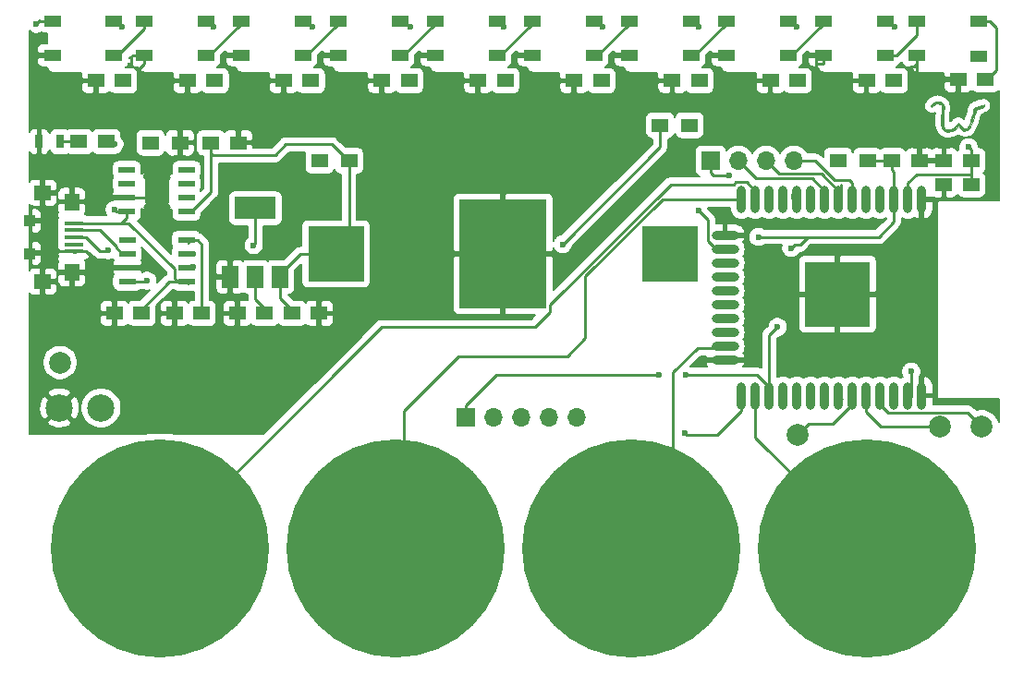
<source format=gbr>
G04 #@! TF.GenerationSoftware,KiCad,Pcbnew,5.1.2*
G04 #@! TF.CreationDate,2019-05-26T21:34:20-05:00*
G04 #@! TF.ProjectId,badge,62616467-652e-46b6-9963-61645f706362,rev?*
G04 #@! TF.SameCoordinates,Original*
G04 #@! TF.FileFunction,Copper,L1,Top*
G04 #@! TF.FilePolarity,Positive*
%FSLAX46Y46*%
G04 Gerber Fmt 4.6, Leading zero omitted, Abs format (unit mm)*
G04 Created by KiCad (PCBNEW 5.1.2) date 2019-05-26 21:34:20*
%MOMM*%
%LPD*%
G04 APERTURE LIST*
%ADD10C,0.010000*%
%ADD11R,1.600000X1.000000*%
%ADD12R,1.550000X0.600000*%
%ADD13O,0.900000X2.500000*%
%ADD14O,2.500000X0.900000*%
%ADD15R,6.000000X6.000000*%
%ADD16R,1.500000X1.250000*%
%ADD17R,1.500000X1.300000*%
%ADD18C,20.000000*%
%ADD19C,2.000000*%
%ADD20C,2.499360*%
%ADD21R,1.700000X1.700000*%
%ADD22O,1.700000X1.700000*%
%ADD23R,3.800000X2.000000*%
%ADD24R,1.500000X2.000000*%
%ADD25R,1.500000X0.600000*%
%ADD26R,2.200000X2.200000*%
%ADD27R,1.400000X1.500000*%
%ADD28R,1.800000X0.400000*%
%ADD29R,1.500000X1.350000*%
%ADD30R,1.000000X1.100000*%
%ADD31R,5.100000X5.100000*%
%ADD32R,8.000000X10.000000*%
%ADD33R,0.700000X1.300000*%
%ADD34C,0.600000*%
%ADD35C,0.250000*%
%ADD36C,0.200000*%
G04 APERTURE END LIST*
D10*
G36*
X165439413Y-101226101D02*
G01*
X165622476Y-101318441D01*
X165758408Y-101452243D01*
X165765789Y-101463445D01*
X165804296Y-101533560D01*
X165825787Y-101608161D01*
X165832260Y-101708906D01*
X165825713Y-101857454D01*
X165814912Y-101996000D01*
X165801318Y-102204176D01*
X165790127Y-102462106D01*
X165782606Y-102734886D01*
X165780038Y-102956064D01*
X165780779Y-103188042D01*
X165785613Y-103352025D01*
X165796695Y-103464664D01*
X165816180Y-103542610D01*
X165846225Y-103602512D01*
X165867732Y-103633397D01*
X165953602Y-103718274D01*
X166067178Y-103758004D01*
X166140016Y-103766227D01*
X166387890Y-103747096D01*
X166615719Y-103649890D01*
X166829344Y-103471818D01*
X166884224Y-103410825D01*
X166988892Y-103297241D01*
X167079066Y-103215178D01*
X167136141Y-103181453D01*
X167138112Y-103181334D01*
X167193755Y-103214452D01*
X167267182Y-103298096D01*
X167299505Y-103345393D01*
X167446869Y-103536127D01*
X167596913Y-103650226D01*
X167744284Y-103686020D01*
X167883631Y-103641837D01*
X167977971Y-103557223D01*
X168058653Y-103448415D01*
X168128934Y-103320458D01*
X168196082Y-103156221D01*
X168267364Y-102938574D01*
X168325985Y-102736834D01*
X168385450Y-102526010D01*
X168447683Y-102306557D01*
X168501333Y-102118471D01*
X168512246Y-102080442D01*
X168591416Y-101805050D01*
X169019565Y-101641582D01*
X169237567Y-101562972D01*
X169385998Y-101520703D01*
X169471001Y-101513227D01*
X169492145Y-101522545D01*
X169522677Y-101581474D01*
X169489740Y-101641145D01*
X169387286Y-101706634D01*
X169209270Y-101783021D01*
X169159887Y-101801600D01*
X169000263Y-101863840D01*
X168869296Y-101920866D01*
X168789270Y-101962783D01*
X168778527Y-101970933D01*
X168750315Y-102027037D01*
X168706526Y-102148746D01*
X168652553Y-102319637D01*
X168593790Y-102523288D01*
X168577251Y-102583804D01*
X168466737Y-102965610D01*
X168360651Y-103270568D01*
X168254846Y-103506062D01*
X168145173Y-103679475D01*
X168027485Y-103798190D01*
X167897635Y-103869591D01*
X167846069Y-103885398D01*
X167672379Y-103888191D01*
X167488574Y-103821646D01*
X167316259Y-103694924D01*
X167262569Y-103637944D01*
X167111511Y-103461467D01*
X166941542Y-103638355D01*
X166757034Y-103804866D01*
X166573712Y-103907737D01*
X166360918Y-103961778D01*
X166246413Y-103974186D01*
X166088971Y-103980485D01*
X165979906Y-103964957D01*
X165884244Y-103920620D01*
X165842334Y-103893552D01*
X165714087Y-103765677D01*
X165622698Y-103578493D01*
X165567655Y-103328317D01*
X165548449Y-103011461D01*
X165564569Y-102624242D01*
X165609182Y-102210076D01*
X165637945Y-101958873D01*
X165645189Y-101775459D01*
X165627137Y-101644833D01*
X165580009Y-101551997D01*
X165500027Y-101481951D01*
X165413702Y-101434122D01*
X165268658Y-101389101D01*
X165130297Y-101407585D01*
X164982541Y-101494350D01*
X164866579Y-101596650D01*
X164771116Y-101682110D01*
X164708509Y-101712811D01*
X164656292Y-101698090D01*
X164643527Y-101689361D01*
X164596073Y-101644661D01*
X164602352Y-101595669D01*
X164640525Y-101536482D01*
X164749960Y-101423072D01*
X164902501Y-101316287D01*
X165067405Y-101233782D01*
X165213928Y-101193212D01*
X165240974Y-101191667D01*
X165439413Y-101226101D01*
X165439413Y-101226101D01*
G37*
X165439413Y-101226101D02*
X165622476Y-101318441D01*
X165758408Y-101452243D01*
X165765789Y-101463445D01*
X165804296Y-101533560D01*
X165825787Y-101608161D01*
X165832260Y-101708906D01*
X165825713Y-101857454D01*
X165814912Y-101996000D01*
X165801318Y-102204176D01*
X165790127Y-102462106D01*
X165782606Y-102734886D01*
X165780038Y-102956064D01*
X165780779Y-103188042D01*
X165785613Y-103352025D01*
X165796695Y-103464664D01*
X165816180Y-103542610D01*
X165846225Y-103602512D01*
X165867732Y-103633397D01*
X165953602Y-103718274D01*
X166067178Y-103758004D01*
X166140016Y-103766227D01*
X166387890Y-103747096D01*
X166615719Y-103649890D01*
X166829344Y-103471818D01*
X166884224Y-103410825D01*
X166988892Y-103297241D01*
X167079066Y-103215178D01*
X167136141Y-103181453D01*
X167138112Y-103181334D01*
X167193755Y-103214452D01*
X167267182Y-103298096D01*
X167299505Y-103345393D01*
X167446869Y-103536127D01*
X167596913Y-103650226D01*
X167744284Y-103686020D01*
X167883631Y-103641837D01*
X167977971Y-103557223D01*
X168058653Y-103448415D01*
X168128934Y-103320458D01*
X168196082Y-103156221D01*
X168267364Y-102938574D01*
X168325985Y-102736834D01*
X168385450Y-102526010D01*
X168447683Y-102306557D01*
X168501333Y-102118471D01*
X168512246Y-102080442D01*
X168591416Y-101805050D01*
X169019565Y-101641582D01*
X169237567Y-101562972D01*
X169385998Y-101520703D01*
X169471001Y-101513227D01*
X169492145Y-101522545D01*
X169522677Y-101581474D01*
X169489740Y-101641145D01*
X169387286Y-101706634D01*
X169209270Y-101783021D01*
X169159887Y-101801600D01*
X169000263Y-101863840D01*
X168869296Y-101920866D01*
X168789270Y-101962783D01*
X168778527Y-101970933D01*
X168750315Y-102027037D01*
X168706526Y-102148746D01*
X168652553Y-102319637D01*
X168593790Y-102523288D01*
X168577251Y-102583804D01*
X168466737Y-102965610D01*
X168360651Y-103270568D01*
X168254846Y-103506062D01*
X168145173Y-103679475D01*
X168027485Y-103798190D01*
X167897635Y-103869591D01*
X167846069Y-103885398D01*
X167672379Y-103888191D01*
X167488574Y-103821646D01*
X167316259Y-103694924D01*
X167262569Y-103637944D01*
X167111511Y-103461467D01*
X166941542Y-103638355D01*
X166757034Y-103804866D01*
X166573712Y-103907737D01*
X166360918Y-103961778D01*
X166246413Y-103974186D01*
X166088971Y-103980485D01*
X165979906Y-103964957D01*
X165884244Y-103920620D01*
X165842334Y-103893552D01*
X165714087Y-103765677D01*
X165622698Y-103578493D01*
X165567655Y-103328317D01*
X165548449Y-103011461D01*
X165564569Y-102624242D01*
X165609182Y-102210076D01*
X165637945Y-101958873D01*
X165645189Y-101775459D01*
X165627137Y-101644833D01*
X165580009Y-101551997D01*
X165500027Y-101481951D01*
X165413702Y-101434122D01*
X165268658Y-101389101D01*
X165130297Y-101407585D01*
X164982541Y-101494350D01*
X164866579Y-101596650D01*
X164771116Y-101682110D01*
X164708509Y-101712811D01*
X164656292Y-101698090D01*
X164643527Y-101689361D01*
X164596073Y-101644661D01*
X164602352Y-101595669D01*
X164640525Y-101536482D01*
X164749960Y-101423072D01*
X164902501Y-101316287D01*
X165067405Y-101233782D01*
X165213928Y-101193212D01*
X165240974Y-101191667D01*
X165439413Y-101226101D01*
D11*
X89770000Y-97028576D03*
X89770000Y-93828576D03*
X84120000Y-96978576D03*
X84120000Y-93828576D03*
X107065000Y-97025576D03*
X107065000Y-93825576D03*
X101415000Y-96975576D03*
X101415000Y-93825576D03*
X160405000Y-97025576D03*
X160405000Y-93825576D03*
X154755000Y-96975576D03*
X154755000Y-93825576D03*
X168995000Y-97053576D03*
X168995000Y-93853576D03*
X163345000Y-97003576D03*
X163345000Y-93853576D03*
X151515000Y-97025576D03*
X151515000Y-93825576D03*
X145865000Y-96975576D03*
X145865000Y-93825576D03*
X142625000Y-97025576D03*
X142625000Y-93825576D03*
X136975000Y-96975576D03*
X136975000Y-93825576D03*
X133735000Y-97025576D03*
X133735000Y-93825576D03*
X128085000Y-96975576D03*
X128085000Y-93825576D03*
X124845000Y-97025576D03*
X124845000Y-93825576D03*
X119195000Y-96975576D03*
X119195000Y-93825576D03*
X115955000Y-97025576D03*
X115955000Y-93825576D03*
X110305000Y-96975576D03*
X110305000Y-93825576D03*
X98175000Y-97025576D03*
X98175000Y-93825576D03*
X92525000Y-96975576D03*
X92525000Y-93825576D03*
D12*
X96406000Y-113915000D03*
X96406000Y-115185000D03*
X96406000Y-116455000D03*
X96406000Y-117725000D03*
X91006000Y-117725000D03*
X91006000Y-116455000D03*
X91006000Y-115185000D03*
X91006000Y-113915000D03*
D13*
X163770000Y-128197000D03*
X162500000Y-128197000D03*
X161230000Y-128197000D03*
X159960000Y-128197000D03*
X158690000Y-128197000D03*
X157420000Y-128197000D03*
X156150000Y-128197000D03*
X154880000Y-128197000D03*
X153610000Y-128197000D03*
X152340000Y-128197000D03*
X151070000Y-128197000D03*
X149800000Y-128197000D03*
X148530000Y-128197000D03*
X147260000Y-128197000D03*
D14*
X145770000Y-124912000D03*
X145770000Y-123642000D03*
X145770000Y-122372000D03*
X145770000Y-121102000D03*
X145770000Y-119832000D03*
X145770000Y-118562000D03*
X145770000Y-117292000D03*
X145770000Y-116022000D03*
X145770000Y-114752000D03*
X145770000Y-113482000D03*
D13*
X147260000Y-110197000D03*
X148530000Y-110197000D03*
X149800000Y-110197000D03*
X151070000Y-110197000D03*
X152340000Y-110197000D03*
X153610000Y-110197000D03*
X154880000Y-110197000D03*
X156150000Y-110197000D03*
X157420000Y-110197000D03*
X158690000Y-110197000D03*
X159960000Y-110197000D03*
X161230000Y-110197000D03*
X162500000Y-110197000D03*
X163770000Y-110197000D03*
D15*
X156070000Y-118897000D03*
D16*
X169620000Y-99197000D03*
X167120000Y-99197000D03*
X161220000Y-99301000D03*
X158720000Y-99301000D03*
X152420000Y-99301000D03*
X149920000Y-99301000D03*
X143420000Y-99301000D03*
X140920000Y-99301000D03*
X134420000Y-99301000D03*
X131920000Y-99301000D03*
X125620000Y-99301000D03*
X123120000Y-99301000D03*
X116820000Y-99301000D03*
X114320000Y-99301000D03*
X107820000Y-99301000D03*
X105320000Y-99301000D03*
X99020000Y-99301000D03*
X96520000Y-99301000D03*
X90620000Y-99301000D03*
X88120000Y-99301000D03*
X161070000Y-106647000D03*
X163570000Y-106647000D03*
X165820000Y-106647000D03*
X168320000Y-106647000D03*
X165820000Y-108839000D03*
X168320000Y-108839000D03*
D17*
X156120000Y-106647000D03*
X158820000Y-106647000D03*
D18*
X93980000Y-142240000D03*
X115570000Y-142240000D03*
X137160000Y-142240000D03*
X158750000Y-142240000D03*
D19*
X165481000Y-131064000D03*
X169291000Y-131064000D03*
X152400000Y-131826000D03*
X84820000Y-125147000D03*
D20*
X88600000Y-129307000D03*
X84790000Y-129307000D03*
D16*
X86570000Y-104897000D03*
X89070000Y-104897000D03*
X95320000Y-120647000D03*
X97820000Y-120647000D03*
X108570000Y-120647000D03*
X106070000Y-120647000D03*
X98670000Y-104997000D03*
X101170000Y-104997000D03*
X103570000Y-120647000D03*
X101070000Y-120647000D03*
X89820000Y-120647000D03*
X92320000Y-120647000D03*
D21*
X122030000Y-130147000D03*
D22*
X124570000Y-130147000D03*
X127110000Y-130147000D03*
X129650000Y-130147000D03*
X132190000Y-130147000D03*
D17*
X93120000Y-104997000D03*
X95820000Y-104997000D03*
D23*
X102720000Y-110997000D03*
D24*
X102720000Y-117297000D03*
X105020000Y-117297000D03*
X100420000Y-117297000D03*
D17*
X108620000Y-106647000D03*
X111320000Y-106647000D03*
X142520000Y-103397000D03*
X139820000Y-103397000D03*
D21*
X144450000Y-106647000D03*
D22*
X146990000Y-106647000D03*
X149530000Y-106647000D03*
X152070000Y-106647000D03*
D25*
X90960000Y-107497000D03*
X90960000Y-108767000D03*
X90960000Y-110037000D03*
X90960000Y-111307000D03*
X96410000Y-110037000D03*
X96410000Y-111307000D03*
X96410000Y-107497000D03*
X96410000Y-108767000D03*
D26*
X93710000Y-109447000D03*
D27*
X85920000Y-110407000D03*
X85920000Y-116907000D03*
D28*
X86120000Y-113657000D03*
X86120000Y-113007000D03*
X86120000Y-114307000D03*
X86120000Y-112357000D03*
X86120000Y-114957000D03*
D29*
X83250000Y-109582000D03*
X83250000Y-117732000D03*
D30*
X82070000Y-112157000D03*
X82070000Y-115157000D03*
D31*
X140720000Y-115197000D03*
X110120000Y-115197000D03*
D32*
X125420000Y-115197000D03*
D33*
X82920000Y-104897000D03*
X84820000Y-104897000D03*
D34*
X104320000Y-110297000D03*
X101120000Y-110297000D03*
X108320000Y-106897000D03*
X156120000Y-106397000D03*
X101720000Y-110997000D03*
X103920000Y-110997000D03*
X168070000Y-105397000D03*
X169620000Y-99197000D03*
X161320000Y-94397000D03*
X161220000Y-99301000D03*
X152320000Y-94397000D03*
X152420000Y-99301000D03*
X143320000Y-94397000D03*
X143420000Y-99301000D03*
X134520000Y-94397000D03*
X134420000Y-99301000D03*
X125520000Y-94397000D03*
X125620000Y-99301000D03*
X116920000Y-94397000D03*
X116820000Y-99301000D03*
X107920000Y-94397000D03*
X107820000Y-99301000D03*
X98920000Y-94397000D03*
X99020000Y-99301000D03*
X90520000Y-94397000D03*
X90620000Y-99301000D03*
X102720000Y-117297000D03*
X102570000Y-114397000D03*
X119997600Y-114321400D03*
X152075010Y-109902010D03*
X82670000Y-94097000D03*
X97020000Y-116397000D03*
X158690000Y-128197000D03*
X97020000Y-115197000D03*
X159960000Y-128197000D03*
X154880000Y-128197000D03*
X153610000Y-128197000D03*
X152340000Y-128197000D03*
X151120000Y-127797000D03*
X142070000Y-131647000D03*
X143320000Y-111197000D03*
X142520000Y-103397000D03*
X96410000Y-110037000D03*
X149800000Y-110197000D03*
X146120000Y-107997000D03*
X153610000Y-110197000D03*
X89820000Y-111147000D03*
X89820000Y-105147000D03*
X90960000Y-108767000D03*
X93120000Y-105097002D03*
X89240000Y-114857000D03*
X91006000Y-113915000D03*
X130895000Y-114305000D03*
X162814000Y-125984000D03*
X142120000Y-126246989D03*
X139670000Y-126246989D03*
X150570000Y-121897000D03*
X151820000Y-114647000D03*
X92820000Y-117647000D03*
X148820000Y-113647000D03*
D35*
X168320000Y-108839000D02*
X168320000Y-106647000D01*
X168320000Y-106647000D02*
X168320000Y-105647000D01*
X168320000Y-105647000D02*
X168070000Y-105397000D01*
X168320000Y-108839000D02*
X168320000Y-107964000D01*
X170620000Y-98322000D02*
X169745000Y-99197000D01*
X170620000Y-94428576D02*
X170620000Y-98322000D01*
X169745000Y-99197000D02*
X169620000Y-99197000D01*
X170045000Y-93853576D02*
X170620000Y-94428576D01*
X168995000Y-93853576D02*
X170045000Y-93853576D01*
X160405000Y-93825576D02*
X160748576Y-93825576D01*
X160748576Y-93825576D02*
X161320000Y-94397000D01*
X151515000Y-93825576D02*
X151748576Y-93825576D01*
X151748576Y-93825576D02*
X152320000Y-94397000D01*
X142625000Y-93825576D02*
X142748576Y-93825576D01*
X142748576Y-93825576D02*
X143320000Y-94397000D01*
X133735000Y-93825576D02*
X133948576Y-93825576D01*
X133948576Y-93825576D02*
X134520000Y-94397000D01*
X124845000Y-93825576D02*
X124948576Y-93825576D01*
X124948576Y-93825576D02*
X125520000Y-94397000D01*
X115955000Y-93825576D02*
X116348576Y-93825576D01*
X116348576Y-93825576D02*
X116920000Y-94397000D01*
X107065000Y-93825576D02*
X107348576Y-93825576D01*
X107348576Y-93825576D02*
X107920000Y-94397000D01*
X98175000Y-93825576D02*
X98348576Y-93825576D01*
X98348576Y-93825576D02*
X98920000Y-94397000D01*
X89770000Y-93828576D02*
X89951576Y-93828576D01*
X89951576Y-93828576D02*
X90520000Y-94397000D01*
X102720000Y-119297000D02*
X103570000Y-120147000D01*
X168244999Y-107888999D02*
X168320000Y-107964000D01*
X163308001Y-107888999D02*
X168244999Y-107888999D01*
X162500000Y-108697000D02*
X163308001Y-107888999D01*
X162500000Y-110197000D02*
X162500000Y-108697000D01*
X102720000Y-117297000D02*
X102720000Y-119297000D01*
X102720000Y-110997000D02*
X102720000Y-114247000D01*
X102720000Y-114247000D02*
X102570000Y-114397000D01*
X93120000Y-110037000D02*
X90960000Y-110037000D01*
X93710000Y-109447000D02*
X93120000Y-110037000D01*
X82170000Y-114957000D02*
X81970000Y-115157000D01*
X86020000Y-114957000D02*
X82170000Y-114957000D01*
X88668000Y-116455000D02*
X91006000Y-116455000D01*
X87170000Y-114957000D02*
X88668000Y-116455000D01*
X86020000Y-114957000D02*
X87170000Y-114957000D01*
X163345000Y-97753576D02*
X163320000Y-97778576D01*
X163345000Y-97003576D02*
X163345000Y-97753576D01*
X163320000Y-97778576D02*
X163320000Y-98997000D01*
X163345000Y-97753576D02*
X163101576Y-97997000D01*
X163101576Y-97997000D02*
X162720000Y-97997000D01*
X154120000Y-97754152D02*
X154120000Y-97997000D01*
X154755000Y-97725576D02*
X154755000Y-96975576D01*
X154726424Y-97754152D02*
X154755000Y-97725576D01*
X154120000Y-97754152D02*
X154726424Y-97754152D01*
X154120000Y-97754152D02*
X154120000Y-97197000D01*
X154120000Y-97197000D02*
X153920000Y-96997000D01*
X145865000Y-96975576D02*
X144541424Y-96975576D01*
X135925000Y-96975576D02*
X135903576Y-96997000D01*
X136975000Y-96975576D02*
X135925000Y-96975576D01*
X135903576Y-96997000D02*
X135520000Y-96997000D01*
X128085000Y-96975576D02*
X126541424Y-96975576D01*
X119195000Y-96975576D02*
X117741424Y-96975576D01*
X109255000Y-96975576D02*
X109233576Y-96997000D01*
X110305000Y-96975576D02*
X109255000Y-96975576D01*
X109233576Y-96997000D02*
X108920000Y-96997000D01*
X101415000Y-96975576D02*
X99741424Y-96975576D01*
X92525000Y-97725576D02*
X92120000Y-98130576D01*
X92525000Y-96975576D02*
X92525000Y-97725576D01*
X92120000Y-98130576D02*
X92120000Y-98597000D01*
X91475000Y-96975576D02*
X91320000Y-97130576D01*
X92525000Y-96975576D02*
X91475000Y-96975576D01*
X91320000Y-97130576D02*
X91320000Y-97797000D01*
X84120000Y-96978576D02*
X82738424Y-96978576D01*
X92570000Y-107897000D02*
X92570000Y-108147000D01*
X93910000Y-107897000D02*
X92570000Y-107897000D01*
X93710000Y-109447000D02*
X93710000Y-108097000D01*
X93710000Y-108097000D02*
X93910000Y-107897000D01*
X92570000Y-110897000D02*
X92820000Y-110647000D01*
X93810000Y-110897000D02*
X94820000Y-110897000D01*
X92820000Y-110647000D02*
X94570000Y-110647000D01*
X94820000Y-110897000D02*
X92570000Y-110897000D01*
X93710000Y-110797000D02*
X93810000Y-110897000D01*
X93710000Y-109447000D02*
X93710000Y-110797000D01*
X94820000Y-110897000D02*
X94570000Y-110647000D01*
X92570000Y-108147000D02*
X92820000Y-108147000D01*
X92820000Y-108147000D02*
X93070000Y-108397000D01*
X93910000Y-107897000D02*
X94820000Y-107897000D01*
X94820000Y-107897000D02*
X94820000Y-107397000D01*
X94320000Y-108147000D02*
X94320000Y-108397000D01*
X94320000Y-108397000D02*
X94070000Y-108397000D01*
X93710000Y-109447000D02*
X93710000Y-108787000D01*
X93710000Y-108787000D02*
X93070000Y-108147000D01*
X92570000Y-108147000D02*
X93070000Y-108147000D01*
X93710000Y-110797000D02*
X94010000Y-111097000D01*
X94010000Y-111097000D02*
X94820000Y-111097000D01*
X94820000Y-111097000D02*
X92520000Y-111097000D01*
X94820000Y-108147000D02*
X94320000Y-108147000D01*
X94570000Y-108397000D02*
X94820000Y-108147000D01*
X93520000Y-108397000D02*
X94570000Y-108397000D01*
X93710000Y-109447000D02*
X93710000Y-108587000D01*
X93710000Y-108587000D02*
X93520000Y-108397000D01*
X93710000Y-108437000D02*
X93420000Y-108147000D01*
X93710000Y-109447000D02*
X93710000Y-108437000D01*
X93070000Y-108147000D02*
X93420000Y-108147000D01*
X93420000Y-108147000D02*
X94320000Y-108147000D01*
X152075010Y-109902010D02*
X152075010Y-109902010D01*
X152553000Y-110380000D02*
X152075010Y-109902010D01*
X152570000Y-110380000D02*
X152553000Y-110380000D01*
X152075010Y-109902010D02*
X152075010Y-109258981D01*
X84051576Y-93897000D02*
X84120000Y-93828576D01*
X82670000Y-94097000D02*
X82970000Y-93797000D01*
X83001576Y-93828576D02*
X84120000Y-93828576D01*
X82970000Y-93797000D02*
X83001576Y-93828576D01*
X163345000Y-95135576D02*
X163345000Y-93853576D01*
X161455000Y-97025576D02*
X163345000Y-95135576D01*
X160405000Y-97025576D02*
X161455000Y-97025576D01*
X154755000Y-94085576D02*
X154755000Y-93825576D01*
X151815000Y-97025576D02*
X154755000Y-94085576D01*
X151515000Y-97025576D02*
X151815000Y-97025576D01*
X145865000Y-94085576D02*
X145865000Y-93825576D01*
X142925000Y-97025576D02*
X145865000Y-94085576D01*
X142625000Y-97025576D02*
X142925000Y-97025576D01*
X136975000Y-94085576D02*
X136975000Y-93825576D01*
X134035000Y-97025576D02*
X136975000Y-94085576D01*
X133735000Y-97025576D02*
X134035000Y-97025576D01*
X128085000Y-94085576D02*
X128085000Y-93825576D01*
X125145000Y-97025576D02*
X128085000Y-94085576D01*
X124845000Y-97025576D02*
X125145000Y-97025576D01*
X119195000Y-94085576D02*
X119195000Y-93825576D01*
X116255000Y-97025576D02*
X119195000Y-94085576D01*
X115955000Y-97025576D02*
X116255000Y-97025576D01*
X110305000Y-94085576D02*
X110305000Y-93825576D01*
X107365000Y-97025576D02*
X110305000Y-94085576D01*
X107065000Y-97025576D02*
X107365000Y-97025576D01*
X101415000Y-94085576D02*
X101415000Y-93825576D01*
X98475000Y-97025576D02*
X101415000Y-94085576D01*
X98175000Y-97025576D02*
X98475000Y-97025576D01*
X92525000Y-94573576D02*
X92525000Y-93825576D01*
X90070000Y-97028576D02*
X92525000Y-94573576D01*
X89770000Y-97028576D02*
X90070000Y-97028576D01*
X160057000Y-131064000D02*
X165481000Y-131064000D01*
X158690000Y-129697000D02*
X160057000Y-131064000D01*
X158690000Y-128197000D02*
X158690000Y-129697000D01*
X167965999Y-129738999D02*
X169291000Y-131064000D01*
X164124030Y-129738999D02*
X167965999Y-129738999D01*
X164091019Y-129772010D02*
X164124030Y-129738999D01*
X160735010Y-129772010D02*
X164091019Y-129772010D01*
X159960000Y-128997000D02*
X160735010Y-129772010D01*
X159960000Y-128197000D02*
X159960000Y-128997000D01*
X157420000Y-128997000D02*
X157420000Y-128197000D01*
X155607000Y-130810000D02*
X157420000Y-128997000D01*
X153416000Y-130810000D02*
X155607000Y-130810000D01*
X152400000Y-131826000D02*
X153416000Y-130810000D01*
X156464000Y-128464000D02*
X156380000Y-128380000D01*
X148760000Y-128380000D02*
X148760000Y-127580000D01*
X148530000Y-132020000D02*
X158306990Y-141796990D01*
X148530000Y-128197000D02*
X148530000Y-132020000D01*
X147260000Y-129600000D02*
X147260000Y-128197000D01*
X145034000Y-131826000D02*
X147260000Y-129600000D01*
X145034000Y-131826000D02*
X142249000Y-131826000D01*
X142249000Y-131826000D02*
X142070000Y-131647000D01*
X93980000Y-142240000D02*
X93980000Y-140970000D01*
X112073010Y-124146990D02*
X111970000Y-124250000D01*
X111970000Y-124250000D02*
X94380010Y-141839990D01*
X114324002Y-121895998D02*
X111970000Y-124250000D01*
X128336000Y-121895998D02*
X114324002Y-121895998D01*
X129745001Y-120486997D02*
X128336000Y-121895998D01*
X129745001Y-119850587D02*
X129745001Y-120486997D01*
X148530000Y-110197000D02*
X148530000Y-109397000D01*
X148530000Y-109397000D02*
X147754990Y-108621990D01*
X146724019Y-108621990D02*
X146541019Y-108804990D01*
X147754990Y-108621990D02*
X146724019Y-108621990D01*
X146541019Y-108804990D02*
X140790598Y-108804990D01*
X140790598Y-108804990D02*
X129745001Y-119850587D01*
X144194990Y-112071990D02*
X143320000Y-111197000D01*
X144194990Y-113976990D02*
X144194990Y-112071990D01*
X145770000Y-114752000D02*
X144970000Y-114752000D01*
X144970000Y-114752000D02*
X144194990Y-113976990D01*
X143230000Y-123825000D02*
X141007991Y-126047009D01*
X144730000Y-123825000D02*
X143230000Y-123825000D01*
X141007991Y-138392009D02*
X137603010Y-141796990D01*
X141007991Y-126047009D02*
X141007991Y-138392009D01*
X145019439Y-106647000D02*
X144450000Y-106647000D01*
X153840000Y-110380000D02*
X153840000Y-109753971D01*
X144450000Y-106647000D02*
X144450000Y-107747000D01*
X144700000Y-107997000D02*
X146120000Y-107997000D01*
X144450000Y-107747000D02*
X144700000Y-107997000D01*
X155110000Y-110380000D02*
X155110000Y-109580000D01*
X153755011Y-108272011D02*
X154880000Y-109397000D01*
X154880000Y-109397000D02*
X154880000Y-110197000D01*
X148615011Y-108272011D02*
X153755011Y-108272011D01*
X146990000Y-106647000D02*
X148615011Y-108272011D01*
X156380000Y-110380000D02*
X156380000Y-108880000D01*
X156150000Y-109397000D02*
X156150000Y-110197000D01*
X154575001Y-107822001D02*
X156150000Y-109397000D01*
X150705001Y-107822001D02*
X154575001Y-107822001D01*
X149530000Y-106647000D02*
X150705001Y-107822001D01*
X157420000Y-108697000D02*
X157420000Y-110197000D01*
X155819400Y-108429990D02*
X157152990Y-108429990D01*
X157152990Y-108429990D02*
X157420000Y-108697000D01*
X154036410Y-106647000D02*
X155819400Y-108429990D01*
X152070000Y-106647000D02*
X154036410Y-106647000D01*
X147490000Y-110380000D02*
X147490000Y-109753971D01*
X115570000Y-142240000D02*
X115570000Y-134620000D01*
X116320000Y-141490000D02*
X115970010Y-141839990D01*
X116320000Y-129597000D02*
X116320000Y-141490000D01*
X147260000Y-110197000D02*
X140034998Y-110197000D01*
X121320000Y-124597000D02*
X116320000Y-129597000D01*
X140034998Y-110197000D02*
X132970010Y-117261988D01*
X132970010Y-117261988D02*
X132970010Y-122929990D01*
X131303000Y-124597000D02*
X121320000Y-124597000D01*
X132970010Y-122929990D02*
X131303000Y-124597000D01*
X108870000Y-115697000D02*
X108870000Y-116947000D01*
X108870000Y-116947000D02*
X110970000Y-116947000D01*
X96860000Y-111307000D02*
X96410000Y-111307000D01*
X98670000Y-109497000D02*
X96860000Y-111307000D01*
X98670000Y-104997000D02*
X98670000Y-109497000D01*
X98845001Y-106147000D02*
X104530001Y-106147000D01*
X105945000Y-120147000D02*
X106070000Y-120147000D01*
X105020000Y-119222000D02*
X105945000Y-120147000D01*
X105020000Y-117297000D02*
X105020000Y-119222000D01*
X111220000Y-106647000D02*
X111320000Y-106647000D01*
X109720000Y-105147000D02*
X111220000Y-106647000D01*
X105530001Y-105147000D02*
X109720000Y-105147000D01*
X104530001Y-106147000D02*
X105530001Y-105147000D01*
X111320000Y-113997000D02*
X110120000Y-115197000D01*
X111320000Y-106647000D02*
X111320000Y-113997000D01*
X105020000Y-117047000D02*
X105020000Y-117297000D01*
X106870000Y-115197000D02*
X105020000Y-117047000D01*
X110120000Y-115197000D02*
X106870000Y-115197000D01*
X98670000Y-105971999D02*
X98670000Y-104997000D01*
X98845001Y-106147000D02*
X98670000Y-105971999D01*
X96570000Y-117889000D02*
X96406000Y-117725000D01*
X94867000Y-117725000D02*
X95590000Y-117725000D01*
X92445000Y-120147000D02*
X94867000Y-117725000D01*
X92320000Y-120147000D02*
X92445000Y-120147000D01*
X90960000Y-111857000D02*
X90960000Y-111307000D01*
X90460000Y-112357000D02*
X90960000Y-111857000D01*
X86020000Y-112357000D02*
X90460000Y-112357000D01*
X95305999Y-117440999D02*
X95590000Y-117725000D01*
X95305999Y-116554997D02*
X95305999Y-117440999D01*
X91108002Y-112357000D02*
X95305999Y-116554997D01*
X90460000Y-112357000D02*
X91108002Y-112357000D01*
X95590000Y-117725000D02*
X96406000Y-117725000D01*
X90960000Y-111307000D02*
X89980000Y-111307000D01*
X89980000Y-111307000D02*
X89820000Y-111147000D01*
X89320000Y-105147000D02*
X89070000Y-104897000D01*
X89820000Y-105147000D02*
X89320000Y-105147000D01*
X96638000Y-114147000D02*
X96406000Y-113915000D01*
X97820000Y-114304000D02*
X97820000Y-120147000D01*
X97431000Y-113915000D02*
X97820000Y-114304000D01*
X96406000Y-113915000D02*
X97431000Y-113915000D01*
X90531000Y-115185000D02*
X91006000Y-115185000D01*
X86020000Y-113007000D02*
X88437998Y-113007000D01*
X88437998Y-113007000D02*
X89981000Y-114550002D01*
X89981000Y-114550002D02*
X89981000Y-114635000D01*
X89981000Y-114635000D02*
X90531000Y-115185000D01*
X91410000Y-108767000D02*
X90960000Y-108767000D01*
X87170000Y-113657000D02*
X88460000Y-114947000D01*
X86020000Y-113657000D02*
X87170000Y-113657000D01*
X88460000Y-114947000D02*
X89150000Y-114947000D01*
X89150000Y-114947000D02*
X89240000Y-114857000D01*
X139820000Y-103397000D02*
X139820000Y-105380000D01*
X139820000Y-105380000D02*
X130895000Y-114305000D01*
X162730000Y-128380000D02*
X162814000Y-128296000D01*
X162814000Y-128296000D02*
X162814000Y-125984000D01*
X161460000Y-128380000D02*
X161376000Y-128464000D01*
X86570000Y-104897000D02*
X84820000Y-104897000D01*
X122030000Y-129047000D02*
X122030000Y-130147000D01*
X124830011Y-126246989D02*
X122030000Y-129047000D01*
X139670000Y-126246989D02*
X124830011Y-126246989D01*
X148649989Y-126246989D02*
X149800000Y-127397000D01*
X149800000Y-127397000D02*
X149800000Y-128197000D01*
X142120000Y-126246989D02*
X148649989Y-126246989D01*
X149800000Y-128197000D02*
X149800000Y-122667000D01*
X149800000Y-122667000D02*
X150570000Y-121897000D01*
X158820000Y-106647000D02*
X161070000Y-106647000D01*
X161070000Y-106647000D02*
X161070000Y-107522000D01*
X161230000Y-107682000D02*
X161230000Y-110197000D01*
X161070000Y-107522000D02*
X161230000Y-107682000D01*
X91006000Y-117725000D02*
X92742000Y-117725000D01*
X92742000Y-117725000D02*
X92820000Y-117647000D01*
X161230000Y-112237000D02*
X161230000Y-110197000D01*
X159820000Y-113647000D02*
X161230000Y-112237000D01*
X152119999Y-114347001D02*
X152619999Y-114347001D01*
X151820000Y-114647000D02*
X152119999Y-114347001D01*
X148820000Y-113647000D02*
X153320000Y-113647000D01*
X152619999Y-114347001D02*
X153320000Y-113647000D01*
X153320000Y-113647000D02*
X159820000Y-113647000D01*
D36*
G36*
X82091184Y-94802289D02*
G01*
X82239901Y-94901659D01*
X82405146Y-94970106D01*
X82580570Y-95005000D01*
X82759430Y-95005000D01*
X82934854Y-94970106D01*
X83100099Y-94901659D01*
X83104661Y-94898611D01*
X83200811Y-94927778D01*
X83320000Y-94939517D01*
X83612000Y-94939517D01*
X83612001Y-95869373D01*
X83320000Y-95867634D01*
X83200811Y-95879373D01*
X83086203Y-95914139D01*
X82980579Y-95970596D01*
X82887999Y-96046575D01*
X82812020Y-96139155D01*
X82755563Y-96244779D01*
X82720797Y-96359387D01*
X82709058Y-96478576D01*
X82712000Y-96672576D01*
X82864000Y-96824576D01*
X83612001Y-96824576D01*
X83612001Y-97132576D01*
X82864000Y-97132576D01*
X82712000Y-97284576D01*
X82709058Y-97478576D01*
X82720797Y-97597765D01*
X82755563Y-97712373D01*
X82812020Y-97817997D01*
X82887999Y-97910577D01*
X82980579Y-97986556D01*
X83086203Y-98043013D01*
X83200811Y-98077779D01*
X83320000Y-98089518D01*
X83630652Y-98087668D01*
X83659147Y-98181600D01*
X83720246Y-98295910D01*
X83802473Y-98396103D01*
X83902666Y-98478330D01*
X84016976Y-98539429D01*
X84141010Y-98577055D01*
X84237681Y-98586576D01*
X84237682Y-98586576D01*
X84270000Y-98589759D01*
X84302319Y-98586576D01*
X86767865Y-98586576D01*
X86759058Y-98676000D01*
X86762000Y-98995000D01*
X86914000Y-99147000D01*
X87966000Y-99147000D01*
X87966000Y-99127000D01*
X88274000Y-99127000D01*
X88274000Y-99147000D01*
X88294000Y-99147000D01*
X88294000Y-99455000D01*
X88274000Y-99455000D01*
X88274000Y-100382000D01*
X88426000Y-100534000D01*
X88870000Y-100536942D01*
X88989189Y-100525203D01*
X89103797Y-100490437D01*
X89209421Y-100433980D01*
X89302001Y-100358001D01*
X89370000Y-100275144D01*
X89437999Y-100358001D01*
X89530579Y-100433979D01*
X89636203Y-100490436D01*
X89750811Y-100525202D01*
X89870000Y-100536941D01*
X91370000Y-100536941D01*
X91489189Y-100525202D01*
X91603797Y-100490436D01*
X91709421Y-100433979D01*
X91802001Y-100358001D01*
X91877979Y-100265421D01*
X91934436Y-100159797D01*
X91969202Y-100045189D01*
X91980941Y-99926000D01*
X95159058Y-99926000D01*
X95170797Y-100045189D01*
X95205563Y-100159797D01*
X95262020Y-100265421D01*
X95337999Y-100358001D01*
X95430579Y-100433980D01*
X95536203Y-100490437D01*
X95650811Y-100525203D01*
X95770000Y-100536942D01*
X96214000Y-100534000D01*
X96366000Y-100382000D01*
X96366000Y-99455000D01*
X95314000Y-99455000D01*
X95162000Y-99607000D01*
X95159058Y-99926000D01*
X91980941Y-99926000D01*
X91980941Y-98676000D01*
X91969202Y-98556811D01*
X91934436Y-98442203D01*
X91877979Y-98336579D01*
X91802001Y-98243999D01*
X91709421Y-98168021D01*
X91603797Y-98111564D01*
X91489189Y-98076798D01*
X91370000Y-98065059D01*
X90856094Y-98065059D01*
X90909421Y-98036555D01*
X91002001Y-97960577D01*
X91077979Y-97867997D01*
X91134436Y-97762373D01*
X91155538Y-97692808D01*
X91160563Y-97709373D01*
X91217020Y-97814997D01*
X91292999Y-97907577D01*
X91385579Y-97983556D01*
X91491203Y-98040013D01*
X91605811Y-98074779D01*
X91725000Y-98086518D01*
X92035652Y-98084668D01*
X92064147Y-98178600D01*
X92125246Y-98292910D01*
X92207473Y-98393103D01*
X92307666Y-98475330D01*
X92421976Y-98536429D01*
X92546010Y-98574055D01*
X92642681Y-98583576D01*
X92642682Y-98583576D01*
X92675000Y-98586759D01*
X92707319Y-98583576D01*
X95168161Y-98583576D01*
X95159058Y-98676000D01*
X95162000Y-98995000D01*
X95314000Y-99147000D01*
X96366000Y-99147000D01*
X96366000Y-99127000D01*
X96674000Y-99127000D01*
X96674000Y-99147000D01*
X96694000Y-99147000D01*
X96694000Y-99455000D01*
X96674000Y-99455000D01*
X96674000Y-100382000D01*
X96826000Y-100534000D01*
X97270000Y-100536942D01*
X97389189Y-100525203D01*
X97503797Y-100490437D01*
X97609421Y-100433980D01*
X97702001Y-100358001D01*
X97770000Y-100275144D01*
X97837999Y-100358001D01*
X97930579Y-100433979D01*
X98036203Y-100490436D01*
X98150811Y-100525202D01*
X98270000Y-100536941D01*
X99770000Y-100536941D01*
X99889189Y-100525202D01*
X100003797Y-100490436D01*
X100109421Y-100433979D01*
X100202001Y-100358001D01*
X100277979Y-100265421D01*
X100334436Y-100159797D01*
X100369202Y-100045189D01*
X100380941Y-99926000D01*
X103959058Y-99926000D01*
X103970797Y-100045189D01*
X104005563Y-100159797D01*
X104062020Y-100265421D01*
X104137999Y-100358001D01*
X104230579Y-100433980D01*
X104336203Y-100490437D01*
X104450811Y-100525203D01*
X104570000Y-100536942D01*
X105014000Y-100534000D01*
X105166000Y-100382000D01*
X105166000Y-99455000D01*
X104114000Y-99455000D01*
X103962000Y-99607000D01*
X103959058Y-99926000D01*
X100380941Y-99926000D01*
X100380941Y-98676000D01*
X100369202Y-98556811D01*
X100334436Y-98442203D01*
X100277979Y-98336579D01*
X100202001Y-98243999D01*
X100109421Y-98168021D01*
X100003797Y-98111564D01*
X99889189Y-98076798D01*
X99770000Y-98065059D01*
X99255481Y-98065059D01*
X99314421Y-98033555D01*
X99407001Y-97957577D01*
X99482979Y-97864997D01*
X99539436Y-97759373D01*
X99574202Y-97644765D01*
X99585941Y-97525576D01*
X99585941Y-96951253D01*
X100004918Y-96532276D01*
X100007000Y-96669576D01*
X100159000Y-96821576D01*
X100907001Y-96821576D01*
X100907001Y-97129576D01*
X100159000Y-97129576D01*
X100007000Y-97281576D01*
X100004058Y-97475576D01*
X100015797Y-97594765D01*
X100050563Y-97709373D01*
X100107020Y-97814997D01*
X100182999Y-97907577D01*
X100275579Y-97983556D01*
X100381203Y-98040013D01*
X100495811Y-98074779D01*
X100615000Y-98086518D01*
X100925652Y-98084668D01*
X100954147Y-98178600D01*
X101015246Y-98292910D01*
X101097473Y-98393103D01*
X101197666Y-98475330D01*
X101311976Y-98536429D01*
X101436010Y-98574055D01*
X101532681Y-98583576D01*
X101532682Y-98583576D01*
X101565000Y-98586759D01*
X101597319Y-98583576D01*
X103968161Y-98583576D01*
X103959058Y-98676000D01*
X103962000Y-98995000D01*
X104114000Y-99147000D01*
X105166000Y-99147000D01*
X105166000Y-99127000D01*
X105474000Y-99127000D01*
X105474000Y-99147000D01*
X105494000Y-99147000D01*
X105494000Y-99455000D01*
X105474000Y-99455000D01*
X105474000Y-100382000D01*
X105626000Y-100534000D01*
X106070000Y-100536942D01*
X106189189Y-100525203D01*
X106303797Y-100490437D01*
X106409421Y-100433980D01*
X106502001Y-100358001D01*
X106570000Y-100275144D01*
X106637999Y-100358001D01*
X106730579Y-100433979D01*
X106836203Y-100490436D01*
X106950811Y-100525202D01*
X107070000Y-100536941D01*
X108570000Y-100536941D01*
X108689189Y-100525202D01*
X108803797Y-100490436D01*
X108909421Y-100433979D01*
X109002001Y-100358001D01*
X109077979Y-100265421D01*
X109134436Y-100159797D01*
X109169202Y-100045189D01*
X109180941Y-99926000D01*
X112959058Y-99926000D01*
X112970797Y-100045189D01*
X113005563Y-100159797D01*
X113062020Y-100265421D01*
X113137999Y-100358001D01*
X113230579Y-100433980D01*
X113336203Y-100490437D01*
X113450811Y-100525203D01*
X113570000Y-100536942D01*
X114014000Y-100534000D01*
X114166000Y-100382000D01*
X114166000Y-99455000D01*
X113114000Y-99455000D01*
X112962000Y-99607000D01*
X112959058Y-99926000D01*
X109180941Y-99926000D01*
X109180941Y-98676000D01*
X109169202Y-98556811D01*
X109134436Y-98442203D01*
X109077979Y-98336579D01*
X109002001Y-98243999D01*
X108909421Y-98168021D01*
X108803797Y-98111564D01*
X108689189Y-98076798D01*
X108570000Y-98065059D01*
X108145481Y-98065059D01*
X108204421Y-98033555D01*
X108297001Y-97957577D01*
X108372979Y-97864997D01*
X108429436Y-97759373D01*
X108464202Y-97644765D01*
X108475941Y-97525576D01*
X108475941Y-96951253D01*
X108894918Y-96532276D01*
X108897000Y-96669576D01*
X109049000Y-96821576D01*
X109797001Y-96821576D01*
X109797001Y-97129576D01*
X109049000Y-97129576D01*
X108897000Y-97281576D01*
X108894058Y-97475576D01*
X108905797Y-97594765D01*
X108940563Y-97709373D01*
X108997020Y-97814997D01*
X109072999Y-97907577D01*
X109165579Y-97983556D01*
X109271203Y-98040013D01*
X109385811Y-98074779D01*
X109505000Y-98086518D01*
X109815652Y-98084668D01*
X109844147Y-98178600D01*
X109905246Y-98292910D01*
X109987473Y-98393103D01*
X110087666Y-98475330D01*
X110201976Y-98536429D01*
X110326010Y-98574055D01*
X110422681Y-98583576D01*
X110422682Y-98583576D01*
X110455000Y-98586759D01*
X110487319Y-98583576D01*
X112968161Y-98583576D01*
X112959058Y-98676000D01*
X112962000Y-98995000D01*
X113114000Y-99147000D01*
X114166000Y-99147000D01*
X114166000Y-99127000D01*
X114474000Y-99127000D01*
X114474000Y-99147000D01*
X114494000Y-99147000D01*
X114494000Y-99455000D01*
X114474000Y-99455000D01*
X114474000Y-100382000D01*
X114626000Y-100534000D01*
X115070000Y-100536942D01*
X115189189Y-100525203D01*
X115303797Y-100490437D01*
X115409421Y-100433980D01*
X115502001Y-100358001D01*
X115570000Y-100275144D01*
X115637999Y-100358001D01*
X115730579Y-100433979D01*
X115836203Y-100490436D01*
X115950811Y-100525202D01*
X116070000Y-100536941D01*
X117570000Y-100536941D01*
X117689189Y-100525202D01*
X117803797Y-100490436D01*
X117909421Y-100433979D01*
X118002001Y-100358001D01*
X118077979Y-100265421D01*
X118134436Y-100159797D01*
X118169202Y-100045189D01*
X118180941Y-99926000D01*
X121759058Y-99926000D01*
X121770797Y-100045189D01*
X121805563Y-100159797D01*
X121862020Y-100265421D01*
X121937999Y-100358001D01*
X122030579Y-100433980D01*
X122136203Y-100490437D01*
X122250811Y-100525203D01*
X122370000Y-100536942D01*
X122814000Y-100534000D01*
X122966000Y-100382000D01*
X122966000Y-99455000D01*
X121914000Y-99455000D01*
X121762000Y-99607000D01*
X121759058Y-99926000D01*
X118180941Y-99926000D01*
X118180941Y-98676000D01*
X118169202Y-98556811D01*
X118134436Y-98442203D01*
X118077979Y-98336579D01*
X118002001Y-98243999D01*
X117909421Y-98168021D01*
X117803797Y-98111564D01*
X117689189Y-98076798D01*
X117570000Y-98065059D01*
X117035481Y-98065059D01*
X117094421Y-98033555D01*
X117187001Y-97957577D01*
X117262979Y-97864997D01*
X117319436Y-97759373D01*
X117354202Y-97644765D01*
X117365941Y-97525576D01*
X117365941Y-96951253D01*
X117784918Y-96532276D01*
X117787000Y-96669576D01*
X117939000Y-96821576D01*
X118687001Y-96821576D01*
X118687001Y-97129576D01*
X117939000Y-97129576D01*
X117787000Y-97281576D01*
X117784058Y-97475576D01*
X117795797Y-97594765D01*
X117830563Y-97709373D01*
X117887020Y-97814997D01*
X117962999Y-97907577D01*
X118055579Y-97983556D01*
X118161203Y-98040013D01*
X118275811Y-98074779D01*
X118395000Y-98086518D01*
X118705652Y-98084668D01*
X118734147Y-98178600D01*
X118795246Y-98292910D01*
X118877473Y-98393103D01*
X118977666Y-98475330D01*
X119091976Y-98536429D01*
X119216010Y-98574055D01*
X119312681Y-98583576D01*
X119312682Y-98583576D01*
X119345000Y-98586759D01*
X119377319Y-98583576D01*
X121768161Y-98583576D01*
X121759058Y-98676000D01*
X121762000Y-98995000D01*
X121914000Y-99147000D01*
X122966000Y-99147000D01*
X122966000Y-99127000D01*
X123274000Y-99127000D01*
X123274000Y-99147000D01*
X123294000Y-99147000D01*
X123294000Y-99455000D01*
X123274000Y-99455000D01*
X123274000Y-100382000D01*
X123426000Y-100534000D01*
X123870000Y-100536942D01*
X123989189Y-100525203D01*
X124103797Y-100490437D01*
X124209421Y-100433980D01*
X124302001Y-100358001D01*
X124370000Y-100275144D01*
X124437999Y-100358001D01*
X124530579Y-100433979D01*
X124636203Y-100490436D01*
X124750811Y-100525202D01*
X124870000Y-100536941D01*
X126370000Y-100536941D01*
X126489189Y-100525202D01*
X126603797Y-100490436D01*
X126709421Y-100433979D01*
X126802001Y-100358001D01*
X126877979Y-100265421D01*
X126934436Y-100159797D01*
X126969202Y-100045189D01*
X126980941Y-99926000D01*
X130559058Y-99926000D01*
X130570797Y-100045189D01*
X130605563Y-100159797D01*
X130662020Y-100265421D01*
X130737999Y-100358001D01*
X130830579Y-100433980D01*
X130936203Y-100490437D01*
X131050811Y-100525203D01*
X131170000Y-100536942D01*
X131614000Y-100534000D01*
X131766000Y-100382000D01*
X131766000Y-99455000D01*
X130714000Y-99455000D01*
X130562000Y-99607000D01*
X130559058Y-99926000D01*
X126980941Y-99926000D01*
X126980941Y-98676000D01*
X126969202Y-98556811D01*
X126934436Y-98442203D01*
X126877979Y-98336579D01*
X126802001Y-98243999D01*
X126709421Y-98168021D01*
X126603797Y-98111564D01*
X126489189Y-98076798D01*
X126370000Y-98065059D01*
X125925481Y-98065059D01*
X125984421Y-98033555D01*
X126077001Y-97957577D01*
X126152979Y-97864997D01*
X126209436Y-97759373D01*
X126244202Y-97644765D01*
X126255941Y-97525576D01*
X126255941Y-96951253D01*
X126674918Y-96532276D01*
X126677000Y-96669576D01*
X126829000Y-96821576D01*
X127577001Y-96821576D01*
X127577001Y-97129576D01*
X126829000Y-97129576D01*
X126677000Y-97281576D01*
X126674058Y-97475576D01*
X126685797Y-97594765D01*
X126720563Y-97709373D01*
X126777020Y-97814997D01*
X126852999Y-97907577D01*
X126945579Y-97983556D01*
X127051203Y-98040013D01*
X127165811Y-98074779D01*
X127285000Y-98086518D01*
X127595652Y-98084668D01*
X127624147Y-98178600D01*
X127685246Y-98292910D01*
X127767473Y-98393103D01*
X127867666Y-98475330D01*
X127981976Y-98536429D01*
X128106010Y-98574055D01*
X128202681Y-98583576D01*
X128202682Y-98583576D01*
X128235000Y-98586759D01*
X128267319Y-98583576D01*
X130568161Y-98583576D01*
X130559058Y-98676000D01*
X130562000Y-98995000D01*
X130714000Y-99147000D01*
X131766000Y-99147000D01*
X131766000Y-99127000D01*
X132074000Y-99127000D01*
X132074000Y-99147000D01*
X132094000Y-99147000D01*
X132094000Y-99455000D01*
X132074000Y-99455000D01*
X132074000Y-100382000D01*
X132226000Y-100534000D01*
X132670000Y-100536942D01*
X132789189Y-100525203D01*
X132903797Y-100490437D01*
X133009421Y-100433980D01*
X133102001Y-100358001D01*
X133170000Y-100275144D01*
X133237999Y-100358001D01*
X133330579Y-100433979D01*
X133436203Y-100490436D01*
X133550811Y-100525202D01*
X133670000Y-100536941D01*
X135170000Y-100536941D01*
X135289189Y-100525202D01*
X135403797Y-100490436D01*
X135509421Y-100433979D01*
X135602001Y-100358001D01*
X135677979Y-100265421D01*
X135734436Y-100159797D01*
X135769202Y-100045189D01*
X135780941Y-99926000D01*
X139559058Y-99926000D01*
X139570797Y-100045189D01*
X139605563Y-100159797D01*
X139662020Y-100265421D01*
X139737999Y-100358001D01*
X139830579Y-100433980D01*
X139936203Y-100490437D01*
X140050811Y-100525203D01*
X140170000Y-100536942D01*
X140614000Y-100534000D01*
X140766000Y-100382000D01*
X140766000Y-99455000D01*
X139714000Y-99455000D01*
X139562000Y-99607000D01*
X139559058Y-99926000D01*
X135780941Y-99926000D01*
X135780941Y-98676000D01*
X135769202Y-98556811D01*
X135734436Y-98442203D01*
X135677979Y-98336579D01*
X135602001Y-98243999D01*
X135509421Y-98168021D01*
X135403797Y-98111564D01*
X135289189Y-98076798D01*
X135170000Y-98065059D01*
X134815481Y-98065059D01*
X134874421Y-98033555D01*
X134967001Y-97957577D01*
X135042979Y-97864997D01*
X135099436Y-97759373D01*
X135134202Y-97644765D01*
X135145941Y-97525576D01*
X135145941Y-96951253D01*
X135564918Y-96532276D01*
X135567000Y-96669576D01*
X135719000Y-96821576D01*
X136467001Y-96821576D01*
X136467001Y-97129576D01*
X135719000Y-97129576D01*
X135567000Y-97281576D01*
X135564058Y-97475576D01*
X135575797Y-97594765D01*
X135610563Y-97709373D01*
X135667020Y-97814997D01*
X135742999Y-97907577D01*
X135835579Y-97983556D01*
X135941203Y-98040013D01*
X136055811Y-98074779D01*
X136175000Y-98086518D01*
X136485652Y-98084668D01*
X136514147Y-98178600D01*
X136575246Y-98292910D01*
X136657473Y-98393103D01*
X136757666Y-98475330D01*
X136871976Y-98536429D01*
X136996010Y-98574055D01*
X137092681Y-98583576D01*
X137092682Y-98583576D01*
X137125000Y-98586759D01*
X137157319Y-98583576D01*
X139568161Y-98583576D01*
X139559058Y-98676000D01*
X139562000Y-98995000D01*
X139714000Y-99147000D01*
X140766000Y-99147000D01*
X140766000Y-99127000D01*
X141074000Y-99127000D01*
X141074000Y-99147000D01*
X141094000Y-99147000D01*
X141094000Y-99455000D01*
X141074000Y-99455000D01*
X141074000Y-100382000D01*
X141226000Y-100534000D01*
X141670000Y-100536942D01*
X141789189Y-100525203D01*
X141903797Y-100490437D01*
X142009421Y-100433980D01*
X142102001Y-100358001D01*
X142170000Y-100275144D01*
X142237999Y-100358001D01*
X142330579Y-100433979D01*
X142436203Y-100490436D01*
X142550811Y-100525202D01*
X142670000Y-100536941D01*
X144170000Y-100536941D01*
X144289189Y-100525202D01*
X144403797Y-100490436D01*
X144509421Y-100433979D01*
X144602001Y-100358001D01*
X144677979Y-100265421D01*
X144734436Y-100159797D01*
X144769202Y-100045189D01*
X144780941Y-99926000D01*
X148559058Y-99926000D01*
X148570797Y-100045189D01*
X148605563Y-100159797D01*
X148662020Y-100265421D01*
X148737999Y-100358001D01*
X148830579Y-100433980D01*
X148936203Y-100490437D01*
X149050811Y-100525203D01*
X149170000Y-100536942D01*
X149614000Y-100534000D01*
X149766000Y-100382000D01*
X149766000Y-99455000D01*
X148714000Y-99455000D01*
X148562000Y-99607000D01*
X148559058Y-99926000D01*
X144780941Y-99926000D01*
X144780941Y-98676000D01*
X144769202Y-98556811D01*
X144734436Y-98442203D01*
X144677979Y-98336579D01*
X144602001Y-98243999D01*
X144509421Y-98168021D01*
X144403797Y-98111564D01*
X144289189Y-98076798D01*
X144170000Y-98065059D01*
X143705481Y-98065059D01*
X143764421Y-98033555D01*
X143857001Y-97957577D01*
X143932979Y-97864997D01*
X143989436Y-97759373D01*
X144024202Y-97644765D01*
X144035941Y-97525576D01*
X144035941Y-96951253D01*
X144454918Y-96532276D01*
X144457000Y-96669576D01*
X144609000Y-96821576D01*
X145357001Y-96821576D01*
X145357001Y-97129576D01*
X144609000Y-97129576D01*
X144457000Y-97281576D01*
X144454058Y-97475576D01*
X144465797Y-97594765D01*
X144500563Y-97709373D01*
X144557020Y-97814997D01*
X144632999Y-97907577D01*
X144725579Y-97983556D01*
X144831203Y-98040013D01*
X144945811Y-98074779D01*
X145065000Y-98086518D01*
X145375652Y-98084668D01*
X145404147Y-98178600D01*
X145465246Y-98292910D01*
X145547473Y-98393103D01*
X145647666Y-98475330D01*
X145761976Y-98536429D01*
X145886010Y-98574055D01*
X145982681Y-98583576D01*
X145982682Y-98583576D01*
X146015000Y-98586759D01*
X146047319Y-98583576D01*
X148568161Y-98583576D01*
X148559058Y-98676000D01*
X148562000Y-98995000D01*
X148714000Y-99147000D01*
X149766000Y-99147000D01*
X149766000Y-99127000D01*
X150074000Y-99127000D01*
X150074000Y-99147000D01*
X150094000Y-99147000D01*
X150094000Y-99455000D01*
X150074000Y-99455000D01*
X150074000Y-100382000D01*
X150226000Y-100534000D01*
X150670000Y-100536942D01*
X150789189Y-100525203D01*
X150903797Y-100490437D01*
X151009421Y-100433980D01*
X151102001Y-100358001D01*
X151170000Y-100275144D01*
X151237999Y-100358001D01*
X151330579Y-100433979D01*
X151436203Y-100490436D01*
X151550811Y-100525202D01*
X151670000Y-100536941D01*
X153170000Y-100536941D01*
X153289189Y-100525202D01*
X153403797Y-100490436D01*
X153509421Y-100433979D01*
X153602001Y-100358001D01*
X153677979Y-100265421D01*
X153734436Y-100159797D01*
X153769202Y-100045189D01*
X153780941Y-99926000D01*
X157359058Y-99926000D01*
X157370797Y-100045189D01*
X157405563Y-100159797D01*
X157462020Y-100265421D01*
X157537999Y-100358001D01*
X157630579Y-100433980D01*
X157736203Y-100490437D01*
X157850811Y-100525203D01*
X157970000Y-100536942D01*
X158414000Y-100534000D01*
X158566000Y-100382000D01*
X158566000Y-99455000D01*
X157514000Y-99455000D01*
X157362000Y-99607000D01*
X157359058Y-99926000D01*
X153780941Y-99926000D01*
X153780941Y-98676000D01*
X153769202Y-98556811D01*
X153734436Y-98442203D01*
X153677979Y-98336579D01*
X153602001Y-98243999D01*
X153509421Y-98168021D01*
X153403797Y-98111564D01*
X153289189Y-98076798D01*
X153170000Y-98065059D01*
X152595481Y-98065059D01*
X152654421Y-98033555D01*
X152747001Y-97957577D01*
X152822979Y-97864997D01*
X152879436Y-97759373D01*
X152914202Y-97644765D01*
X152925941Y-97525576D01*
X152925941Y-96951253D01*
X153344918Y-96532276D01*
X153347000Y-96669576D01*
X153499000Y-96821576D01*
X154247001Y-96821576D01*
X154247001Y-97129576D01*
X153499000Y-97129576D01*
X153347000Y-97281576D01*
X153344058Y-97475576D01*
X153355797Y-97594765D01*
X153390563Y-97709373D01*
X153447020Y-97814997D01*
X153522999Y-97907577D01*
X153615579Y-97983556D01*
X153721203Y-98040013D01*
X153835811Y-98074779D01*
X153955000Y-98086518D01*
X154265652Y-98084668D01*
X154294147Y-98178600D01*
X154355246Y-98292910D01*
X154437473Y-98393103D01*
X154537666Y-98475330D01*
X154651976Y-98536429D01*
X154776010Y-98574055D01*
X154872681Y-98583576D01*
X154872682Y-98583576D01*
X154905000Y-98586759D01*
X154937319Y-98583576D01*
X157368161Y-98583576D01*
X157359058Y-98676000D01*
X157362000Y-98995000D01*
X157514000Y-99147000D01*
X158566000Y-99147000D01*
X158566000Y-99127000D01*
X158874000Y-99127000D01*
X158874000Y-99147000D01*
X158894000Y-99147000D01*
X158894000Y-99455000D01*
X158874000Y-99455000D01*
X158874000Y-100382000D01*
X159026000Y-100534000D01*
X159470000Y-100536942D01*
X159589189Y-100525203D01*
X159703797Y-100490437D01*
X159809421Y-100433980D01*
X159902001Y-100358001D01*
X159970000Y-100275144D01*
X160037999Y-100358001D01*
X160130579Y-100433979D01*
X160236203Y-100490436D01*
X160350811Y-100525202D01*
X160470000Y-100536941D01*
X161970000Y-100536941D01*
X162089189Y-100525202D01*
X162203797Y-100490436D01*
X162309421Y-100433979D01*
X162402001Y-100358001D01*
X162477979Y-100265421D01*
X162534436Y-100159797D01*
X162569202Y-100045189D01*
X162580941Y-99926000D01*
X162580941Y-99822000D01*
X165759058Y-99822000D01*
X165770797Y-99941189D01*
X165805563Y-100055797D01*
X165862020Y-100161421D01*
X165937999Y-100254001D01*
X166030579Y-100329980D01*
X166136203Y-100386437D01*
X166250811Y-100421203D01*
X166370000Y-100432942D01*
X166814000Y-100430000D01*
X166966000Y-100278000D01*
X166966000Y-99351000D01*
X165914000Y-99351000D01*
X165762000Y-99503000D01*
X165759058Y-99822000D01*
X162580941Y-99822000D01*
X162580941Y-98676000D01*
X162569202Y-98556811D01*
X162534436Y-98442203D01*
X162477979Y-98336579D01*
X162402001Y-98243999D01*
X162309421Y-98168021D01*
X162203797Y-98111564D01*
X162089189Y-98076798D01*
X161970000Y-98065059D01*
X161485481Y-98065059D01*
X161544421Y-98033555D01*
X161637001Y-97957577D01*
X161712979Y-97864997D01*
X161769436Y-97759373D01*
X161795043Y-97674959D01*
X161864203Y-97637992D01*
X161941083Y-97574899D01*
X161945797Y-97622765D01*
X161980563Y-97737373D01*
X162037020Y-97842997D01*
X162112999Y-97935577D01*
X162205579Y-98011556D01*
X162311203Y-98068013D01*
X162425811Y-98102779D01*
X162545000Y-98114518D01*
X162855652Y-98112668D01*
X162884147Y-98206600D01*
X162945246Y-98320910D01*
X163027473Y-98421103D01*
X163127666Y-98503330D01*
X163241976Y-98564429D01*
X163366010Y-98602055D01*
X163462681Y-98611576D01*
X163462682Y-98611576D01*
X163495000Y-98614759D01*
X163527319Y-98611576D01*
X165759423Y-98611576D01*
X165762000Y-98891000D01*
X165914000Y-99043000D01*
X166966000Y-99043000D01*
X166966000Y-99023000D01*
X167274000Y-99023000D01*
X167274000Y-99043000D01*
X167294000Y-99043000D01*
X167294000Y-99351000D01*
X167274000Y-99351000D01*
X167274000Y-100278000D01*
X167426000Y-100430000D01*
X167870000Y-100432942D01*
X167989189Y-100421203D01*
X168103797Y-100386437D01*
X168209421Y-100329980D01*
X168302001Y-100254001D01*
X168370000Y-100171144D01*
X168437999Y-100254001D01*
X168530579Y-100329979D01*
X168636203Y-100386436D01*
X168750811Y-100421202D01*
X168870000Y-100432941D01*
X170370000Y-100432941D01*
X170489189Y-100421202D01*
X170603797Y-100386436D01*
X170709421Y-100329979D01*
X170802001Y-100254001D01*
X170837000Y-100211354D01*
X170837000Y-110297000D01*
X165320000Y-110297000D01*
X165300491Y-110298921D01*
X165281732Y-110304612D01*
X165264443Y-110313853D01*
X165249289Y-110326289D01*
X165236853Y-110341443D01*
X165227612Y-110358732D01*
X165221921Y-110377491D01*
X165220000Y-110397000D01*
X165220000Y-128397000D01*
X165221921Y-128416509D01*
X165227612Y-128435268D01*
X165236853Y-128452557D01*
X165249289Y-128467711D01*
X165264443Y-128480147D01*
X165281732Y-128489388D01*
X165300491Y-128495079D01*
X165320000Y-128497000D01*
X170837001Y-128497000D01*
X170837001Y-130594471D01*
X170715991Y-130302327D01*
X170540015Y-130038960D01*
X170316040Y-129814985D01*
X170052673Y-129639009D01*
X169760036Y-129517795D01*
X169449374Y-129456000D01*
X169132626Y-129456000D01*
X168821964Y-129517795D01*
X168793290Y-129529672D01*
X168509772Y-129246154D01*
X168486816Y-129218182D01*
X168375202Y-129126583D01*
X168247863Y-129058519D01*
X168109692Y-129016606D01*
X168002001Y-129005999D01*
X167965999Y-129002453D01*
X167929997Y-129005999D01*
X164828000Y-129005999D01*
X164828000Y-128351000D01*
X163924000Y-128351000D01*
X163924000Y-128371000D01*
X163616000Y-128371000D01*
X163616000Y-128351000D01*
X163596000Y-128351000D01*
X163596000Y-128043000D01*
X163616000Y-128043000D01*
X163616000Y-126504184D01*
X163924000Y-126504184D01*
X163924000Y-128043000D01*
X164828000Y-128043000D01*
X164828000Y-127243000D01*
X164777627Y-127039554D01*
X164688531Y-126849844D01*
X164564137Y-126681161D01*
X164409225Y-126539987D01*
X164229748Y-126431748D01*
X164085849Y-126387246D01*
X163924000Y-126504184D01*
X163616000Y-126504184D01*
X163577198Y-126476149D01*
X163618659Y-126414099D01*
X163687106Y-126248854D01*
X163722000Y-126073430D01*
X163722000Y-125894570D01*
X163687106Y-125719146D01*
X163618659Y-125553901D01*
X163519289Y-125405184D01*
X163392816Y-125278711D01*
X163244099Y-125179341D01*
X163078854Y-125110894D01*
X162903430Y-125076000D01*
X162724570Y-125076000D01*
X162549146Y-125110894D01*
X162383901Y-125179341D01*
X162235184Y-125278711D01*
X162108711Y-125405184D01*
X162009341Y-125553901D01*
X161940894Y-125719146D01*
X161906000Y-125894570D01*
X161906000Y-126073430D01*
X161940894Y-126248854D01*
X162009341Y-126414099D01*
X162031748Y-126447633D01*
X161909363Y-126513049D01*
X161865000Y-126549456D01*
X161820637Y-126513049D01*
X161636837Y-126414806D01*
X161437403Y-126354309D01*
X161230000Y-126333881D01*
X161022596Y-126354309D01*
X160823162Y-126414806D01*
X160639363Y-126513049D01*
X160595000Y-126549456D01*
X160550637Y-126513049D01*
X160366837Y-126414806D01*
X160167403Y-126354309D01*
X159960000Y-126333881D01*
X159752596Y-126354309D01*
X159553162Y-126414806D01*
X159369363Y-126513049D01*
X159325000Y-126549456D01*
X159280637Y-126513049D01*
X159096837Y-126414806D01*
X158897403Y-126354309D01*
X158690000Y-126333881D01*
X158482596Y-126354309D01*
X158283162Y-126414806D01*
X158099363Y-126513049D01*
X158055000Y-126549456D01*
X158010637Y-126513049D01*
X157826837Y-126414806D01*
X157627403Y-126354309D01*
X157420000Y-126333881D01*
X157212596Y-126354309D01*
X157013162Y-126414806D01*
X156829363Y-126513049D01*
X156785000Y-126549456D01*
X156740637Y-126513049D01*
X156556837Y-126414806D01*
X156357403Y-126354309D01*
X156150000Y-126333881D01*
X155942596Y-126354309D01*
X155743162Y-126414806D01*
X155559363Y-126513049D01*
X155515000Y-126549456D01*
X155470637Y-126513049D01*
X155286837Y-126414806D01*
X155087403Y-126354309D01*
X154880000Y-126333881D01*
X154672596Y-126354309D01*
X154473162Y-126414806D01*
X154289363Y-126513049D01*
X154245000Y-126549456D01*
X154200637Y-126513049D01*
X154016837Y-126414806D01*
X153817403Y-126354309D01*
X153610000Y-126333881D01*
X153402596Y-126354309D01*
X153203162Y-126414806D01*
X153019363Y-126513049D01*
X152975000Y-126549456D01*
X152930637Y-126513049D01*
X152746837Y-126414806D01*
X152547403Y-126354309D01*
X152340000Y-126333881D01*
X152132596Y-126354309D01*
X151933162Y-126414806D01*
X151749363Y-126513049D01*
X151705000Y-126549456D01*
X151660637Y-126513049D01*
X151476837Y-126414806D01*
X151277403Y-126354309D01*
X151070000Y-126333881D01*
X150862596Y-126354309D01*
X150663162Y-126414806D01*
X150533000Y-126484379D01*
X150533000Y-122970618D01*
X150708349Y-122795269D01*
X150834854Y-122770106D01*
X151000099Y-122701659D01*
X151148816Y-122602289D01*
X151275289Y-122475816D01*
X151374659Y-122327099D01*
X151443106Y-122161854D01*
X151478000Y-121986430D01*
X151478000Y-121897000D01*
X152459058Y-121897000D01*
X152470797Y-122016189D01*
X152505563Y-122130797D01*
X152562020Y-122236421D01*
X152637999Y-122329001D01*
X152730579Y-122404980D01*
X152836203Y-122461437D01*
X152950811Y-122496203D01*
X153070000Y-122507942D01*
X155764000Y-122505000D01*
X155916000Y-122353000D01*
X155916000Y-119051000D01*
X156224000Y-119051000D01*
X156224000Y-122353000D01*
X156376000Y-122505000D01*
X159070000Y-122507942D01*
X159189189Y-122496203D01*
X159303797Y-122461437D01*
X159409421Y-122404980D01*
X159502001Y-122329001D01*
X159577980Y-122236421D01*
X159634437Y-122130797D01*
X159669203Y-122016189D01*
X159680942Y-121897000D01*
X159678000Y-119203000D01*
X159526000Y-119051000D01*
X156224000Y-119051000D01*
X155916000Y-119051000D01*
X152614000Y-119051000D01*
X152462000Y-119203000D01*
X152459058Y-121897000D01*
X151478000Y-121897000D01*
X151478000Y-121807570D01*
X151443106Y-121632146D01*
X151374659Y-121466901D01*
X151275289Y-121318184D01*
X151148816Y-121191711D01*
X151000099Y-121092341D01*
X150834854Y-121023894D01*
X150659430Y-120989000D01*
X150480570Y-120989000D01*
X150305146Y-121023894D01*
X150139901Y-121092341D01*
X149991184Y-121191711D01*
X149864711Y-121318184D01*
X149765341Y-121466901D01*
X149696894Y-121632146D01*
X149671731Y-121758651D01*
X149307150Y-122123232D01*
X149279184Y-122146183D01*
X149187585Y-122257797D01*
X149149526Y-122329001D01*
X149119521Y-122385136D01*
X149077607Y-122523307D01*
X149063454Y-122667000D01*
X149067001Y-122703012D01*
X149067000Y-125640981D01*
X149059192Y-125634573D01*
X148931853Y-125566509D01*
X148793682Y-125524596D01*
X148685991Y-125513989D01*
X148649989Y-125510443D01*
X148613987Y-125513989D01*
X147449469Y-125513989D01*
X147535252Y-125371748D01*
X147579754Y-125227849D01*
X147462816Y-125066000D01*
X145924000Y-125066000D01*
X145924000Y-125086000D01*
X145616000Y-125086000D01*
X145616000Y-125066000D01*
X144077184Y-125066000D01*
X143960246Y-125227849D01*
X144004748Y-125371748D01*
X144090531Y-125513989D01*
X142657344Y-125513989D01*
X142609559Y-125482060D01*
X143533619Y-124558000D01*
X143972045Y-124558000D01*
X143960246Y-124596151D01*
X144077184Y-124758000D01*
X145616000Y-124758000D01*
X145616000Y-124738000D01*
X145924000Y-124738000D01*
X145924000Y-124758000D01*
X147462816Y-124758000D01*
X147579754Y-124596151D01*
X147535252Y-124452252D01*
X147427013Y-124272775D01*
X147423855Y-124269310D01*
X147453951Y-124232637D01*
X147552194Y-124048838D01*
X147612691Y-123849404D01*
X147633119Y-123642000D01*
X147612691Y-123434596D01*
X147552194Y-123235162D01*
X147453951Y-123051363D01*
X147417544Y-123007000D01*
X147453951Y-122962637D01*
X147552194Y-122778838D01*
X147612691Y-122579404D01*
X147633119Y-122372000D01*
X147612691Y-122164596D01*
X147552194Y-121965162D01*
X147453951Y-121781363D01*
X147417544Y-121737000D01*
X147453951Y-121692637D01*
X147552194Y-121508838D01*
X147612691Y-121309404D01*
X147633119Y-121102000D01*
X147612691Y-120894596D01*
X147552194Y-120695162D01*
X147453951Y-120511363D01*
X147417544Y-120467000D01*
X147453951Y-120422637D01*
X147552194Y-120238838D01*
X147612691Y-120039404D01*
X147633119Y-119832000D01*
X147612691Y-119624596D01*
X147552194Y-119425162D01*
X147453951Y-119241363D01*
X147417544Y-119197000D01*
X147453951Y-119152637D01*
X147552194Y-118968838D01*
X147612691Y-118769404D01*
X147633119Y-118562000D01*
X147612691Y-118354596D01*
X147552194Y-118155162D01*
X147453951Y-117971363D01*
X147417544Y-117927000D01*
X147453951Y-117882637D01*
X147552194Y-117698838D01*
X147612691Y-117499404D01*
X147633119Y-117292000D01*
X147612691Y-117084596D01*
X147552194Y-116885162D01*
X147453951Y-116701363D01*
X147417544Y-116657000D01*
X147453951Y-116612637D01*
X147552194Y-116428838D01*
X147612691Y-116229404D01*
X147633119Y-116022000D01*
X147620808Y-115897000D01*
X152459058Y-115897000D01*
X152462000Y-118591000D01*
X152614000Y-118743000D01*
X155916000Y-118743000D01*
X155916000Y-115441000D01*
X156224000Y-115441000D01*
X156224000Y-118743000D01*
X159526000Y-118743000D01*
X159678000Y-118591000D01*
X159680942Y-115897000D01*
X159669203Y-115777811D01*
X159634437Y-115663203D01*
X159577980Y-115557579D01*
X159502001Y-115464999D01*
X159409421Y-115389020D01*
X159303797Y-115332563D01*
X159189189Y-115297797D01*
X159070000Y-115286058D01*
X156376000Y-115289000D01*
X156224000Y-115441000D01*
X155916000Y-115441000D01*
X155764000Y-115289000D01*
X153070000Y-115286058D01*
X152950811Y-115297797D01*
X152836203Y-115332563D01*
X152730579Y-115389020D01*
X152637999Y-115464999D01*
X152562020Y-115557579D01*
X152505563Y-115663203D01*
X152470797Y-115777811D01*
X152459058Y-115897000D01*
X147620808Y-115897000D01*
X147612691Y-115814596D01*
X147552194Y-115615162D01*
X147453951Y-115431363D01*
X147417544Y-115387000D01*
X147453951Y-115342637D01*
X147552194Y-115158838D01*
X147612691Y-114959404D01*
X147633119Y-114752000D01*
X147612691Y-114544596D01*
X147552194Y-114345162D01*
X147453951Y-114161363D01*
X147423855Y-114124690D01*
X147427013Y-114121225D01*
X147535252Y-113941748D01*
X147579754Y-113797849D01*
X147462816Y-113636000D01*
X145924000Y-113636000D01*
X145924000Y-113656000D01*
X145616000Y-113656000D01*
X145616000Y-113636000D01*
X145596000Y-113636000D01*
X145596000Y-113328000D01*
X145616000Y-113328000D01*
X145616000Y-112424000D01*
X145924000Y-112424000D01*
X145924000Y-113328000D01*
X147462816Y-113328000D01*
X147579754Y-113166151D01*
X147535252Y-113022252D01*
X147427013Y-112842775D01*
X147285839Y-112687863D01*
X147117156Y-112563469D01*
X146927446Y-112474373D01*
X146724000Y-112424000D01*
X145924000Y-112424000D01*
X145616000Y-112424000D01*
X144927990Y-112424000D01*
X144927990Y-112107992D01*
X144931536Y-112071990D01*
X144917383Y-111928296D01*
X144875470Y-111790126D01*
X144841295Y-111726189D01*
X144807406Y-111662787D01*
X144715807Y-111551173D01*
X144687835Y-111528217D01*
X144218270Y-111058652D01*
X144193106Y-110932146D01*
X144192217Y-110930000D01*
X146202000Y-110930000D01*
X146202000Y-111048973D01*
X146217310Y-111204404D01*
X146277807Y-111403838D01*
X146376050Y-111587637D01*
X146508262Y-111748739D01*
X146669364Y-111880951D01*
X146853163Y-111979194D01*
X147052597Y-112039691D01*
X147260000Y-112060119D01*
X147467404Y-112039691D01*
X147666838Y-111979194D01*
X147850637Y-111880951D01*
X147895000Y-111844543D01*
X147939364Y-111880951D01*
X148123163Y-111979194D01*
X148322597Y-112039691D01*
X148530000Y-112060119D01*
X148737404Y-112039691D01*
X148936838Y-111979194D01*
X149120637Y-111880951D01*
X149165000Y-111844543D01*
X149209364Y-111880951D01*
X149393163Y-111979194D01*
X149592597Y-112039691D01*
X149800000Y-112060119D01*
X150007404Y-112039691D01*
X150206838Y-111979194D01*
X150390637Y-111880951D01*
X150435000Y-111844543D01*
X150479364Y-111880951D01*
X150663163Y-111979194D01*
X150862597Y-112039691D01*
X151070000Y-112060119D01*
X151277404Y-112039691D01*
X151476838Y-111979194D01*
X151660637Y-111880951D01*
X151705000Y-111844543D01*
X151749364Y-111880951D01*
X151933163Y-111979194D01*
X152132597Y-112039691D01*
X152340000Y-112060119D01*
X152547404Y-112039691D01*
X152746838Y-111979194D01*
X152930637Y-111880951D01*
X152975000Y-111844543D01*
X153019364Y-111880951D01*
X153203163Y-111979194D01*
X153402597Y-112039691D01*
X153610000Y-112060119D01*
X153817404Y-112039691D01*
X154016838Y-111979194D01*
X154200637Y-111880951D01*
X154245000Y-111844543D01*
X154289364Y-111880951D01*
X154473163Y-111979194D01*
X154672597Y-112039691D01*
X154880000Y-112060119D01*
X155087404Y-112039691D01*
X155286838Y-111979194D01*
X155470637Y-111880951D01*
X155515000Y-111844543D01*
X155559364Y-111880951D01*
X155743163Y-111979194D01*
X155942597Y-112039691D01*
X156150000Y-112060119D01*
X156357404Y-112039691D01*
X156556838Y-111979194D01*
X156740637Y-111880951D01*
X156785000Y-111844543D01*
X156829364Y-111880951D01*
X157013163Y-111979194D01*
X157212597Y-112039691D01*
X157420000Y-112060119D01*
X157627404Y-112039691D01*
X157826838Y-111979194D01*
X158010637Y-111880951D01*
X158055000Y-111844543D01*
X158099364Y-111880951D01*
X158283163Y-111979194D01*
X158482597Y-112039691D01*
X158690000Y-112060119D01*
X158897404Y-112039691D01*
X159096838Y-111979194D01*
X159280637Y-111880951D01*
X159325000Y-111844543D01*
X159369364Y-111880951D01*
X159553163Y-111979194D01*
X159752597Y-112039691D01*
X159960000Y-112060119D01*
X160167404Y-112039691D01*
X160366838Y-111979194D01*
X160497000Y-111909621D01*
X160497000Y-111933381D01*
X159516382Y-112914000D01*
X153356002Y-112914000D01*
X153320000Y-112910454D01*
X153283998Y-112914000D01*
X149357344Y-112914000D01*
X149250099Y-112842341D01*
X149084854Y-112773894D01*
X148909430Y-112739000D01*
X148730570Y-112739000D01*
X148555146Y-112773894D01*
X148389901Y-112842341D01*
X148241184Y-112941711D01*
X148114711Y-113068184D01*
X148015341Y-113216901D01*
X147946894Y-113382146D01*
X147912000Y-113557570D01*
X147912000Y-113736430D01*
X147946894Y-113911854D01*
X148015341Y-114077099D01*
X148114711Y-114225816D01*
X148241184Y-114352289D01*
X148389901Y-114451659D01*
X148555146Y-114520106D01*
X148730570Y-114555000D01*
X148909430Y-114555000D01*
X149084854Y-114520106D01*
X149250099Y-114451659D01*
X149357344Y-114380000D01*
X150947783Y-114380000D01*
X150946894Y-114382146D01*
X150912000Y-114557570D01*
X150912000Y-114736430D01*
X150946894Y-114911854D01*
X151015341Y-115077099D01*
X151114711Y-115225816D01*
X151241184Y-115352289D01*
X151389901Y-115451659D01*
X151555146Y-115520106D01*
X151730570Y-115555000D01*
X151909430Y-115555000D01*
X152084854Y-115520106D01*
X152250099Y-115451659D01*
X152398816Y-115352289D01*
X152525289Y-115225816D01*
X152620375Y-115083510D01*
X152763692Y-115069394D01*
X152901863Y-115027481D01*
X153029202Y-114959417D01*
X153140816Y-114867818D01*
X153163772Y-114839846D01*
X153623618Y-114380000D01*
X159783998Y-114380000D01*
X159820000Y-114383546D01*
X159963693Y-114369393D01*
X160101864Y-114327480D01*
X160229203Y-114259416D01*
X160340817Y-114167817D01*
X160363773Y-114139845D01*
X161722855Y-112780764D01*
X161750816Y-112757817D01*
X161842416Y-112646203D01*
X161910480Y-112518864D01*
X161952393Y-112380693D01*
X161963000Y-112273002D01*
X161963000Y-112273001D01*
X161966546Y-112237001D01*
X161963000Y-112200999D01*
X161963000Y-111909620D01*
X162093163Y-111979194D01*
X162292597Y-112039691D01*
X162500000Y-112060119D01*
X162707404Y-112039691D01*
X162906838Y-111979194D01*
X163090637Y-111880951D01*
X163127310Y-111850855D01*
X163130775Y-111854013D01*
X163310252Y-111962252D01*
X163454151Y-112006754D01*
X163616000Y-111889816D01*
X163616000Y-110351000D01*
X163924000Y-110351000D01*
X163924000Y-111889816D01*
X164085849Y-112006754D01*
X164229748Y-111962252D01*
X164409225Y-111854013D01*
X164564137Y-111712839D01*
X164688531Y-111544156D01*
X164777627Y-111354446D01*
X164828000Y-111151000D01*
X164828000Y-110351000D01*
X163924000Y-110351000D01*
X163616000Y-110351000D01*
X163596000Y-110351000D01*
X163596000Y-110043000D01*
X163616000Y-110043000D01*
X163616000Y-110023000D01*
X163924000Y-110023000D01*
X163924000Y-110043000D01*
X164828000Y-110043000D01*
X164828000Y-110024052D01*
X164836203Y-110028437D01*
X164950811Y-110063203D01*
X165070000Y-110074942D01*
X165514000Y-110072000D01*
X165666000Y-109920000D01*
X165666000Y-108993000D01*
X165646000Y-108993000D01*
X165646000Y-108685000D01*
X165666000Y-108685000D01*
X165666000Y-108665000D01*
X165974000Y-108665000D01*
X165974000Y-108685000D01*
X165994000Y-108685000D01*
X165994000Y-108993000D01*
X165974000Y-108993000D01*
X165974000Y-109920000D01*
X166126000Y-110072000D01*
X166570000Y-110074942D01*
X166689189Y-110063203D01*
X166803797Y-110028437D01*
X166909421Y-109971980D01*
X167002001Y-109896001D01*
X167070000Y-109813144D01*
X167137999Y-109896001D01*
X167230579Y-109971979D01*
X167336203Y-110028436D01*
X167450811Y-110063202D01*
X167570000Y-110074941D01*
X169070000Y-110074941D01*
X169189189Y-110063202D01*
X169303797Y-110028436D01*
X169409421Y-109971979D01*
X169502001Y-109896001D01*
X169577979Y-109803421D01*
X169634436Y-109697797D01*
X169669202Y-109583189D01*
X169680941Y-109464000D01*
X169680941Y-108214000D01*
X169669202Y-108094811D01*
X169634436Y-107980203D01*
X169577979Y-107874579D01*
X169502001Y-107781999D01*
X169454480Y-107743000D01*
X169502001Y-107704001D01*
X169577979Y-107611421D01*
X169634436Y-107505797D01*
X169669202Y-107391189D01*
X169680941Y-107272000D01*
X169680941Y-106022000D01*
X169669202Y-105902811D01*
X169634436Y-105788203D01*
X169577979Y-105682579D01*
X169502001Y-105589999D01*
X169409421Y-105514021D01*
X169303797Y-105457564D01*
X169189189Y-105422798D01*
X169070000Y-105411059D01*
X169014410Y-105411059D01*
X169000480Y-105365136D01*
X168978000Y-105323079D01*
X168978000Y-105307570D01*
X168943106Y-105132146D01*
X168874659Y-104966901D01*
X168775289Y-104818184D01*
X168648816Y-104691711D01*
X168500099Y-104592341D01*
X168334854Y-104523894D01*
X168159430Y-104489000D01*
X167980570Y-104489000D01*
X167805146Y-104523894D01*
X167639901Y-104592341D01*
X167491184Y-104691711D01*
X167364711Y-104818184D01*
X167265341Y-104966901D01*
X167196894Y-105132146D01*
X167162000Y-105307570D01*
X167162000Y-105486430D01*
X167176342Y-105558532D01*
X167137999Y-105589999D01*
X167070000Y-105672856D01*
X167002001Y-105589999D01*
X166909421Y-105514020D01*
X166803797Y-105457563D01*
X166689189Y-105422797D01*
X166570000Y-105411058D01*
X166126000Y-105414000D01*
X165974000Y-105566000D01*
X165974000Y-106493000D01*
X165994000Y-106493000D01*
X165994000Y-106801000D01*
X165974000Y-106801000D01*
X165974000Y-106821000D01*
X165666000Y-106821000D01*
X165666000Y-106801000D01*
X163724000Y-106801000D01*
X163724000Y-106821000D01*
X163416000Y-106821000D01*
X163416000Y-106801000D01*
X163396000Y-106801000D01*
X163396000Y-106493000D01*
X163416000Y-106493000D01*
X163416000Y-105566000D01*
X163724000Y-105566000D01*
X163724000Y-106493000D01*
X165666000Y-106493000D01*
X165666000Y-105566000D01*
X165514000Y-105414000D01*
X165070000Y-105411058D01*
X164950811Y-105422797D01*
X164836203Y-105457563D01*
X164730579Y-105514020D01*
X164695000Y-105543219D01*
X164659421Y-105514020D01*
X164553797Y-105457563D01*
X164439189Y-105422797D01*
X164320000Y-105411058D01*
X163876000Y-105414000D01*
X163724000Y-105566000D01*
X163416000Y-105566000D01*
X163264000Y-105414000D01*
X162820000Y-105411058D01*
X162700811Y-105422797D01*
X162586203Y-105457563D01*
X162480579Y-105514020D01*
X162387999Y-105589999D01*
X162320000Y-105672856D01*
X162252001Y-105589999D01*
X162159421Y-105514021D01*
X162053797Y-105457564D01*
X161939189Y-105422798D01*
X161820000Y-105411059D01*
X160320000Y-105411059D01*
X160200811Y-105422798D01*
X160086203Y-105457564D01*
X159980579Y-105514021D01*
X159960231Y-105530720D01*
X159909421Y-105489021D01*
X159803797Y-105432564D01*
X159689189Y-105397798D01*
X159570000Y-105386059D01*
X158070000Y-105386059D01*
X157950811Y-105397798D01*
X157836203Y-105432564D01*
X157730579Y-105489021D01*
X157637999Y-105564999D01*
X157562021Y-105657579D01*
X157505564Y-105763203D01*
X157470798Y-105877811D01*
X157470000Y-105885913D01*
X157469202Y-105877811D01*
X157434436Y-105763203D01*
X157377979Y-105657579D01*
X157302001Y-105564999D01*
X157209421Y-105489021D01*
X157103797Y-105432564D01*
X156989189Y-105397798D01*
X156870000Y-105386059D01*
X155370000Y-105386059D01*
X155250811Y-105397798D01*
X155136203Y-105432564D01*
X155030579Y-105489021D01*
X154937999Y-105564999D01*
X154862021Y-105657579D01*
X154805564Y-105763203D01*
X154770798Y-105877811D01*
X154759059Y-105997000D01*
X154759059Y-106333031D01*
X154580183Y-106154155D01*
X154557227Y-106126183D01*
X154445613Y-106034584D01*
X154318274Y-105966520D01*
X154180103Y-105924607D01*
X154072412Y-105914000D01*
X154036410Y-105910454D01*
X154000408Y-105914000D01*
X153331411Y-105914000D01*
X153288148Y-105833060D01*
X153105950Y-105611050D01*
X152883940Y-105428852D01*
X152630652Y-105293467D01*
X152355818Y-105210097D01*
X152141619Y-105189000D01*
X151998381Y-105189000D01*
X151784182Y-105210097D01*
X151509348Y-105293467D01*
X151256060Y-105428852D01*
X151034050Y-105611050D01*
X150851852Y-105833060D01*
X150800000Y-105930068D01*
X150748148Y-105833060D01*
X150565950Y-105611050D01*
X150343940Y-105428852D01*
X150090652Y-105293467D01*
X149815818Y-105210097D01*
X149601619Y-105189000D01*
X149458381Y-105189000D01*
X149244182Y-105210097D01*
X148969348Y-105293467D01*
X148716060Y-105428852D01*
X148494050Y-105611050D01*
X148311852Y-105833060D01*
X148260000Y-105930068D01*
X148208148Y-105833060D01*
X148025950Y-105611050D01*
X147803940Y-105428852D01*
X147550652Y-105293467D01*
X147275818Y-105210097D01*
X147061619Y-105189000D01*
X146918381Y-105189000D01*
X146704182Y-105210097D01*
X146429348Y-105293467D01*
X146176060Y-105428852D01*
X145954050Y-105611050D01*
X145899208Y-105677875D01*
X145899202Y-105677811D01*
X145864436Y-105563203D01*
X145807979Y-105457579D01*
X145732001Y-105364999D01*
X145639421Y-105289021D01*
X145533797Y-105232564D01*
X145419189Y-105197798D01*
X145300000Y-105186059D01*
X143600000Y-105186059D01*
X143480811Y-105197798D01*
X143366203Y-105232564D01*
X143260579Y-105289021D01*
X143167999Y-105364999D01*
X143092021Y-105457579D01*
X143035564Y-105563203D01*
X143000798Y-105677811D01*
X142989059Y-105797000D01*
X142989059Y-107497000D01*
X143000798Y-107616189D01*
X143035564Y-107730797D01*
X143092021Y-107836421D01*
X143167999Y-107929001D01*
X143260579Y-108004979D01*
X143366203Y-108061436D01*
X143400995Y-108071990D01*
X140826599Y-108071990D01*
X140790597Y-108068444D01*
X140646904Y-108082597D01*
X140606640Y-108094811D01*
X140508734Y-108124510D01*
X140381395Y-108192574D01*
X140269781Y-108284173D01*
X140246831Y-108312138D01*
X130029897Y-118529073D01*
X130028000Y-115503000D01*
X129876000Y-115351000D01*
X125574000Y-115351000D01*
X125574000Y-120653000D01*
X125726000Y-120805000D01*
X128388259Y-120807120D01*
X128032382Y-121162998D01*
X114360006Y-121162998D01*
X114324002Y-121159452D01*
X114180309Y-121173604D01*
X114042138Y-121215518D01*
X113914799Y-121283582D01*
X113803185Y-121375181D01*
X113780229Y-121403153D01*
X111477153Y-123706229D01*
X111477147Y-123706234D01*
X103486382Y-131697000D01*
X95351575Y-131697000D01*
X95024797Y-131632000D01*
X92935203Y-131632000D01*
X92608425Y-131697000D01*
X82003000Y-131697000D01*
X82003000Y-130623448D01*
X83691341Y-130623448D01*
X83821128Y-130902538D01*
X84151019Y-131060898D01*
X84505465Y-131151856D01*
X84870846Y-131171918D01*
X85233120Y-131120312D01*
X85578365Y-130999021D01*
X85758872Y-130902538D01*
X85888659Y-130623448D01*
X84790000Y-129524789D01*
X83691341Y-130623448D01*
X82003000Y-130623448D01*
X82003000Y-129387846D01*
X82925082Y-129387846D01*
X82976688Y-129750120D01*
X83097979Y-130095365D01*
X83194462Y-130275872D01*
X83473552Y-130405659D01*
X84572211Y-129307000D01*
X85007789Y-129307000D01*
X86106448Y-130405659D01*
X86385538Y-130275872D01*
X86543898Y-129945981D01*
X86634856Y-129591535D01*
X86654918Y-129226154D01*
X86640371Y-129124034D01*
X86742320Y-129124034D01*
X86742320Y-129489966D01*
X86813709Y-129848865D01*
X86953745Y-130186942D01*
X87157045Y-130491202D01*
X87415798Y-130749955D01*
X87720058Y-130953255D01*
X88058135Y-131093291D01*
X88417034Y-131164680D01*
X88782966Y-131164680D01*
X89141865Y-131093291D01*
X89479942Y-130953255D01*
X89784202Y-130749955D01*
X90042955Y-130491202D01*
X90246255Y-130186942D01*
X90386291Y-129848865D01*
X90457680Y-129489966D01*
X90457680Y-129124034D01*
X90386291Y-128765135D01*
X90246255Y-128427058D01*
X90042955Y-128122798D01*
X89784202Y-127864045D01*
X89479942Y-127660745D01*
X89141865Y-127520709D01*
X88782966Y-127449320D01*
X88417034Y-127449320D01*
X88058135Y-127520709D01*
X87720058Y-127660745D01*
X87415798Y-127864045D01*
X87157045Y-128122798D01*
X86953745Y-128427058D01*
X86813709Y-128765135D01*
X86742320Y-129124034D01*
X86640371Y-129124034D01*
X86603312Y-128863880D01*
X86482021Y-128518635D01*
X86385538Y-128338128D01*
X86106448Y-128208341D01*
X85007789Y-129307000D01*
X84572211Y-129307000D01*
X83473552Y-128208341D01*
X83194462Y-128338128D01*
X83036102Y-128668019D01*
X82945144Y-129022465D01*
X82925082Y-129387846D01*
X82003000Y-129387846D01*
X82003000Y-127990552D01*
X83691341Y-127990552D01*
X84790000Y-129089211D01*
X85888659Y-127990552D01*
X85758872Y-127711462D01*
X85428981Y-127553102D01*
X85074535Y-127462144D01*
X84709154Y-127442082D01*
X84346880Y-127493688D01*
X84001635Y-127614979D01*
X83821128Y-127711462D01*
X83691341Y-127990552D01*
X82003000Y-127990552D01*
X82003000Y-124988626D01*
X83212000Y-124988626D01*
X83212000Y-125305374D01*
X83273795Y-125616036D01*
X83395009Y-125908673D01*
X83570985Y-126172040D01*
X83794960Y-126396015D01*
X84058327Y-126571991D01*
X84350964Y-126693205D01*
X84661626Y-126755000D01*
X84978374Y-126755000D01*
X85289036Y-126693205D01*
X85581673Y-126571991D01*
X85845040Y-126396015D01*
X86069015Y-126172040D01*
X86244991Y-125908673D01*
X86366205Y-125616036D01*
X86428000Y-125305374D01*
X86428000Y-124988626D01*
X86366205Y-124677964D01*
X86244991Y-124385327D01*
X86069015Y-124121960D01*
X85845040Y-123897985D01*
X85581673Y-123722009D01*
X85289036Y-123600795D01*
X84978374Y-123539000D01*
X84661626Y-123539000D01*
X84350964Y-123600795D01*
X84058327Y-123722009D01*
X83794960Y-123897985D01*
X83570985Y-124121960D01*
X83395009Y-124385327D01*
X83273795Y-124677964D01*
X83212000Y-124988626D01*
X82003000Y-124988626D01*
X82003000Y-121272000D01*
X88459058Y-121272000D01*
X88470797Y-121391189D01*
X88505563Y-121505797D01*
X88562020Y-121611421D01*
X88637999Y-121704001D01*
X88730579Y-121779980D01*
X88836203Y-121836437D01*
X88950811Y-121871203D01*
X89070000Y-121882942D01*
X89514000Y-121880000D01*
X89666000Y-121728000D01*
X89666000Y-120801000D01*
X88614000Y-120801000D01*
X88462000Y-120953000D01*
X88459058Y-121272000D01*
X82003000Y-121272000D01*
X82003000Y-120022000D01*
X88459058Y-120022000D01*
X88462000Y-120341000D01*
X88614000Y-120493000D01*
X89666000Y-120493000D01*
X89666000Y-119566000D01*
X89514000Y-119414000D01*
X89070000Y-119411058D01*
X88950811Y-119422797D01*
X88836203Y-119457563D01*
X88730579Y-119514020D01*
X88637999Y-119589999D01*
X88562020Y-119682579D01*
X88505563Y-119788203D01*
X88470797Y-119902811D01*
X88459058Y-120022000D01*
X82003000Y-120022000D01*
X82003000Y-118759800D01*
X82067999Y-118839001D01*
X82160579Y-118914980D01*
X82266203Y-118971437D01*
X82380811Y-119006203D01*
X82500000Y-119017942D01*
X82944000Y-119015000D01*
X83096000Y-118863000D01*
X83096000Y-117886000D01*
X83404000Y-117886000D01*
X83404000Y-118863000D01*
X83556000Y-119015000D01*
X84000000Y-119017942D01*
X84119189Y-119006203D01*
X84233797Y-118971437D01*
X84339421Y-118914980D01*
X84432001Y-118839001D01*
X84507980Y-118746421D01*
X84564437Y-118640797D01*
X84599203Y-118526189D01*
X84610942Y-118407000D01*
X84608000Y-118038000D01*
X84456000Y-117886000D01*
X83404000Y-117886000D01*
X83096000Y-117886000D01*
X83076000Y-117886000D01*
X83076000Y-117657000D01*
X84609058Y-117657000D01*
X84620797Y-117776189D01*
X84655563Y-117890797D01*
X84712020Y-117996421D01*
X84787999Y-118089001D01*
X84880579Y-118164980D01*
X84986203Y-118221437D01*
X85100811Y-118256203D01*
X85220000Y-118267942D01*
X85614000Y-118265000D01*
X85766000Y-118113000D01*
X85766000Y-117061000D01*
X86074000Y-117061000D01*
X86074000Y-118113000D01*
X86226000Y-118265000D01*
X86620000Y-118267942D01*
X86739189Y-118256203D01*
X86853797Y-118221437D01*
X86959421Y-118164980D01*
X87052001Y-118089001D01*
X87127980Y-117996421D01*
X87184437Y-117890797D01*
X87219203Y-117776189D01*
X87230942Y-117657000D01*
X87228000Y-117213000D01*
X87076000Y-117061000D01*
X86074000Y-117061000D01*
X85766000Y-117061000D01*
X84764000Y-117061000D01*
X84612000Y-117213000D01*
X84609058Y-117657000D01*
X83076000Y-117657000D01*
X83076000Y-117578000D01*
X83096000Y-117578000D01*
X83096000Y-116601000D01*
X83404000Y-116601000D01*
X83404000Y-117578000D01*
X84456000Y-117578000D01*
X84608000Y-117426000D01*
X84610942Y-117057000D01*
X84599203Y-116937811D01*
X84564437Y-116823203D01*
X84507980Y-116717579D01*
X84432001Y-116624999D01*
X84339421Y-116549020D01*
X84233797Y-116492563D01*
X84119189Y-116457797D01*
X84000000Y-116446058D01*
X83556000Y-116449000D01*
X83404000Y-116601000D01*
X83096000Y-116601000D01*
X82944000Y-116449000D01*
X82500000Y-116446058D01*
X82380811Y-116457797D01*
X82266203Y-116492563D01*
X82160579Y-116549020D01*
X82067999Y-116624999D01*
X82003000Y-116704200D01*
X82003000Y-115311000D01*
X82224000Y-115311000D01*
X82224000Y-116163000D01*
X82376000Y-116315000D01*
X82570000Y-116317942D01*
X82689189Y-116306203D01*
X82803797Y-116271437D01*
X82909421Y-116214980D01*
X83002001Y-116139001D01*
X83077980Y-116046421D01*
X83134437Y-115940797D01*
X83169203Y-115826189D01*
X83180942Y-115707000D01*
X83178000Y-115463000D01*
X83026000Y-115311000D01*
X82224000Y-115311000D01*
X82003000Y-115311000D01*
X82003000Y-114151000D01*
X82224000Y-114151000D01*
X82224000Y-115003000D01*
X83026000Y-115003000D01*
X83178000Y-114851000D01*
X83180942Y-114607000D01*
X83169203Y-114487811D01*
X83134437Y-114373203D01*
X83077980Y-114267579D01*
X83002001Y-114174999D01*
X82909421Y-114099020D01*
X82803797Y-114042563D01*
X82689189Y-114007797D01*
X82570000Y-113996058D01*
X82376000Y-113999000D01*
X82224000Y-114151000D01*
X82003000Y-114151000D01*
X82003000Y-112311000D01*
X82224000Y-112311000D01*
X82224000Y-113163000D01*
X82376000Y-113315000D01*
X82570000Y-113317942D01*
X82689189Y-113306203D01*
X82803797Y-113271437D01*
X82909421Y-113214980D01*
X83002001Y-113139001D01*
X83077980Y-113046421D01*
X83134437Y-112940797D01*
X83169203Y-112826189D01*
X83180942Y-112707000D01*
X83178000Y-112463000D01*
X83026000Y-112311000D01*
X82224000Y-112311000D01*
X82003000Y-112311000D01*
X82003000Y-111151000D01*
X82224000Y-111151000D01*
X82224000Y-112003000D01*
X83026000Y-112003000D01*
X83178000Y-111851000D01*
X83180942Y-111607000D01*
X83169203Y-111487811D01*
X83134437Y-111373203D01*
X83077980Y-111267579D01*
X83002001Y-111174999D01*
X82980070Y-111157000D01*
X84609058Y-111157000D01*
X84620797Y-111276189D01*
X84653876Y-111385237D01*
X84644973Y-111406731D01*
X84612000Y-111572494D01*
X84612000Y-111741506D01*
X84644973Y-111907269D01*
X84653877Y-111928765D01*
X84620798Y-112037811D01*
X84609059Y-112157000D01*
X84609059Y-112557000D01*
X84620798Y-112676189D01*
X84622561Y-112682000D01*
X84620798Y-112687811D01*
X84609059Y-112807000D01*
X84609059Y-113207000D01*
X84620798Y-113326189D01*
X84622561Y-113332000D01*
X84620798Y-113337811D01*
X84609059Y-113457000D01*
X84609059Y-113857000D01*
X84620798Y-113976189D01*
X84622561Y-113982000D01*
X84620798Y-113987811D01*
X84609059Y-114107000D01*
X84609059Y-114507000D01*
X84620798Y-114626189D01*
X84622513Y-114631842D01*
X84612000Y-114705000D01*
X84664483Y-114757483D01*
X84712021Y-114846421D01*
X84787999Y-114939001D01*
X84880579Y-115014979D01*
X84892340Y-115021265D01*
X84856605Y-115057000D01*
X84764000Y-115057000D01*
X84612000Y-115209000D01*
X84623510Y-115289098D01*
X84654479Y-115383781D01*
X84644973Y-115406731D01*
X84612000Y-115572494D01*
X84612000Y-115741506D01*
X84644973Y-115907269D01*
X84653876Y-115928763D01*
X84620797Y-116037811D01*
X84609058Y-116157000D01*
X84612000Y-116601000D01*
X84764000Y-116753000D01*
X85766000Y-116753000D01*
X85766000Y-116733000D01*
X86074000Y-116733000D01*
X86074000Y-116753000D01*
X87076000Y-116753000D01*
X87228000Y-116601000D01*
X87230942Y-116157000D01*
X87219203Y-116037811D01*
X87184437Y-115923203D01*
X87127980Y-115817579D01*
X87082369Y-115762002D01*
X87126225Y-115758637D01*
X87241557Y-115726353D01*
X87348375Y-115672189D01*
X87442574Y-115598227D01*
X87520533Y-115507309D01*
X87579258Y-115402929D01*
X87616490Y-115289098D01*
X87628000Y-115209000D01*
X87530002Y-115111002D01*
X87587383Y-115111002D01*
X87916232Y-115439851D01*
X87939183Y-115467817D01*
X88050797Y-115559416D01*
X88178136Y-115627480D01*
X88274393Y-115656679D01*
X88316306Y-115669393D01*
X88459999Y-115683546D01*
X88496001Y-115680000D01*
X88854180Y-115680000D01*
X88975146Y-115730106D01*
X89150570Y-115765000D01*
X89329430Y-115765000D01*
X89504854Y-115730106D01*
X89651561Y-115669338D01*
X89666564Y-115718797D01*
X89720743Y-115820158D01*
X89667215Y-115919634D01*
X89632131Y-116034146D01*
X89623000Y-116149000D01*
X89775000Y-116301000D01*
X90852000Y-116301000D01*
X90852000Y-116281000D01*
X91160000Y-116281000D01*
X91160000Y-116301000D01*
X92237000Y-116301000D01*
X92389000Y-116149000D01*
X92379869Y-116034146D01*
X92344785Y-115919634D01*
X92291257Y-115820158D01*
X92345436Y-115718797D01*
X92380202Y-115604189D01*
X92391941Y-115485000D01*
X92391941Y-114885000D01*
X92380202Y-114765811D01*
X92345436Y-114651203D01*
X92322298Y-114607914D01*
X94572999Y-116858616D01*
X94572999Y-117051007D01*
X94457797Y-117112584D01*
X94346183Y-117204183D01*
X94323233Y-117232148D01*
X93705417Y-117849965D01*
X93728000Y-117736430D01*
X93728000Y-117557570D01*
X93693106Y-117382146D01*
X93624659Y-117216901D01*
X93525289Y-117068184D01*
X93398816Y-116941711D01*
X93250099Y-116842341D01*
X93084854Y-116773894D01*
X92909430Y-116739000D01*
X92730570Y-116739000D01*
X92555146Y-116773894D01*
X92389901Y-116842341D01*
X92382120Y-116847540D01*
X92389000Y-116761000D01*
X92237000Y-116609000D01*
X91160000Y-116609000D01*
X91160000Y-116629000D01*
X90852000Y-116629000D01*
X90852000Y-116609000D01*
X89775000Y-116609000D01*
X89623000Y-116761000D01*
X89632131Y-116875854D01*
X89667215Y-116990366D01*
X89720743Y-117089842D01*
X89666564Y-117191203D01*
X89631798Y-117305811D01*
X89620059Y-117425000D01*
X89620059Y-118025000D01*
X89631798Y-118144189D01*
X89666564Y-118258797D01*
X89723021Y-118364421D01*
X89798999Y-118457001D01*
X89891579Y-118532979D01*
X89997203Y-118589436D01*
X90111811Y-118624202D01*
X90231000Y-118635941D01*
X91781000Y-118635941D01*
X91900189Y-118624202D01*
X92014797Y-118589436D01*
X92120421Y-118532979D01*
X92211784Y-118458000D01*
X92405209Y-118458000D01*
X92555146Y-118520106D01*
X92730570Y-118555000D01*
X92909430Y-118555000D01*
X93022965Y-118532416D01*
X92144323Y-119411059D01*
X91570000Y-119411059D01*
X91450811Y-119422798D01*
X91336203Y-119457564D01*
X91230579Y-119514021D01*
X91137999Y-119589999D01*
X91070000Y-119672856D01*
X91002001Y-119589999D01*
X90909421Y-119514020D01*
X90803797Y-119457563D01*
X90689189Y-119422797D01*
X90570000Y-119411058D01*
X90126000Y-119414000D01*
X89974000Y-119566000D01*
X89974000Y-120493000D01*
X89994000Y-120493000D01*
X89994000Y-120801000D01*
X89974000Y-120801000D01*
X89974000Y-121728000D01*
X90126000Y-121880000D01*
X90570000Y-121882942D01*
X90689189Y-121871203D01*
X90803797Y-121836437D01*
X90909421Y-121779980D01*
X91002001Y-121704001D01*
X91070000Y-121621144D01*
X91137999Y-121704001D01*
X91230579Y-121779979D01*
X91336203Y-121836436D01*
X91450811Y-121871202D01*
X91570000Y-121882941D01*
X93070000Y-121882941D01*
X93189189Y-121871202D01*
X93303797Y-121836436D01*
X93409421Y-121779979D01*
X93502001Y-121704001D01*
X93577979Y-121611421D01*
X93634436Y-121505797D01*
X93669202Y-121391189D01*
X93680941Y-121272000D01*
X93959058Y-121272000D01*
X93970797Y-121391189D01*
X94005563Y-121505797D01*
X94062020Y-121611421D01*
X94137999Y-121704001D01*
X94230579Y-121779980D01*
X94336203Y-121836437D01*
X94450811Y-121871203D01*
X94570000Y-121882942D01*
X95014000Y-121880000D01*
X95166000Y-121728000D01*
X95166000Y-120801000D01*
X94114000Y-120801000D01*
X93962000Y-120953000D01*
X93959058Y-121272000D01*
X93680941Y-121272000D01*
X93680941Y-120022000D01*
X93959058Y-120022000D01*
X93962000Y-120341000D01*
X94114000Y-120493000D01*
X95166000Y-120493000D01*
X95166000Y-119566000D01*
X95014000Y-119414000D01*
X94570000Y-119411058D01*
X94450811Y-119422797D01*
X94336203Y-119457563D01*
X94230579Y-119514020D01*
X94137999Y-119589999D01*
X94062020Y-119682579D01*
X94005563Y-119788203D01*
X93970797Y-119902811D01*
X93959058Y-120022000D01*
X93680941Y-120022000D01*
X93674277Y-119954341D01*
X95170619Y-118458000D01*
X95200216Y-118458000D01*
X95291579Y-118532979D01*
X95397203Y-118589436D01*
X95511811Y-118624202D01*
X95631000Y-118635941D01*
X97087001Y-118635941D01*
X97087001Y-119411059D01*
X97070000Y-119411059D01*
X96950811Y-119422798D01*
X96836203Y-119457564D01*
X96730579Y-119514021D01*
X96637999Y-119589999D01*
X96570000Y-119672856D01*
X96502001Y-119589999D01*
X96409421Y-119514020D01*
X96303797Y-119457563D01*
X96189189Y-119422797D01*
X96070000Y-119411058D01*
X95626000Y-119414000D01*
X95474000Y-119566000D01*
X95474000Y-120493000D01*
X95494000Y-120493000D01*
X95494000Y-120801000D01*
X95474000Y-120801000D01*
X95474000Y-121728000D01*
X95626000Y-121880000D01*
X96070000Y-121882942D01*
X96189189Y-121871203D01*
X96303797Y-121836437D01*
X96409421Y-121779980D01*
X96502001Y-121704001D01*
X96570000Y-121621144D01*
X96637999Y-121704001D01*
X96730579Y-121779979D01*
X96836203Y-121836436D01*
X96950811Y-121871202D01*
X97070000Y-121882941D01*
X98570000Y-121882941D01*
X98689189Y-121871202D01*
X98803797Y-121836436D01*
X98909421Y-121779979D01*
X99002001Y-121704001D01*
X99077979Y-121611421D01*
X99134436Y-121505797D01*
X99169202Y-121391189D01*
X99180941Y-121272000D01*
X99709058Y-121272000D01*
X99720797Y-121391189D01*
X99755563Y-121505797D01*
X99812020Y-121611421D01*
X99887999Y-121704001D01*
X99980579Y-121779980D01*
X100086203Y-121836437D01*
X100200811Y-121871203D01*
X100320000Y-121882942D01*
X100764000Y-121880000D01*
X100916000Y-121728000D01*
X100916000Y-120801000D01*
X99864000Y-120801000D01*
X99712000Y-120953000D01*
X99709058Y-121272000D01*
X99180941Y-121272000D01*
X99180941Y-120022000D01*
X99709058Y-120022000D01*
X99712000Y-120341000D01*
X99864000Y-120493000D01*
X100916000Y-120493000D01*
X100916000Y-119566000D01*
X100764000Y-119414000D01*
X100320000Y-119411058D01*
X100200811Y-119422797D01*
X100086203Y-119457563D01*
X99980579Y-119514020D01*
X99887999Y-119589999D01*
X99812020Y-119682579D01*
X99755563Y-119788203D01*
X99720797Y-119902811D01*
X99709058Y-120022000D01*
X99180941Y-120022000D01*
X99169202Y-119902811D01*
X99134436Y-119788203D01*
X99077979Y-119682579D01*
X99002001Y-119589999D01*
X98909421Y-119514021D01*
X98803797Y-119457564D01*
X98689189Y-119422798D01*
X98570000Y-119411059D01*
X98553000Y-119411059D01*
X98553000Y-118297000D01*
X99059058Y-118297000D01*
X99070797Y-118416189D01*
X99105563Y-118530797D01*
X99162020Y-118636421D01*
X99237999Y-118729001D01*
X99330579Y-118804980D01*
X99436203Y-118861437D01*
X99550811Y-118896203D01*
X99670000Y-118907942D01*
X100114000Y-118905000D01*
X100266000Y-118753000D01*
X100266000Y-117451000D01*
X99214000Y-117451000D01*
X99062000Y-117603000D01*
X99059058Y-118297000D01*
X98553000Y-118297000D01*
X98553000Y-116297000D01*
X99059058Y-116297000D01*
X99062000Y-116991000D01*
X99214000Y-117143000D01*
X100266000Y-117143000D01*
X100266000Y-115841000D01*
X100114000Y-115689000D01*
X99670000Y-115686058D01*
X99550811Y-115697797D01*
X99436203Y-115732563D01*
X99330579Y-115789020D01*
X99237999Y-115864999D01*
X99162020Y-115957579D01*
X99105563Y-116063203D01*
X99070797Y-116177811D01*
X99059058Y-116297000D01*
X98553000Y-116297000D01*
X98553000Y-114340001D01*
X98556546Y-114303999D01*
X98542393Y-114160306D01*
X98526223Y-114107000D01*
X98500480Y-114022136D01*
X98432416Y-113894797D01*
X98340816Y-113783183D01*
X98312850Y-113760232D01*
X97974773Y-113422155D01*
X97951817Y-113394183D01*
X97840203Y-113302584D01*
X97712864Y-113234520D01*
X97636197Y-113211264D01*
X97613001Y-113182999D01*
X97520421Y-113107021D01*
X97414797Y-113050564D01*
X97300189Y-113015798D01*
X97181000Y-113004059D01*
X95631000Y-113004059D01*
X95511811Y-113015798D01*
X95397203Y-113050564D01*
X95291579Y-113107021D01*
X95198999Y-113182999D01*
X95123021Y-113275579D01*
X95066564Y-113381203D01*
X95031798Y-113495811D01*
X95020059Y-113615000D01*
X95020059Y-114215000D01*
X95031798Y-114334189D01*
X95066564Y-114448797D01*
X95120658Y-114550000D01*
X95066564Y-114651203D01*
X95031798Y-114765811D01*
X95020059Y-114885000D01*
X95020059Y-115232438D01*
X91953741Y-112166121D01*
X92049421Y-112114979D01*
X92142001Y-112039001D01*
X92217979Y-111946421D01*
X92274436Y-111840797D01*
X92309202Y-111726189D01*
X92320941Y-111607000D01*
X92320941Y-111081899D01*
X92376203Y-111111437D01*
X92490811Y-111146203D01*
X92610000Y-111157942D01*
X93404000Y-111155000D01*
X93556000Y-111003000D01*
X93556000Y-109601000D01*
X93536000Y-109601000D01*
X93536000Y-109293000D01*
X93556000Y-109293000D01*
X93556000Y-107891000D01*
X93864000Y-107891000D01*
X93864000Y-109293000D01*
X93884000Y-109293000D01*
X93884000Y-109601000D01*
X93864000Y-109601000D01*
X93864000Y-111003000D01*
X94016000Y-111155000D01*
X94810000Y-111157942D01*
X94929189Y-111146203D01*
X95043797Y-111111437D01*
X95049059Y-111108624D01*
X95049059Y-111607000D01*
X95060798Y-111726189D01*
X95095564Y-111840797D01*
X95152021Y-111946421D01*
X95227999Y-112039001D01*
X95320579Y-112114979D01*
X95426203Y-112171436D01*
X95540811Y-112206202D01*
X95660000Y-112217941D01*
X97160000Y-112217941D01*
X97279189Y-112206202D01*
X97393797Y-112171436D01*
X97499421Y-112114979D01*
X97592001Y-112039001D01*
X97667979Y-111946421D01*
X97724436Y-111840797D01*
X97759202Y-111726189D01*
X97770941Y-111607000D01*
X97770941Y-111432677D01*
X99162845Y-110040773D01*
X99190817Y-110017817D01*
X99207901Y-109997000D01*
X100209059Y-109997000D01*
X100209059Y-111997000D01*
X100220798Y-112116189D01*
X100255564Y-112230797D01*
X100312021Y-112336421D01*
X100387999Y-112429001D01*
X100480579Y-112504979D01*
X100586203Y-112561436D01*
X100700811Y-112596202D01*
X100820000Y-112607941D01*
X101987000Y-112607941D01*
X101987001Y-113695894D01*
X101864711Y-113818184D01*
X101765341Y-113966901D01*
X101696894Y-114132146D01*
X101662000Y-114307570D01*
X101662000Y-114486430D01*
X101696894Y-114661854D01*
X101765341Y-114827099D01*
X101864711Y-114975816D01*
X101991184Y-115102289D01*
X102139901Y-115201659D01*
X102305146Y-115270106D01*
X102480570Y-115305000D01*
X102659430Y-115305000D01*
X102834854Y-115270106D01*
X103000099Y-115201659D01*
X103148816Y-115102289D01*
X103275289Y-114975816D01*
X103374659Y-114827099D01*
X103443106Y-114661854D01*
X103478000Y-114486430D01*
X103478000Y-114307570D01*
X103453000Y-114181887D01*
X103453000Y-112607941D01*
X104620000Y-112607941D01*
X104739189Y-112596202D01*
X104853797Y-112561436D01*
X104959421Y-112504979D01*
X105052001Y-112429001D01*
X105127979Y-112336421D01*
X105184436Y-112230797D01*
X105219202Y-112116189D01*
X105230941Y-111997000D01*
X105230941Y-109997000D01*
X105219202Y-109877811D01*
X105184436Y-109763203D01*
X105127979Y-109657579D01*
X105052001Y-109564999D01*
X104959421Y-109489021D01*
X104853797Y-109432564D01*
X104739189Y-109397798D01*
X104620000Y-109386059D01*
X100820000Y-109386059D01*
X100700811Y-109397798D01*
X100586203Y-109432564D01*
X100480579Y-109489021D01*
X100387999Y-109564999D01*
X100312021Y-109657579D01*
X100255564Y-109763203D01*
X100220798Y-109877811D01*
X100209059Y-109997000D01*
X99207901Y-109997000D01*
X99282416Y-109906203D01*
X99350480Y-109778864D01*
X99363179Y-109737000D01*
X99392394Y-109640693D01*
X99406546Y-109497000D01*
X99403000Y-109460996D01*
X99403000Y-106880000D01*
X104493999Y-106880000D01*
X104530001Y-106883546D01*
X104673694Y-106869393D01*
X104811865Y-106827480D01*
X104939204Y-106759416D01*
X105050818Y-106667817D01*
X105073774Y-106639845D01*
X105833619Y-105880000D01*
X107270582Y-105880000D01*
X107259059Y-105997000D01*
X107259059Y-107297000D01*
X107270798Y-107416189D01*
X107305564Y-107530797D01*
X107362021Y-107636421D01*
X107437999Y-107729001D01*
X107530579Y-107804979D01*
X107636203Y-107861436D01*
X107750811Y-107896202D01*
X107870000Y-107907941D01*
X109370000Y-107907941D01*
X109489189Y-107896202D01*
X109603797Y-107861436D01*
X109709421Y-107804979D01*
X109802001Y-107729001D01*
X109877979Y-107636421D01*
X109934436Y-107530797D01*
X109969202Y-107416189D01*
X109970000Y-107408087D01*
X109970798Y-107416189D01*
X110005564Y-107530797D01*
X110062021Y-107636421D01*
X110137999Y-107729001D01*
X110230579Y-107804979D01*
X110336203Y-107861436D01*
X110450811Y-107896202D01*
X110570000Y-107907941D01*
X110587000Y-107907941D01*
X110587001Y-112036059D01*
X107570000Y-112036059D01*
X107450811Y-112047798D01*
X107336203Y-112082564D01*
X107230579Y-112139021D01*
X107137999Y-112214999D01*
X107062021Y-112307579D01*
X107005564Y-112413203D01*
X106970798Y-112527811D01*
X106959059Y-112647000D01*
X106959059Y-114464000D01*
X106906001Y-114464000D01*
X106869999Y-114460454D01*
X106726306Y-114474607D01*
X106687331Y-114486430D01*
X106588136Y-114516520D01*
X106460797Y-114584584D01*
X106349183Y-114676183D01*
X106326233Y-114704148D01*
X105344323Y-115686059D01*
X104270000Y-115686059D01*
X104150811Y-115697798D01*
X104036203Y-115732564D01*
X103930579Y-115789021D01*
X103870000Y-115838737D01*
X103809421Y-115789021D01*
X103703797Y-115732564D01*
X103589189Y-115697798D01*
X103470000Y-115686059D01*
X101970000Y-115686059D01*
X101850811Y-115697798D01*
X101736203Y-115732564D01*
X101630579Y-115789021D01*
X101570000Y-115838736D01*
X101509421Y-115789020D01*
X101403797Y-115732563D01*
X101289189Y-115697797D01*
X101170000Y-115686058D01*
X100726000Y-115689000D01*
X100574000Y-115841000D01*
X100574000Y-117143000D01*
X100594000Y-117143000D01*
X100594000Y-117451000D01*
X100574000Y-117451000D01*
X100574000Y-118753000D01*
X100726000Y-118905000D01*
X101170000Y-118907942D01*
X101289189Y-118896203D01*
X101403797Y-118861437D01*
X101509421Y-118804980D01*
X101570000Y-118755264D01*
X101630579Y-118804979D01*
X101736203Y-118861436D01*
X101850811Y-118896202D01*
X101970000Y-118907941D01*
X101987001Y-118907941D01*
X101987001Y-119260988D01*
X101983454Y-119297000D01*
X101997589Y-119440513D01*
X101939189Y-119422797D01*
X101820000Y-119411058D01*
X101376000Y-119414000D01*
X101224000Y-119566000D01*
X101224000Y-120493000D01*
X101244000Y-120493000D01*
X101244000Y-120801000D01*
X101224000Y-120801000D01*
X101224000Y-121728000D01*
X101376000Y-121880000D01*
X101820000Y-121882942D01*
X101939189Y-121871203D01*
X102053797Y-121836437D01*
X102159421Y-121779980D01*
X102252001Y-121704001D01*
X102320000Y-121621144D01*
X102387999Y-121704001D01*
X102480579Y-121779979D01*
X102586203Y-121836436D01*
X102700811Y-121871202D01*
X102820000Y-121882941D01*
X104320000Y-121882941D01*
X104439189Y-121871202D01*
X104553797Y-121836436D01*
X104659421Y-121779979D01*
X104752001Y-121704001D01*
X104820000Y-121621143D01*
X104887999Y-121704001D01*
X104980579Y-121779979D01*
X105086203Y-121836436D01*
X105200811Y-121871202D01*
X105320000Y-121882941D01*
X106820000Y-121882941D01*
X106939189Y-121871202D01*
X107053797Y-121836436D01*
X107159421Y-121779979D01*
X107252001Y-121704001D01*
X107320000Y-121621144D01*
X107387999Y-121704001D01*
X107480579Y-121779980D01*
X107586203Y-121836437D01*
X107700811Y-121871203D01*
X107820000Y-121882942D01*
X108264000Y-121880000D01*
X108416000Y-121728000D01*
X108416000Y-120801000D01*
X108724000Y-120801000D01*
X108724000Y-121728000D01*
X108876000Y-121880000D01*
X109320000Y-121882942D01*
X109439189Y-121871203D01*
X109553797Y-121836437D01*
X109659421Y-121779980D01*
X109752001Y-121704001D01*
X109827980Y-121611421D01*
X109884437Y-121505797D01*
X109919203Y-121391189D01*
X109930942Y-121272000D01*
X109928000Y-120953000D01*
X109776000Y-120801000D01*
X108724000Y-120801000D01*
X108416000Y-120801000D01*
X108396000Y-120801000D01*
X108396000Y-120493000D01*
X108416000Y-120493000D01*
X108416000Y-119566000D01*
X108724000Y-119566000D01*
X108724000Y-120493000D01*
X109776000Y-120493000D01*
X109928000Y-120341000D01*
X109929328Y-120197000D01*
X120809058Y-120197000D01*
X120820797Y-120316189D01*
X120855563Y-120430797D01*
X120912020Y-120536421D01*
X120987999Y-120629001D01*
X121080579Y-120704980D01*
X121186203Y-120761437D01*
X121300811Y-120796203D01*
X121420000Y-120807942D01*
X125114000Y-120805000D01*
X125266000Y-120653000D01*
X125266000Y-115351000D01*
X120964000Y-115351000D01*
X120812000Y-115503000D01*
X120809058Y-120197000D01*
X109929328Y-120197000D01*
X109930942Y-120022000D01*
X109919203Y-119902811D01*
X109884437Y-119788203D01*
X109827980Y-119682579D01*
X109752001Y-119589999D01*
X109659421Y-119514020D01*
X109553797Y-119457563D01*
X109439189Y-119422797D01*
X109320000Y-119411058D01*
X108876000Y-119414000D01*
X108724000Y-119566000D01*
X108416000Y-119566000D01*
X108264000Y-119414000D01*
X107820000Y-119411058D01*
X107700811Y-119422797D01*
X107586203Y-119457563D01*
X107480579Y-119514020D01*
X107387999Y-119589999D01*
X107320000Y-119672856D01*
X107252001Y-119589999D01*
X107159421Y-119514021D01*
X107053797Y-119457564D01*
X106939189Y-119422798D01*
X106820000Y-119411059D01*
X106245677Y-119411059D01*
X105753000Y-118918382D01*
X105753000Y-118907941D01*
X105770000Y-118907941D01*
X105889189Y-118896202D01*
X106003797Y-118861436D01*
X106109421Y-118804979D01*
X106202001Y-118729001D01*
X106277979Y-118636421D01*
X106334436Y-118530797D01*
X106369202Y-118416189D01*
X106380941Y-118297000D01*
X106380941Y-116722677D01*
X106959059Y-116144560D01*
X106959059Y-117747000D01*
X106970798Y-117866189D01*
X107005564Y-117980797D01*
X107062021Y-118086421D01*
X107137999Y-118179001D01*
X107230579Y-118254979D01*
X107336203Y-118311436D01*
X107450811Y-118346202D01*
X107570000Y-118357941D01*
X112670000Y-118357941D01*
X112789189Y-118346202D01*
X112903797Y-118311436D01*
X113009421Y-118254979D01*
X113102001Y-118179001D01*
X113177979Y-118086421D01*
X113234436Y-117980797D01*
X113269202Y-117866189D01*
X113280941Y-117747000D01*
X113280941Y-112647000D01*
X113269202Y-112527811D01*
X113234436Y-112413203D01*
X113177979Y-112307579D01*
X113102001Y-112214999D01*
X113009421Y-112139021D01*
X112903797Y-112082564D01*
X112789189Y-112047798D01*
X112670000Y-112036059D01*
X112053000Y-112036059D01*
X112053000Y-110197000D01*
X120809058Y-110197000D01*
X120812000Y-114891000D01*
X120964000Y-115043000D01*
X125266000Y-115043000D01*
X125266000Y-109741000D01*
X125574000Y-109741000D01*
X125574000Y-115043000D01*
X129876000Y-115043000D01*
X130028000Y-114891000D01*
X130028192Y-114585058D01*
X130090341Y-114735099D01*
X130189711Y-114883816D01*
X130316184Y-115010289D01*
X130464901Y-115109659D01*
X130630146Y-115178106D01*
X130805570Y-115213000D01*
X130984430Y-115213000D01*
X131159854Y-115178106D01*
X131325099Y-115109659D01*
X131473816Y-115010289D01*
X131600289Y-114883816D01*
X131699659Y-114735099D01*
X131768106Y-114569854D01*
X131793269Y-114443349D01*
X140312851Y-105923768D01*
X140340817Y-105900817D01*
X140432416Y-105789203D01*
X140500480Y-105661864D01*
X140537236Y-105540693D01*
X140542393Y-105523694D01*
X140556546Y-105380001D01*
X140553000Y-105343999D01*
X140553000Y-104657941D01*
X140570000Y-104657941D01*
X140689189Y-104646202D01*
X140803797Y-104611436D01*
X140909421Y-104554979D01*
X141002001Y-104479001D01*
X141077979Y-104386421D01*
X141134436Y-104280797D01*
X141169202Y-104166189D01*
X141170000Y-104158087D01*
X141170798Y-104166189D01*
X141205564Y-104280797D01*
X141262021Y-104386421D01*
X141337999Y-104479001D01*
X141430579Y-104554979D01*
X141536203Y-104611436D01*
X141650811Y-104646202D01*
X141770000Y-104657941D01*
X143270000Y-104657941D01*
X143389189Y-104646202D01*
X143503797Y-104611436D01*
X143609421Y-104554979D01*
X143702001Y-104479001D01*
X143777979Y-104386421D01*
X143834436Y-104280797D01*
X143869202Y-104166189D01*
X143880941Y-104047000D01*
X143880941Y-102747000D01*
X143869202Y-102627811D01*
X143834436Y-102513203D01*
X143777979Y-102407579D01*
X143702001Y-102314999D01*
X143609421Y-102239021D01*
X143503797Y-102182564D01*
X143389189Y-102147798D01*
X143270000Y-102136059D01*
X141770000Y-102136059D01*
X141650811Y-102147798D01*
X141536203Y-102182564D01*
X141430579Y-102239021D01*
X141337999Y-102314999D01*
X141262021Y-102407579D01*
X141205564Y-102513203D01*
X141170798Y-102627811D01*
X141170000Y-102635913D01*
X141169202Y-102627811D01*
X141134436Y-102513203D01*
X141077979Y-102407579D01*
X141002001Y-102314999D01*
X140909421Y-102239021D01*
X140803797Y-102182564D01*
X140689189Y-102147798D01*
X140570000Y-102136059D01*
X139070000Y-102136059D01*
X138950811Y-102147798D01*
X138836203Y-102182564D01*
X138730579Y-102239021D01*
X138637999Y-102314999D01*
X138562021Y-102407579D01*
X138505564Y-102513203D01*
X138470798Y-102627811D01*
X138459059Y-102747000D01*
X138459059Y-104047000D01*
X138470798Y-104166189D01*
X138505564Y-104280797D01*
X138562021Y-104386421D01*
X138637999Y-104479001D01*
X138730579Y-104554979D01*
X138836203Y-104611436D01*
X138950811Y-104646202D01*
X139070000Y-104657941D01*
X139087001Y-104657941D01*
X139087001Y-105076380D01*
X130756651Y-113406731D01*
X130630146Y-113431894D01*
X130464901Y-113500341D01*
X130316184Y-113599711D01*
X130189711Y-113726184D01*
X130090341Y-113874901D01*
X130028543Y-114024093D01*
X130030942Y-110197000D01*
X130019203Y-110077811D01*
X129984437Y-109963203D01*
X129927980Y-109857579D01*
X129852001Y-109764999D01*
X129759421Y-109689020D01*
X129653797Y-109632563D01*
X129539189Y-109597797D01*
X129420000Y-109586058D01*
X125726000Y-109589000D01*
X125574000Y-109741000D01*
X125266000Y-109741000D01*
X125114000Y-109589000D01*
X121420000Y-109586058D01*
X121300811Y-109597797D01*
X121186203Y-109632563D01*
X121080579Y-109689020D01*
X120987999Y-109764999D01*
X120912020Y-109857579D01*
X120855563Y-109963203D01*
X120820797Y-110077811D01*
X120809058Y-110197000D01*
X112053000Y-110197000D01*
X112053000Y-107907941D01*
X112070000Y-107907941D01*
X112189189Y-107896202D01*
X112303797Y-107861436D01*
X112409421Y-107804979D01*
X112502001Y-107729001D01*
X112577979Y-107636421D01*
X112634436Y-107530797D01*
X112669202Y-107416189D01*
X112680941Y-107297000D01*
X112680941Y-105997000D01*
X112669202Y-105877811D01*
X112634436Y-105763203D01*
X112577979Y-105657579D01*
X112502001Y-105564999D01*
X112409421Y-105489021D01*
X112303797Y-105432564D01*
X112189189Y-105397798D01*
X112070000Y-105386059D01*
X110995678Y-105386059D01*
X110263773Y-104654155D01*
X110240817Y-104626183D01*
X110129203Y-104534584D01*
X110001864Y-104466520D01*
X109863693Y-104424607D01*
X109756002Y-104414000D01*
X109720000Y-104410454D01*
X109683998Y-104414000D01*
X105566005Y-104414000D01*
X105530001Y-104410454D01*
X105386308Y-104424606D01*
X105267079Y-104460774D01*
X105248137Y-104466520D01*
X105120798Y-104534584D01*
X105009184Y-104626183D01*
X104986228Y-104654155D01*
X104226383Y-105414000D01*
X102529024Y-105414000D01*
X102528000Y-105303000D01*
X102376000Y-105151000D01*
X101324000Y-105151000D01*
X101324000Y-105171000D01*
X101016000Y-105171000D01*
X101016000Y-105151000D01*
X100996000Y-105151000D01*
X100996000Y-104843000D01*
X101016000Y-104843000D01*
X101016000Y-103916000D01*
X101324000Y-103916000D01*
X101324000Y-104843000D01*
X102376000Y-104843000D01*
X102528000Y-104691000D01*
X102530942Y-104372000D01*
X102519203Y-104252811D01*
X102484437Y-104138203D01*
X102427980Y-104032579D01*
X102352001Y-103939999D01*
X102259421Y-103864020D01*
X102153797Y-103807563D01*
X102039189Y-103772797D01*
X101920000Y-103761058D01*
X101476000Y-103764000D01*
X101324000Y-103916000D01*
X101016000Y-103916000D01*
X100864000Y-103764000D01*
X100420000Y-103761058D01*
X100300811Y-103772797D01*
X100186203Y-103807563D01*
X100080579Y-103864020D01*
X99987999Y-103939999D01*
X99920000Y-104022856D01*
X99852001Y-103939999D01*
X99759421Y-103864021D01*
X99653797Y-103807564D01*
X99539189Y-103772798D01*
X99420000Y-103761059D01*
X97920000Y-103761059D01*
X97800811Y-103772798D01*
X97686203Y-103807564D01*
X97580579Y-103864021D01*
X97487999Y-103939999D01*
X97412021Y-104032579D01*
X97355564Y-104138203D01*
X97320798Y-104252811D01*
X97309059Y-104372000D01*
X97309059Y-105622000D01*
X97320798Y-105741189D01*
X97355564Y-105855797D01*
X97412021Y-105961421D01*
X97487999Y-106054001D01*
X97580579Y-106129979D01*
X97686203Y-106186436D01*
X97800811Y-106221202D01*
X97920000Y-106232941D01*
X97937000Y-106232941D01*
X97937001Y-109193381D01*
X97690559Y-109439823D01*
X97670342Y-109402000D01*
X97724436Y-109300797D01*
X97759202Y-109186189D01*
X97770941Y-109067000D01*
X97770941Y-108467000D01*
X97759202Y-108347811D01*
X97724436Y-108233203D01*
X97670342Y-108132000D01*
X97724436Y-108030797D01*
X97759202Y-107916189D01*
X97770941Y-107797000D01*
X97770941Y-107197000D01*
X97759202Y-107077811D01*
X97724436Y-106963203D01*
X97667979Y-106857579D01*
X97592001Y-106764999D01*
X97499421Y-106689021D01*
X97393797Y-106632564D01*
X97279189Y-106597798D01*
X97160000Y-106586059D01*
X95660000Y-106586059D01*
X95540811Y-106597798D01*
X95426203Y-106632564D01*
X95320579Y-106689021D01*
X95227999Y-106764999D01*
X95152021Y-106857579D01*
X95095564Y-106963203D01*
X95060798Y-107077811D01*
X95049059Y-107197000D01*
X95049059Y-107785376D01*
X95043797Y-107782563D01*
X94929189Y-107747797D01*
X94810000Y-107736058D01*
X94016000Y-107739000D01*
X93864000Y-107891000D01*
X93556000Y-107891000D01*
X93404000Y-107739000D01*
X92610000Y-107736058D01*
X92490811Y-107747797D01*
X92376203Y-107782563D01*
X92319371Y-107812940D01*
X92320941Y-107797000D01*
X92320941Y-107197000D01*
X92309202Y-107077811D01*
X92274436Y-106963203D01*
X92217979Y-106857579D01*
X92142001Y-106764999D01*
X92049421Y-106689021D01*
X91943797Y-106632564D01*
X91829189Y-106597798D01*
X91710000Y-106586059D01*
X90210000Y-106586059D01*
X90090811Y-106597798D01*
X89976203Y-106632564D01*
X89870579Y-106689021D01*
X89777999Y-106764999D01*
X89702021Y-106857579D01*
X89645564Y-106963203D01*
X89610798Y-107077811D01*
X89599059Y-107197000D01*
X89599059Y-107797000D01*
X89610798Y-107916189D01*
X89645564Y-108030797D01*
X89699658Y-108132000D01*
X89645564Y-108233203D01*
X89610798Y-108347811D01*
X89599059Y-108467000D01*
X89599059Y-109067000D01*
X89610798Y-109186189D01*
X89645564Y-109300797D01*
X89699744Y-109402161D01*
X89646231Y-109501597D01*
X89611139Y-109616106D01*
X89602000Y-109731000D01*
X89754000Y-109883000D01*
X90806000Y-109883000D01*
X90806000Y-109863000D01*
X91114000Y-109863000D01*
X91114000Y-109883000D01*
X91134000Y-109883000D01*
X91134000Y-110191000D01*
X91114000Y-110191000D01*
X91114000Y-110211000D01*
X90806000Y-110211000D01*
X90806000Y-110191000D01*
X89754000Y-110191000D01*
X89699899Y-110245101D01*
X89555146Y-110273894D01*
X89389901Y-110342341D01*
X89241184Y-110441711D01*
X89114711Y-110568184D01*
X89015341Y-110716901D01*
X88946894Y-110882146D01*
X88912000Y-111057570D01*
X88912000Y-111236430D01*
X88946894Y-111411854D01*
X89015341Y-111577099D01*
X89046679Y-111624000D01*
X87312610Y-111624000D01*
X87253797Y-111592564D01*
X87139189Y-111557798D01*
X87082214Y-111552187D01*
X87127980Y-111496421D01*
X87184437Y-111390797D01*
X87219203Y-111276189D01*
X87230942Y-111157000D01*
X87228000Y-110713000D01*
X87076000Y-110561000D01*
X86074000Y-110561000D01*
X86074000Y-110581000D01*
X85766000Y-110581000D01*
X85766000Y-110561000D01*
X84764000Y-110561000D01*
X84612000Y-110713000D01*
X84609058Y-111157000D01*
X82980070Y-111157000D01*
X82909421Y-111099020D01*
X82803797Y-111042563D01*
X82689189Y-111007797D01*
X82570000Y-110996058D01*
X82376000Y-110999000D01*
X82224000Y-111151000D01*
X82003000Y-111151000D01*
X82003000Y-110609800D01*
X82067999Y-110689001D01*
X82160579Y-110764980D01*
X82266203Y-110821437D01*
X82380811Y-110856203D01*
X82500000Y-110867942D01*
X82944000Y-110865000D01*
X83096000Y-110713000D01*
X83096000Y-109736000D01*
X83404000Y-109736000D01*
X83404000Y-110713000D01*
X83556000Y-110865000D01*
X84000000Y-110867942D01*
X84119189Y-110856203D01*
X84233797Y-110821437D01*
X84339421Y-110764980D01*
X84432001Y-110689001D01*
X84507980Y-110596421D01*
X84564437Y-110490797D01*
X84599203Y-110376189D01*
X84610942Y-110257000D01*
X84608000Y-109888000D01*
X84456000Y-109736000D01*
X83404000Y-109736000D01*
X83096000Y-109736000D01*
X83076000Y-109736000D01*
X83076000Y-109657000D01*
X84609058Y-109657000D01*
X84612000Y-110101000D01*
X84764000Y-110253000D01*
X85766000Y-110253000D01*
X85766000Y-109201000D01*
X86074000Y-109201000D01*
X86074000Y-110253000D01*
X87076000Y-110253000D01*
X87228000Y-110101000D01*
X87230942Y-109657000D01*
X87219203Y-109537811D01*
X87184437Y-109423203D01*
X87127980Y-109317579D01*
X87052001Y-109224999D01*
X86959421Y-109149020D01*
X86853797Y-109092563D01*
X86739189Y-109057797D01*
X86620000Y-109046058D01*
X86226000Y-109049000D01*
X86074000Y-109201000D01*
X85766000Y-109201000D01*
X85614000Y-109049000D01*
X85220000Y-109046058D01*
X85100811Y-109057797D01*
X84986203Y-109092563D01*
X84880579Y-109149020D01*
X84787999Y-109224999D01*
X84712020Y-109317579D01*
X84655563Y-109423203D01*
X84620797Y-109537811D01*
X84609058Y-109657000D01*
X83076000Y-109657000D01*
X83076000Y-109428000D01*
X83096000Y-109428000D01*
X83096000Y-108451000D01*
X83404000Y-108451000D01*
X83404000Y-109428000D01*
X84456000Y-109428000D01*
X84608000Y-109276000D01*
X84610942Y-108907000D01*
X84599203Y-108787811D01*
X84564437Y-108673203D01*
X84507980Y-108567579D01*
X84432001Y-108474999D01*
X84339421Y-108399020D01*
X84233797Y-108342563D01*
X84119189Y-108307797D01*
X84000000Y-108296058D01*
X83556000Y-108299000D01*
X83404000Y-108451000D01*
X83096000Y-108451000D01*
X82944000Y-108299000D01*
X82500000Y-108296058D01*
X82380811Y-108307797D01*
X82266203Y-108342563D01*
X82160579Y-108399020D01*
X82067999Y-108474999D01*
X82003000Y-108554200D01*
X82003000Y-105772348D01*
X82005563Y-105780797D01*
X82062020Y-105886421D01*
X82137999Y-105979001D01*
X82230579Y-106054980D01*
X82336203Y-106111437D01*
X82450811Y-106146203D01*
X82570000Y-106157942D01*
X82614000Y-106155000D01*
X82766000Y-106003000D01*
X82766000Y-105051000D01*
X82746000Y-105051000D01*
X82746000Y-104743000D01*
X82766000Y-104743000D01*
X82766000Y-103791000D01*
X83074000Y-103791000D01*
X83074000Y-104743000D01*
X83094000Y-104743000D01*
X83094000Y-105051000D01*
X83074000Y-105051000D01*
X83074000Y-106003000D01*
X83226000Y-106155000D01*
X83270000Y-106157942D01*
X83389189Y-106146203D01*
X83503797Y-106111437D01*
X83609421Y-106054980D01*
X83702001Y-105979001D01*
X83777980Y-105886421D01*
X83834437Y-105780797D01*
X83869203Y-105666189D01*
X83870001Y-105658092D01*
X83870798Y-105666189D01*
X83905564Y-105780797D01*
X83962021Y-105886421D01*
X84037999Y-105979001D01*
X84130579Y-106054979D01*
X84236203Y-106111436D01*
X84350811Y-106146202D01*
X84470000Y-106157941D01*
X85170000Y-106157941D01*
X85289189Y-106146202D01*
X85403797Y-106111436D01*
X85509421Y-106054979D01*
X85516493Y-106049175D01*
X85586203Y-106086436D01*
X85700811Y-106121202D01*
X85820000Y-106132941D01*
X87320000Y-106132941D01*
X87439189Y-106121202D01*
X87553797Y-106086436D01*
X87659421Y-106029979D01*
X87752001Y-105954001D01*
X87820000Y-105871143D01*
X87887999Y-105954001D01*
X87980579Y-106029979D01*
X88086203Y-106086436D01*
X88200811Y-106121202D01*
X88320000Y-106132941D01*
X89820000Y-106132941D01*
X89939189Y-106121202D01*
X90053797Y-106086436D01*
X90159421Y-106029979D01*
X90252001Y-105954001D01*
X90258566Y-105946002D01*
X90398816Y-105852289D01*
X90525289Y-105725816D01*
X90624659Y-105577099D01*
X90693106Y-105411854D01*
X90728000Y-105236430D01*
X90728000Y-105057570D01*
X90693106Y-104882146D01*
X90624659Y-104716901D01*
X90525289Y-104568184D01*
X90430941Y-104473836D01*
X90430941Y-104347000D01*
X91759059Y-104347000D01*
X91759059Y-105647000D01*
X91770798Y-105766189D01*
X91805564Y-105880797D01*
X91862021Y-105986421D01*
X91937999Y-106079001D01*
X92030579Y-106154979D01*
X92136203Y-106211436D01*
X92250811Y-106246202D01*
X92370000Y-106257941D01*
X93870000Y-106257941D01*
X93989189Y-106246202D01*
X94103797Y-106211436D01*
X94209421Y-106154979D01*
X94302001Y-106079001D01*
X94377979Y-105986421D01*
X94434436Y-105880797D01*
X94469202Y-105766189D01*
X94470000Y-105758092D01*
X94470797Y-105766189D01*
X94505563Y-105880797D01*
X94562020Y-105986421D01*
X94637999Y-106079001D01*
X94730579Y-106154980D01*
X94836203Y-106211437D01*
X94950811Y-106246203D01*
X95070000Y-106257942D01*
X95514000Y-106255000D01*
X95666000Y-106103000D01*
X95666000Y-105151000D01*
X95974000Y-105151000D01*
X95974000Y-106103000D01*
X96126000Y-106255000D01*
X96570000Y-106257942D01*
X96689189Y-106246203D01*
X96803797Y-106211437D01*
X96909421Y-106154980D01*
X97002001Y-106079001D01*
X97077980Y-105986421D01*
X97134437Y-105880797D01*
X97169203Y-105766189D01*
X97180942Y-105647000D01*
X97178000Y-105303000D01*
X97026000Y-105151000D01*
X95974000Y-105151000D01*
X95666000Y-105151000D01*
X95646000Y-105151000D01*
X95646000Y-104843000D01*
X95666000Y-104843000D01*
X95666000Y-103891000D01*
X95974000Y-103891000D01*
X95974000Y-104843000D01*
X97026000Y-104843000D01*
X97178000Y-104691000D01*
X97180942Y-104347000D01*
X97169203Y-104227811D01*
X97134437Y-104113203D01*
X97077980Y-104007579D01*
X97002001Y-103914999D01*
X96909421Y-103839020D01*
X96803797Y-103782563D01*
X96689189Y-103747797D01*
X96570000Y-103736058D01*
X96126000Y-103739000D01*
X95974000Y-103891000D01*
X95666000Y-103891000D01*
X95514000Y-103739000D01*
X95070000Y-103736058D01*
X94950811Y-103747797D01*
X94836203Y-103782563D01*
X94730579Y-103839020D01*
X94637999Y-103914999D01*
X94562020Y-104007579D01*
X94505563Y-104113203D01*
X94470797Y-104227811D01*
X94470000Y-104235908D01*
X94469202Y-104227811D01*
X94434436Y-104113203D01*
X94377979Y-104007579D01*
X94302001Y-103914999D01*
X94209421Y-103839021D01*
X94103797Y-103782564D01*
X93989189Y-103747798D01*
X93870000Y-103736059D01*
X92370000Y-103736059D01*
X92250811Y-103747798D01*
X92136203Y-103782564D01*
X92030579Y-103839021D01*
X91937999Y-103914999D01*
X91862021Y-104007579D01*
X91805564Y-104113203D01*
X91770798Y-104227811D01*
X91759059Y-104347000D01*
X90430941Y-104347000D01*
X90430941Y-104272000D01*
X90419202Y-104152811D01*
X90384436Y-104038203D01*
X90327979Y-103932579D01*
X90252001Y-103839999D01*
X90159421Y-103764021D01*
X90053797Y-103707564D01*
X89939189Y-103672798D01*
X89820000Y-103661059D01*
X88320000Y-103661059D01*
X88200811Y-103672798D01*
X88086203Y-103707564D01*
X87980579Y-103764021D01*
X87887999Y-103839999D01*
X87820000Y-103922857D01*
X87752001Y-103839999D01*
X87659421Y-103764021D01*
X87553797Y-103707564D01*
X87439189Y-103672798D01*
X87320000Y-103661059D01*
X85820000Y-103661059D01*
X85700811Y-103672798D01*
X85586203Y-103707564D01*
X85516493Y-103744825D01*
X85509421Y-103739021D01*
X85403797Y-103682564D01*
X85289189Y-103647798D01*
X85170000Y-103636059D01*
X84470000Y-103636059D01*
X84350811Y-103647798D01*
X84236203Y-103682564D01*
X84130579Y-103739021D01*
X84037999Y-103814999D01*
X83962021Y-103907579D01*
X83905564Y-104013203D01*
X83870798Y-104127811D01*
X83870001Y-104135908D01*
X83869203Y-104127811D01*
X83834437Y-104013203D01*
X83777980Y-103907579D01*
X83702001Y-103814999D01*
X83609421Y-103739020D01*
X83503797Y-103682563D01*
X83389189Y-103647797D01*
X83270000Y-103636058D01*
X83226000Y-103639000D01*
X83074000Y-103791000D01*
X82766000Y-103791000D01*
X82614000Y-103639000D01*
X82570000Y-103636058D01*
X82450811Y-103647797D01*
X82336203Y-103682563D01*
X82230579Y-103739020D01*
X82137999Y-103814999D01*
X82062020Y-103907579D01*
X82005563Y-104013203D01*
X82003000Y-104021652D01*
X82003000Y-101656555D01*
X163983188Y-101656555D01*
X163984934Y-101671391D01*
X163984490Y-101686318D01*
X163991911Y-101730682D01*
X163997170Y-101775372D01*
X164001764Y-101789585D01*
X164004228Y-101804315D01*
X164020133Y-101846413D01*
X164033966Y-101889210D01*
X164041229Y-101902252D01*
X164046510Y-101916231D01*
X164070295Y-101954448D01*
X164092171Y-101993732D01*
X164101829Y-102005115D01*
X164109725Y-102017803D01*
X164140471Y-102050662D01*
X164169569Y-102084960D01*
X164175758Y-102090872D01*
X164223212Y-102135572D01*
X164257589Y-102162130D01*
X164261332Y-102165358D01*
X164270983Y-102174856D01*
X164276754Y-102178653D01*
X164290478Y-102190485D01*
X164297509Y-102195366D01*
X164310274Y-102204095D01*
X164315917Y-102207193D01*
X164317886Y-102208714D01*
X164326580Y-102213046D01*
X164341335Y-102221147D01*
X164370925Y-102240616D01*
X164393641Y-102249861D01*
X164415148Y-102261667D01*
X164448928Y-102272360D01*
X164481737Y-102285712D01*
X164489959Y-102288092D01*
X164542175Y-102302813D01*
X164581487Y-102309847D01*
X164620254Y-102319425D01*
X164640240Y-102320360D01*
X164659942Y-102323885D01*
X164699879Y-102323149D01*
X164739761Y-102325014D01*
X164759548Y-102322049D01*
X164779558Y-102321680D01*
X164818592Y-102313201D01*
X164858075Y-102307284D01*
X164876906Y-102300533D01*
X164896468Y-102296284D01*
X164933107Y-102280386D01*
X164970694Y-102266912D01*
X164978405Y-102263197D01*
X164987389Y-102258792D01*
X164955095Y-102558591D01*
X164954943Y-102574484D01*
X164952515Y-102590196D01*
X164952099Y-102598745D01*
X164935979Y-102985964D01*
X164937497Y-103012986D01*
X164936114Y-103040003D01*
X164936572Y-103048549D01*
X164955778Y-103365406D01*
X164962640Y-103408395D01*
X164967194Y-103451665D01*
X164968974Y-103460037D01*
X165024017Y-103710213D01*
X165026698Y-103718460D01*
X165027967Y-103727030D01*
X165045159Y-103775250D01*
X165061003Y-103823990D01*
X165065235Y-103831559D01*
X165068144Y-103839719D01*
X165071845Y-103847436D01*
X165163234Y-104034620D01*
X165183044Y-104066791D01*
X165200468Y-104100287D01*
X165214328Y-104117598D01*
X165225963Y-104136493D01*
X165251642Y-104164202D01*
X165275242Y-104193677D01*
X165281261Y-104199763D01*
X165409508Y-104327638D01*
X165409758Y-104327842D01*
X165409962Y-104328090D01*
X165455665Y-104365440D01*
X165502065Y-104403441D01*
X165502353Y-104403595D01*
X165502599Y-104403796D01*
X165509756Y-104408490D01*
X165551666Y-104435558D01*
X165585861Y-104453175D01*
X165618733Y-104473135D01*
X165626474Y-104476788D01*
X165722135Y-104521125D01*
X165746227Y-104529546D01*
X165769213Y-104540610D01*
X165802545Y-104549232D01*
X165835072Y-104560602D01*
X165860344Y-104564184D01*
X165885037Y-104570571D01*
X165893502Y-104571837D01*
X166002567Y-104587365D01*
X166053801Y-104589605D01*
X166104922Y-104593277D01*
X166113477Y-104592995D01*
X166270919Y-104586696D01*
X166287350Y-104584419D01*
X166303937Y-104584481D01*
X166312452Y-104583618D01*
X166426957Y-104571210D01*
X166465004Y-104563273D01*
X166503495Y-104557966D01*
X166511805Y-104555918D01*
X166724599Y-104501877D01*
X166739985Y-104496323D01*
X166755992Y-104493008D01*
X166796122Y-104476057D01*
X166837129Y-104461254D01*
X166851143Y-104452817D01*
X166866200Y-104446457D01*
X166873693Y-104442321D01*
X167057016Y-104339450D01*
X167060396Y-104337092D01*
X167064135Y-104335391D01*
X167108844Y-104303306D01*
X167125402Y-104315483D01*
X167145799Y-104327609D01*
X167164620Y-104342052D01*
X167197093Y-104358103D01*
X167228239Y-104376619D01*
X167250605Y-104384553D01*
X167271870Y-104395064D01*
X167279898Y-104398034D01*
X167463703Y-104464579D01*
X167509405Y-104476230D01*
X167554586Y-104489767D01*
X167567276Y-104490984D01*
X167579631Y-104494134D01*
X167626741Y-104496687D01*
X167673676Y-104501189D01*
X167682235Y-104501112D01*
X167855925Y-104498319D01*
X167877872Y-104495810D01*
X167899947Y-104496025D01*
X167937149Y-104489034D01*
X167974787Y-104484732D01*
X167995830Y-104478008D01*
X168017525Y-104473931D01*
X168025726Y-104471480D01*
X168077292Y-104455673D01*
X168131432Y-104433090D01*
X168185470Y-104410812D01*
X168187592Y-104409665D01*
X168187708Y-104409616D01*
X168187819Y-104409542D01*
X168192999Y-104406740D01*
X168322849Y-104335339D01*
X168342491Y-104321887D01*
X168363579Y-104310840D01*
X168391726Y-104288170D01*
X168421557Y-104267740D01*
X168438218Y-104250723D01*
X168456752Y-104235795D01*
X168462820Y-104229759D01*
X168580509Y-104111044D01*
X168582006Y-104109206D01*
X168583811Y-104107686D01*
X168619683Y-104062928D01*
X168656044Y-104018268D01*
X168657154Y-104016175D01*
X168658631Y-104014333D01*
X168663257Y-104007131D01*
X168772929Y-103833718D01*
X168790521Y-103798757D01*
X168810440Y-103765068D01*
X168814002Y-103757285D01*
X168919808Y-103521791D01*
X168927007Y-103500392D01*
X168936751Y-103480038D01*
X168939619Y-103471974D01*
X169045705Y-103167017D01*
X169048526Y-103155342D01*
X169053129Y-103144252D01*
X169055567Y-103136047D01*
X169166081Y-102754241D01*
X169166138Y-102753934D01*
X169166251Y-102753650D01*
X169168565Y-102745410D01*
X169183966Y-102689058D01*
X169239396Y-102496960D01*
X169264037Y-102418940D01*
X169379108Y-102374072D01*
X169425123Y-102356760D01*
X169433822Y-102352476D01*
X169443106Y-102349669D01*
X169450995Y-102346349D01*
X169629011Y-102269962D01*
X169669129Y-102247885D01*
X169710190Y-102227692D01*
X169717434Y-102223133D01*
X169819888Y-102157644D01*
X169842259Y-102140048D01*
X169866317Y-102124838D01*
X169889159Y-102103160D01*
X169913923Y-102083682D01*
X169932458Y-102062066D01*
X169953094Y-102042482D01*
X169971288Y-102016784D01*
X169991800Y-101992863D01*
X170005782Y-101968063D01*
X170022223Y-101944840D01*
X170026412Y-101937375D01*
X170059349Y-101877704D01*
X170081919Y-101825291D01*
X170104975Y-101773044D01*
X170105577Y-101770353D01*
X170106667Y-101767822D01*
X170118638Y-101711971D01*
X170131094Y-101656293D01*
X170131162Y-101653541D01*
X170131740Y-101650843D01*
X170132635Y-101593706D01*
X170134039Y-101536692D01*
X170133571Y-101533979D01*
X170133614Y-101531221D01*
X170123386Y-101474954D01*
X170113697Y-101418798D01*
X170112712Y-101416230D01*
X170112218Y-101413513D01*
X170091253Y-101360297D01*
X170070844Y-101307100D01*
X170068422Y-101302343D01*
X170068366Y-101302202D01*
X170068287Y-101302079D01*
X170066960Y-101299473D01*
X170036428Y-101240544D01*
X170023514Y-101220650D01*
X170013032Y-101199364D01*
X169991018Y-101170589D01*
X169971288Y-101140195D01*
X169954748Y-101123180D01*
X169940338Y-101104345D01*
X169913159Y-101080398D01*
X169887898Y-101054412D01*
X169868371Y-101040936D01*
X169850574Y-101025255D01*
X169819260Y-101007042D01*
X169789433Y-100986458D01*
X169767656Y-100977030D01*
X169747157Y-100965107D01*
X169739349Y-100961600D01*
X169718205Y-100952282D01*
X169689670Y-100942910D01*
X169662195Y-100930807D01*
X169632991Y-100924293D01*
X169604542Y-100914949D01*
X169574723Y-100911297D01*
X169545429Y-100904763D01*
X169515517Y-100904045D01*
X169485793Y-100900405D01*
X169455837Y-100902614D01*
X169425826Y-100901894D01*
X169417295Y-100902584D01*
X169332292Y-100910060D01*
X169279377Y-100919988D01*
X169226356Y-100928856D01*
X169218107Y-100931142D01*
X169069677Y-100973411D01*
X169054042Y-100979568D01*
X169037701Y-100983470D01*
X169029629Y-100986317D01*
X168811627Y-101064927D01*
X168810325Y-101065546D01*
X168808933Y-101065906D01*
X168800915Y-101068903D01*
X168372766Y-101232371D01*
X168337041Y-101250180D01*
X168300225Y-101265627D01*
X168283616Y-101276814D01*
X168265696Y-101285747D01*
X168234108Y-101310158D01*
X168200996Y-101332460D01*
X168186877Y-101346659D01*
X168171033Y-101358903D01*
X168144785Y-101388988D01*
X168116638Y-101417294D01*
X168105548Y-101433961D01*
X168092382Y-101449052D01*
X168072477Y-101483664D01*
X168050365Y-101516896D01*
X168042723Y-101535402D01*
X168032739Y-101552762D01*
X168019935Y-101590582D01*
X168004700Y-101627475D01*
X168002278Y-101635684D01*
X167923108Y-101911076D01*
X167923106Y-101911089D01*
X167923027Y-101911356D01*
X167912114Y-101949386D01*
X167912104Y-101949439D01*
X167911845Y-101950324D01*
X167858195Y-102138410D01*
X167858184Y-102138472D01*
X167857938Y-102139316D01*
X167795705Y-102358769D01*
X167795696Y-102358821D01*
X167795470Y-102359600D01*
X167736657Y-102568111D01*
X167681595Y-102757605D01*
X167661706Y-102818330D01*
X167654433Y-102810045D01*
X167631138Y-102788229D01*
X167609943Y-102764390D01*
X167587594Y-102747451D01*
X167567110Y-102728267D01*
X167540019Y-102711390D01*
X167514599Y-102692123D01*
X167507275Y-102687694D01*
X167451632Y-102654576D01*
X167420726Y-102640059D01*
X167406992Y-102631536D01*
X167385368Y-102623399D01*
X167345204Y-102604375D01*
X167344245Y-102604133D01*
X167343346Y-102603711D01*
X167313007Y-102596169D01*
X167295020Y-102589400D01*
X167267977Y-102584913D01*
X167229195Y-102575139D01*
X167228211Y-102575088D01*
X167227244Y-102574848D01*
X167199162Y-102573494D01*
X167176997Y-102569816D01*
X167145027Y-102570809D01*
X167109717Y-102568992D01*
X167107856Y-102569091D01*
X167107746Y-102569086D01*
X167107629Y-102569103D01*
X167101170Y-102569448D01*
X167099198Y-102569567D01*
X167078432Y-102572877D01*
X167057418Y-102573529D01*
X167020581Y-102582019D01*
X166989404Y-102586645D01*
X166987278Y-102587404D01*
X166981052Y-102588396D01*
X166961321Y-102595677D01*
X166940838Y-102600398D01*
X166905340Y-102616335D01*
X166879902Y-102625722D01*
X166876728Y-102626855D01*
X166876559Y-102626956D01*
X166868814Y-102629814D01*
X166850874Y-102640788D01*
X166831697Y-102649398D01*
X166824297Y-102653701D01*
X166767223Y-102687425D01*
X166720050Y-102721923D01*
X166672850Y-102756095D01*
X166670766Y-102757965D01*
X166670654Y-102758047D01*
X166670556Y-102758154D01*
X166666479Y-102761812D01*
X166576305Y-102843875D01*
X166561091Y-102860715D01*
X166543948Y-102875585D01*
X166538104Y-102881839D01*
X166433436Y-102995423D01*
X166433387Y-102995488D01*
X166428534Y-103000806D01*
X166403068Y-103029109D01*
X166393301Y-103037251D01*
X166393050Y-102958656D01*
X166395509Y-102746865D01*
X166402760Y-102483861D01*
X166413452Y-102237422D01*
X166426355Y-102039839D01*
X166436859Y-101905099D01*
X166436738Y-101899008D01*
X166437682Y-101892993D01*
X166438119Y-101884445D01*
X166444665Y-101735897D01*
X166443114Y-101707030D01*
X166444488Y-101678146D01*
X166443999Y-101669601D01*
X166437526Y-101568856D01*
X166437184Y-101566760D01*
X166437240Y-101564647D01*
X166427568Y-101507890D01*
X166418241Y-101450784D01*
X166417498Y-101448794D01*
X166417143Y-101446711D01*
X166414832Y-101438470D01*
X166393341Y-101363868D01*
X166391941Y-101360344D01*
X166391208Y-101356635D01*
X166369893Y-101304857D01*
X166349163Y-101252687D01*
X166347106Y-101249503D01*
X166345666Y-101246006D01*
X166341598Y-101238475D01*
X166303091Y-101168360D01*
X166291574Y-101151524D01*
X166282322Y-101133351D01*
X166277663Y-101126171D01*
X166270282Y-101114969D01*
X166270040Y-101114670D01*
X166269861Y-101114331D01*
X166246073Y-101085010D01*
X166235543Y-101069617D01*
X166226066Y-101060328D01*
X166195024Y-101021968D01*
X166194725Y-101021719D01*
X166194486Y-101021424D01*
X166188428Y-101015378D01*
X166052496Y-100881575D01*
X166028427Y-100862121D01*
X166006310Y-100840487D01*
X165982026Y-100824616D01*
X165959452Y-100806370D01*
X165932059Y-100791959D01*
X165906165Y-100775036D01*
X165898550Y-100771128D01*
X165715487Y-100678787D01*
X165690894Y-100669264D01*
X165667500Y-100657115D01*
X165635258Y-100647721D01*
X165603922Y-100635587D01*
X165577947Y-100631022D01*
X165552640Y-100623649D01*
X165544217Y-100622127D01*
X165345778Y-100587693D01*
X165339815Y-100587250D01*
X165334020Y-100585770D01*
X165280241Y-100582829D01*
X165226469Y-100578838D01*
X165220526Y-100579563D01*
X165214562Y-100579237D01*
X165206013Y-100579665D01*
X165178967Y-100581210D01*
X165177864Y-100581382D01*
X165176755Y-100581341D01*
X165119071Y-100590556D01*
X165060761Y-100599655D01*
X165059708Y-100600040D01*
X165058617Y-100600214D01*
X165050352Y-100602440D01*
X164903829Y-100643010D01*
X164852456Y-100662809D01*
X164800803Y-100681793D01*
X164793122Y-100685569D01*
X164628218Y-100768074D01*
X164593750Y-100789762D01*
X164558001Y-100809248D01*
X164550955Y-100814107D01*
X164398414Y-100920893D01*
X164356917Y-100956452D01*
X164314828Y-100991298D01*
X164308842Y-100997415D01*
X164199407Y-101110825D01*
X164165031Y-101154230D01*
X164130064Y-101197073D01*
X164125375Y-101204233D01*
X164125133Y-101204608D01*
X164125130Y-101204612D01*
X164125128Y-101204616D01*
X164087202Y-101263420D01*
X164081517Y-101274472D01*
X164074192Y-101284516D01*
X164054205Y-101327568D01*
X164032478Y-101369807D01*
X164029045Y-101381763D01*
X164023815Y-101393029D01*
X164012571Y-101439141D01*
X163999462Y-101484798D01*
X163998417Y-101497185D01*
X163995473Y-101509260D01*
X163994325Y-101517742D01*
X163988046Y-101566734D01*
X163986709Y-101611700D01*
X163983188Y-101656555D01*
X82003000Y-101656555D01*
X82003000Y-99926000D01*
X86759058Y-99926000D01*
X86770797Y-100045189D01*
X86805563Y-100159797D01*
X86862020Y-100265421D01*
X86937999Y-100358001D01*
X87030579Y-100433980D01*
X87136203Y-100490437D01*
X87250811Y-100525203D01*
X87370000Y-100536942D01*
X87814000Y-100534000D01*
X87966000Y-100382000D01*
X87966000Y-99455000D01*
X86914000Y-99455000D01*
X86762000Y-99607000D01*
X86759058Y-99926000D01*
X82003000Y-99926000D01*
X82003000Y-94714105D01*
X82091184Y-94802289D01*
X82091184Y-94802289D01*
G37*
X82091184Y-94802289D02*
X82239901Y-94901659D01*
X82405146Y-94970106D01*
X82580570Y-95005000D01*
X82759430Y-95005000D01*
X82934854Y-94970106D01*
X83100099Y-94901659D01*
X83104661Y-94898611D01*
X83200811Y-94927778D01*
X83320000Y-94939517D01*
X83612000Y-94939517D01*
X83612001Y-95869373D01*
X83320000Y-95867634D01*
X83200811Y-95879373D01*
X83086203Y-95914139D01*
X82980579Y-95970596D01*
X82887999Y-96046575D01*
X82812020Y-96139155D01*
X82755563Y-96244779D01*
X82720797Y-96359387D01*
X82709058Y-96478576D01*
X82712000Y-96672576D01*
X82864000Y-96824576D01*
X83612001Y-96824576D01*
X83612001Y-97132576D01*
X82864000Y-97132576D01*
X82712000Y-97284576D01*
X82709058Y-97478576D01*
X82720797Y-97597765D01*
X82755563Y-97712373D01*
X82812020Y-97817997D01*
X82887999Y-97910577D01*
X82980579Y-97986556D01*
X83086203Y-98043013D01*
X83200811Y-98077779D01*
X83320000Y-98089518D01*
X83630652Y-98087668D01*
X83659147Y-98181600D01*
X83720246Y-98295910D01*
X83802473Y-98396103D01*
X83902666Y-98478330D01*
X84016976Y-98539429D01*
X84141010Y-98577055D01*
X84237681Y-98586576D01*
X84237682Y-98586576D01*
X84270000Y-98589759D01*
X84302319Y-98586576D01*
X86767865Y-98586576D01*
X86759058Y-98676000D01*
X86762000Y-98995000D01*
X86914000Y-99147000D01*
X87966000Y-99147000D01*
X87966000Y-99127000D01*
X88274000Y-99127000D01*
X88274000Y-99147000D01*
X88294000Y-99147000D01*
X88294000Y-99455000D01*
X88274000Y-99455000D01*
X88274000Y-100382000D01*
X88426000Y-100534000D01*
X88870000Y-100536942D01*
X88989189Y-100525203D01*
X89103797Y-100490437D01*
X89209421Y-100433980D01*
X89302001Y-100358001D01*
X89370000Y-100275144D01*
X89437999Y-100358001D01*
X89530579Y-100433979D01*
X89636203Y-100490436D01*
X89750811Y-100525202D01*
X89870000Y-100536941D01*
X91370000Y-100536941D01*
X91489189Y-100525202D01*
X91603797Y-100490436D01*
X91709421Y-100433979D01*
X91802001Y-100358001D01*
X91877979Y-100265421D01*
X91934436Y-100159797D01*
X91969202Y-100045189D01*
X91980941Y-99926000D01*
X95159058Y-99926000D01*
X95170797Y-100045189D01*
X95205563Y-100159797D01*
X95262020Y-100265421D01*
X95337999Y-100358001D01*
X95430579Y-100433980D01*
X95536203Y-100490437D01*
X95650811Y-100525203D01*
X95770000Y-100536942D01*
X96214000Y-100534000D01*
X96366000Y-100382000D01*
X96366000Y-99455000D01*
X95314000Y-99455000D01*
X95162000Y-99607000D01*
X95159058Y-99926000D01*
X91980941Y-99926000D01*
X91980941Y-98676000D01*
X91969202Y-98556811D01*
X91934436Y-98442203D01*
X91877979Y-98336579D01*
X91802001Y-98243999D01*
X91709421Y-98168021D01*
X91603797Y-98111564D01*
X91489189Y-98076798D01*
X91370000Y-98065059D01*
X90856094Y-98065059D01*
X90909421Y-98036555D01*
X91002001Y-97960577D01*
X91077979Y-97867997D01*
X91134436Y-97762373D01*
X91155538Y-97692808D01*
X91160563Y-97709373D01*
X91217020Y-97814997D01*
X91292999Y-97907577D01*
X91385579Y-97983556D01*
X91491203Y-98040013D01*
X91605811Y-98074779D01*
X91725000Y-98086518D01*
X92035652Y-98084668D01*
X92064147Y-98178600D01*
X92125246Y-98292910D01*
X92207473Y-98393103D01*
X92307666Y-98475330D01*
X92421976Y-98536429D01*
X92546010Y-98574055D01*
X92642681Y-98583576D01*
X92642682Y-98583576D01*
X92675000Y-98586759D01*
X92707319Y-98583576D01*
X95168161Y-98583576D01*
X95159058Y-98676000D01*
X95162000Y-98995000D01*
X95314000Y-99147000D01*
X96366000Y-99147000D01*
X96366000Y-99127000D01*
X96674000Y-99127000D01*
X96674000Y-99147000D01*
X96694000Y-99147000D01*
X96694000Y-99455000D01*
X96674000Y-99455000D01*
X96674000Y-100382000D01*
X96826000Y-100534000D01*
X97270000Y-100536942D01*
X97389189Y-100525203D01*
X97503797Y-100490437D01*
X97609421Y-100433980D01*
X97702001Y-100358001D01*
X97770000Y-100275144D01*
X97837999Y-100358001D01*
X97930579Y-100433979D01*
X98036203Y-100490436D01*
X98150811Y-100525202D01*
X98270000Y-100536941D01*
X99770000Y-100536941D01*
X99889189Y-100525202D01*
X100003797Y-100490436D01*
X100109421Y-100433979D01*
X100202001Y-100358001D01*
X100277979Y-100265421D01*
X100334436Y-100159797D01*
X100369202Y-100045189D01*
X100380941Y-99926000D01*
X103959058Y-99926000D01*
X103970797Y-100045189D01*
X104005563Y-100159797D01*
X104062020Y-100265421D01*
X104137999Y-100358001D01*
X104230579Y-100433980D01*
X104336203Y-100490437D01*
X104450811Y-100525203D01*
X104570000Y-100536942D01*
X105014000Y-100534000D01*
X105166000Y-100382000D01*
X105166000Y-99455000D01*
X104114000Y-99455000D01*
X103962000Y-99607000D01*
X103959058Y-99926000D01*
X100380941Y-99926000D01*
X100380941Y-98676000D01*
X100369202Y-98556811D01*
X100334436Y-98442203D01*
X100277979Y-98336579D01*
X100202001Y-98243999D01*
X100109421Y-98168021D01*
X100003797Y-98111564D01*
X99889189Y-98076798D01*
X99770000Y-98065059D01*
X99255481Y-98065059D01*
X99314421Y-98033555D01*
X99407001Y-97957577D01*
X99482979Y-97864997D01*
X99539436Y-97759373D01*
X99574202Y-97644765D01*
X99585941Y-97525576D01*
X99585941Y-96951253D01*
X100004918Y-96532276D01*
X100007000Y-96669576D01*
X100159000Y-96821576D01*
X100907001Y-96821576D01*
X100907001Y-97129576D01*
X100159000Y-97129576D01*
X100007000Y-97281576D01*
X100004058Y-97475576D01*
X100015797Y-97594765D01*
X100050563Y-97709373D01*
X100107020Y-97814997D01*
X100182999Y-97907577D01*
X100275579Y-97983556D01*
X100381203Y-98040013D01*
X100495811Y-98074779D01*
X100615000Y-98086518D01*
X100925652Y-98084668D01*
X100954147Y-98178600D01*
X101015246Y-98292910D01*
X101097473Y-98393103D01*
X101197666Y-98475330D01*
X101311976Y-98536429D01*
X101436010Y-98574055D01*
X101532681Y-98583576D01*
X101532682Y-98583576D01*
X101565000Y-98586759D01*
X101597319Y-98583576D01*
X103968161Y-98583576D01*
X103959058Y-98676000D01*
X103962000Y-98995000D01*
X104114000Y-99147000D01*
X105166000Y-99147000D01*
X105166000Y-99127000D01*
X105474000Y-99127000D01*
X105474000Y-99147000D01*
X105494000Y-99147000D01*
X105494000Y-99455000D01*
X105474000Y-99455000D01*
X105474000Y-100382000D01*
X105626000Y-100534000D01*
X106070000Y-100536942D01*
X106189189Y-100525203D01*
X106303797Y-100490437D01*
X106409421Y-100433980D01*
X106502001Y-100358001D01*
X106570000Y-100275144D01*
X106637999Y-100358001D01*
X106730579Y-100433979D01*
X106836203Y-100490436D01*
X106950811Y-100525202D01*
X107070000Y-100536941D01*
X108570000Y-100536941D01*
X108689189Y-100525202D01*
X108803797Y-100490436D01*
X108909421Y-100433979D01*
X109002001Y-100358001D01*
X109077979Y-100265421D01*
X109134436Y-100159797D01*
X109169202Y-100045189D01*
X109180941Y-99926000D01*
X112959058Y-99926000D01*
X112970797Y-100045189D01*
X113005563Y-100159797D01*
X113062020Y-100265421D01*
X113137999Y-100358001D01*
X113230579Y-100433980D01*
X113336203Y-100490437D01*
X113450811Y-100525203D01*
X113570000Y-100536942D01*
X114014000Y-100534000D01*
X114166000Y-100382000D01*
X114166000Y-99455000D01*
X113114000Y-99455000D01*
X112962000Y-99607000D01*
X112959058Y-99926000D01*
X109180941Y-99926000D01*
X109180941Y-98676000D01*
X109169202Y-98556811D01*
X109134436Y-98442203D01*
X109077979Y-98336579D01*
X109002001Y-98243999D01*
X108909421Y-98168021D01*
X108803797Y-98111564D01*
X108689189Y-98076798D01*
X108570000Y-98065059D01*
X108145481Y-98065059D01*
X108204421Y-98033555D01*
X108297001Y-97957577D01*
X108372979Y-97864997D01*
X108429436Y-97759373D01*
X108464202Y-97644765D01*
X108475941Y-97525576D01*
X108475941Y-96951253D01*
X108894918Y-96532276D01*
X108897000Y-96669576D01*
X109049000Y-96821576D01*
X109797001Y-96821576D01*
X109797001Y-97129576D01*
X109049000Y-97129576D01*
X108897000Y-97281576D01*
X108894058Y-97475576D01*
X108905797Y-97594765D01*
X108940563Y-97709373D01*
X108997020Y-97814997D01*
X109072999Y-97907577D01*
X109165579Y-97983556D01*
X109271203Y-98040013D01*
X109385811Y-98074779D01*
X109505000Y-98086518D01*
X109815652Y-98084668D01*
X109844147Y-98178600D01*
X109905246Y-98292910D01*
X109987473Y-98393103D01*
X110087666Y-98475330D01*
X110201976Y-98536429D01*
X110326010Y-98574055D01*
X110422681Y-98583576D01*
X110422682Y-98583576D01*
X110455000Y-98586759D01*
X110487319Y-98583576D01*
X112968161Y-98583576D01*
X112959058Y-98676000D01*
X112962000Y-98995000D01*
X113114000Y-99147000D01*
X114166000Y-99147000D01*
X114166000Y-99127000D01*
X114474000Y-99127000D01*
X114474000Y-99147000D01*
X114494000Y-99147000D01*
X114494000Y-99455000D01*
X114474000Y-99455000D01*
X114474000Y-100382000D01*
X114626000Y-100534000D01*
X115070000Y-100536942D01*
X115189189Y-100525203D01*
X115303797Y-100490437D01*
X115409421Y-100433980D01*
X115502001Y-100358001D01*
X115570000Y-100275144D01*
X115637999Y-100358001D01*
X115730579Y-100433979D01*
X115836203Y-100490436D01*
X115950811Y-100525202D01*
X116070000Y-100536941D01*
X117570000Y-100536941D01*
X117689189Y-100525202D01*
X117803797Y-100490436D01*
X117909421Y-100433979D01*
X118002001Y-100358001D01*
X118077979Y-100265421D01*
X118134436Y-100159797D01*
X118169202Y-100045189D01*
X118180941Y-99926000D01*
X121759058Y-99926000D01*
X121770797Y-100045189D01*
X121805563Y-100159797D01*
X121862020Y-100265421D01*
X121937999Y-100358001D01*
X122030579Y-100433980D01*
X122136203Y-100490437D01*
X122250811Y-100525203D01*
X122370000Y-100536942D01*
X122814000Y-100534000D01*
X122966000Y-100382000D01*
X122966000Y-99455000D01*
X121914000Y-99455000D01*
X121762000Y-99607000D01*
X121759058Y-99926000D01*
X118180941Y-99926000D01*
X118180941Y-98676000D01*
X118169202Y-98556811D01*
X118134436Y-98442203D01*
X118077979Y-98336579D01*
X118002001Y-98243999D01*
X117909421Y-98168021D01*
X117803797Y-98111564D01*
X117689189Y-98076798D01*
X117570000Y-98065059D01*
X117035481Y-98065059D01*
X117094421Y-98033555D01*
X117187001Y-97957577D01*
X117262979Y-97864997D01*
X117319436Y-97759373D01*
X117354202Y-97644765D01*
X117365941Y-97525576D01*
X117365941Y-96951253D01*
X117784918Y-96532276D01*
X117787000Y-96669576D01*
X117939000Y-96821576D01*
X118687001Y-96821576D01*
X118687001Y-97129576D01*
X117939000Y-97129576D01*
X117787000Y-97281576D01*
X117784058Y-97475576D01*
X117795797Y-97594765D01*
X117830563Y-97709373D01*
X117887020Y-97814997D01*
X117962999Y-97907577D01*
X118055579Y-97983556D01*
X118161203Y-98040013D01*
X118275811Y-98074779D01*
X118395000Y-98086518D01*
X118705652Y-98084668D01*
X118734147Y-98178600D01*
X118795246Y-98292910D01*
X118877473Y-98393103D01*
X118977666Y-98475330D01*
X119091976Y-98536429D01*
X119216010Y-98574055D01*
X119312681Y-98583576D01*
X119312682Y-98583576D01*
X119345000Y-98586759D01*
X119377319Y-98583576D01*
X121768161Y-98583576D01*
X121759058Y-98676000D01*
X121762000Y-98995000D01*
X121914000Y-99147000D01*
X122966000Y-99147000D01*
X122966000Y-99127000D01*
X123274000Y-99127000D01*
X123274000Y-99147000D01*
X123294000Y-99147000D01*
X123294000Y-99455000D01*
X123274000Y-99455000D01*
X123274000Y-100382000D01*
X123426000Y-100534000D01*
X123870000Y-100536942D01*
X123989189Y-100525203D01*
X124103797Y-100490437D01*
X124209421Y-100433980D01*
X124302001Y-100358001D01*
X124370000Y-100275144D01*
X124437999Y-100358001D01*
X124530579Y-100433979D01*
X124636203Y-100490436D01*
X124750811Y-100525202D01*
X124870000Y-100536941D01*
X126370000Y-100536941D01*
X126489189Y-100525202D01*
X126603797Y-100490436D01*
X126709421Y-100433979D01*
X126802001Y-100358001D01*
X126877979Y-100265421D01*
X126934436Y-100159797D01*
X126969202Y-100045189D01*
X126980941Y-99926000D01*
X130559058Y-99926000D01*
X130570797Y-100045189D01*
X130605563Y-100159797D01*
X130662020Y-100265421D01*
X130737999Y-100358001D01*
X130830579Y-100433980D01*
X130936203Y-100490437D01*
X131050811Y-100525203D01*
X131170000Y-100536942D01*
X131614000Y-100534000D01*
X131766000Y-100382000D01*
X131766000Y-99455000D01*
X130714000Y-99455000D01*
X130562000Y-99607000D01*
X130559058Y-99926000D01*
X126980941Y-99926000D01*
X126980941Y-98676000D01*
X126969202Y-98556811D01*
X126934436Y-98442203D01*
X126877979Y-98336579D01*
X126802001Y-98243999D01*
X126709421Y-98168021D01*
X126603797Y-98111564D01*
X126489189Y-98076798D01*
X126370000Y-98065059D01*
X125925481Y-98065059D01*
X125984421Y-98033555D01*
X126077001Y-97957577D01*
X126152979Y-97864997D01*
X126209436Y-97759373D01*
X126244202Y-97644765D01*
X126255941Y-97525576D01*
X126255941Y-96951253D01*
X126674918Y-96532276D01*
X126677000Y-96669576D01*
X126829000Y-96821576D01*
X127577001Y-96821576D01*
X127577001Y-97129576D01*
X126829000Y-97129576D01*
X126677000Y-97281576D01*
X126674058Y-97475576D01*
X126685797Y-97594765D01*
X126720563Y-97709373D01*
X126777020Y-97814997D01*
X126852999Y-97907577D01*
X126945579Y-97983556D01*
X127051203Y-98040013D01*
X127165811Y-98074779D01*
X127285000Y-98086518D01*
X127595652Y-98084668D01*
X127624147Y-98178600D01*
X127685246Y-98292910D01*
X127767473Y-98393103D01*
X127867666Y-98475330D01*
X127981976Y-98536429D01*
X128106010Y-98574055D01*
X128202681Y-98583576D01*
X128202682Y-98583576D01*
X128235000Y-98586759D01*
X128267319Y-98583576D01*
X130568161Y-98583576D01*
X130559058Y-98676000D01*
X130562000Y-98995000D01*
X130714000Y-99147000D01*
X131766000Y-99147000D01*
X131766000Y-99127000D01*
X132074000Y-99127000D01*
X132074000Y-99147000D01*
X132094000Y-99147000D01*
X132094000Y-99455000D01*
X132074000Y-99455000D01*
X132074000Y-100382000D01*
X132226000Y-100534000D01*
X132670000Y-100536942D01*
X132789189Y-100525203D01*
X132903797Y-100490437D01*
X133009421Y-100433980D01*
X133102001Y-100358001D01*
X133170000Y-100275144D01*
X133237999Y-100358001D01*
X133330579Y-100433979D01*
X133436203Y-100490436D01*
X133550811Y-100525202D01*
X133670000Y-100536941D01*
X135170000Y-100536941D01*
X135289189Y-100525202D01*
X135403797Y-100490436D01*
X135509421Y-100433979D01*
X135602001Y-100358001D01*
X135677979Y-100265421D01*
X135734436Y-100159797D01*
X135769202Y-100045189D01*
X135780941Y-99926000D01*
X139559058Y-99926000D01*
X139570797Y-100045189D01*
X139605563Y-100159797D01*
X139662020Y-100265421D01*
X139737999Y-100358001D01*
X139830579Y-100433980D01*
X139936203Y-100490437D01*
X140050811Y-100525203D01*
X140170000Y-100536942D01*
X140614000Y-100534000D01*
X140766000Y-100382000D01*
X140766000Y-99455000D01*
X139714000Y-99455000D01*
X139562000Y-99607000D01*
X139559058Y-99926000D01*
X135780941Y-99926000D01*
X135780941Y-98676000D01*
X135769202Y-98556811D01*
X135734436Y-98442203D01*
X135677979Y-98336579D01*
X135602001Y-98243999D01*
X135509421Y-98168021D01*
X135403797Y-98111564D01*
X135289189Y-98076798D01*
X135170000Y-98065059D01*
X134815481Y-98065059D01*
X134874421Y-98033555D01*
X134967001Y-97957577D01*
X135042979Y-97864997D01*
X135099436Y-97759373D01*
X135134202Y-97644765D01*
X135145941Y-97525576D01*
X135145941Y-96951253D01*
X135564918Y-96532276D01*
X135567000Y-96669576D01*
X135719000Y-96821576D01*
X136467001Y-96821576D01*
X136467001Y-97129576D01*
X135719000Y-97129576D01*
X135567000Y-97281576D01*
X135564058Y-97475576D01*
X135575797Y-97594765D01*
X135610563Y-97709373D01*
X135667020Y-97814997D01*
X135742999Y-97907577D01*
X135835579Y-97983556D01*
X135941203Y-98040013D01*
X136055811Y-98074779D01*
X136175000Y-98086518D01*
X136485652Y-98084668D01*
X136514147Y-98178600D01*
X136575246Y-98292910D01*
X136657473Y-98393103D01*
X136757666Y-98475330D01*
X136871976Y-98536429D01*
X136996010Y-98574055D01*
X137092681Y-98583576D01*
X137092682Y-98583576D01*
X137125000Y-98586759D01*
X137157319Y-98583576D01*
X139568161Y-98583576D01*
X139559058Y-98676000D01*
X139562000Y-98995000D01*
X139714000Y-99147000D01*
X140766000Y-99147000D01*
X140766000Y-99127000D01*
X141074000Y-99127000D01*
X141074000Y-99147000D01*
X141094000Y-99147000D01*
X141094000Y-99455000D01*
X141074000Y-99455000D01*
X141074000Y-100382000D01*
X141226000Y-100534000D01*
X141670000Y-100536942D01*
X141789189Y-100525203D01*
X141903797Y-100490437D01*
X142009421Y-100433980D01*
X142102001Y-100358001D01*
X142170000Y-100275144D01*
X142237999Y-100358001D01*
X142330579Y-100433979D01*
X142436203Y-100490436D01*
X142550811Y-100525202D01*
X142670000Y-100536941D01*
X144170000Y-100536941D01*
X144289189Y-100525202D01*
X144403797Y-100490436D01*
X144509421Y-100433979D01*
X144602001Y-100358001D01*
X144677979Y-100265421D01*
X144734436Y-100159797D01*
X144769202Y-100045189D01*
X144780941Y-99926000D01*
X148559058Y-99926000D01*
X148570797Y-100045189D01*
X148605563Y-100159797D01*
X148662020Y-100265421D01*
X148737999Y-100358001D01*
X148830579Y-100433980D01*
X148936203Y-100490437D01*
X149050811Y-100525203D01*
X149170000Y-100536942D01*
X149614000Y-100534000D01*
X149766000Y-100382000D01*
X149766000Y-99455000D01*
X148714000Y-99455000D01*
X148562000Y-99607000D01*
X148559058Y-99926000D01*
X144780941Y-99926000D01*
X144780941Y-98676000D01*
X144769202Y-98556811D01*
X144734436Y-98442203D01*
X144677979Y-98336579D01*
X144602001Y-98243999D01*
X144509421Y-98168021D01*
X144403797Y-98111564D01*
X144289189Y-98076798D01*
X144170000Y-98065059D01*
X143705481Y-98065059D01*
X143764421Y-98033555D01*
X143857001Y-97957577D01*
X143932979Y-97864997D01*
X143989436Y-97759373D01*
X144024202Y-97644765D01*
X144035941Y-97525576D01*
X144035941Y-96951253D01*
X144454918Y-96532276D01*
X144457000Y-96669576D01*
X144609000Y-96821576D01*
X145357001Y-96821576D01*
X145357001Y-97129576D01*
X144609000Y-97129576D01*
X144457000Y-97281576D01*
X144454058Y-97475576D01*
X144465797Y-97594765D01*
X144500563Y-97709373D01*
X144557020Y-97814997D01*
X144632999Y-97907577D01*
X144725579Y-97983556D01*
X144831203Y-98040013D01*
X144945811Y-98074779D01*
X145065000Y-98086518D01*
X145375652Y-98084668D01*
X145404147Y-98178600D01*
X145465246Y-98292910D01*
X145547473Y-98393103D01*
X145647666Y-98475330D01*
X145761976Y-98536429D01*
X145886010Y-98574055D01*
X145982681Y-98583576D01*
X145982682Y-98583576D01*
X146015000Y-98586759D01*
X146047319Y-98583576D01*
X148568161Y-98583576D01*
X148559058Y-98676000D01*
X148562000Y-98995000D01*
X148714000Y-99147000D01*
X149766000Y-99147000D01*
X149766000Y-99127000D01*
X150074000Y-99127000D01*
X150074000Y-99147000D01*
X150094000Y-99147000D01*
X150094000Y-99455000D01*
X150074000Y-99455000D01*
X150074000Y-100382000D01*
X150226000Y-100534000D01*
X150670000Y-100536942D01*
X150789189Y-100525203D01*
X150903797Y-100490437D01*
X151009421Y-100433980D01*
X151102001Y-100358001D01*
X151170000Y-100275144D01*
X151237999Y-100358001D01*
X151330579Y-100433979D01*
X151436203Y-100490436D01*
X151550811Y-100525202D01*
X151670000Y-100536941D01*
X153170000Y-100536941D01*
X153289189Y-100525202D01*
X153403797Y-100490436D01*
X153509421Y-100433979D01*
X153602001Y-100358001D01*
X153677979Y-100265421D01*
X153734436Y-100159797D01*
X153769202Y-100045189D01*
X153780941Y-99926000D01*
X157359058Y-99926000D01*
X157370797Y-100045189D01*
X157405563Y-100159797D01*
X157462020Y-100265421D01*
X157537999Y-100358001D01*
X157630579Y-100433980D01*
X157736203Y-100490437D01*
X157850811Y-100525203D01*
X157970000Y-100536942D01*
X158414000Y-100534000D01*
X158566000Y-100382000D01*
X158566000Y-99455000D01*
X157514000Y-99455000D01*
X157362000Y-99607000D01*
X157359058Y-99926000D01*
X153780941Y-99926000D01*
X153780941Y-98676000D01*
X153769202Y-98556811D01*
X153734436Y-98442203D01*
X153677979Y-98336579D01*
X153602001Y-98243999D01*
X153509421Y-98168021D01*
X153403797Y-98111564D01*
X153289189Y-98076798D01*
X153170000Y-98065059D01*
X152595481Y-98065059D01*
X152654421Y-98033555D01*
X152747001Y-97957577D01*
X152822979Y-97864997D01*
X152879436Y-97759373D01*
X152914202Y-97644765D01*
X152925941Y-97525576D01*
X152925941Y-96951253D01*
X153344918Y-96532276D01*
X153347000Y-96669576D01*
X153499000Y-96821576D01*
X154247001Y-96821576D01*
X154247001Y-97129576D01*
X153499000Y-97129576D01*
X153347000Y-97281576D01*
X153344058Y-97475576D01*
X153355797Y-97594765D01*
X153390563Y-97709373D01*
X153447020Y-97814997D01*
X153522999Y-97907577D01*
X153615579Y-97983556D01*
X153721203Y-98040013D01*
X153835811Y-98074779D01*
X153955000Y-98086518D01*
X154265652Y-98084668D01*
X154294147Y-98178600D01*
X154355246Y-98292910D01*
X154437473Y-98393103D01*
X154537666Y-98475330D01*
X154651976Y-98536429D01*
X154776010Y-98574055D01*
X154872681Y-98583576D01*
X154872682Y-98583576D01*
X154905000Y-98586759D01*
X154937319Y-98583576D01*
X157368161Y-98583576D01*
X157359058Y-98676000D01*
X157362000Y-98995000D01*
X157514000Y-99147000D01*
X158566000Y-99147000D01*
X158566000Y-99127000D01*
X158874000Y-99127000D01*
X158874000Y-99147000D01*
X158894000Y-99147000D01*
X158894000Y-99455000D01*
X158874000Y-99455000D01*
X158874000Y-100382000D01*
X159026000Y-100534000D01*
X159470000Y-100536942D01*
X159589189Y-100525203D01*
X159703797Y-100490437D01*
X159809421Y-100433980D01*
X159902001Y-100358001D01*
X159970000Y-100275144D01*
X160037999Y-100358001D01*
X160130579Y-100433979D01*
X160236203Y-100490436D01*
X160350811Y-100525202D01*
X160470000Y-100536941D01*
X161970000Y-100536941D01*
X162089189Y-100525202D01*
X162203797Y-100490436D01*
X162309421Y-100433979D01*
X162402001Y-100358001D01*
X162477979Y-100265421D01*
X162534436Y-100159797D01*
X162569202Y-100045189D01*
X162580941Y-99926000D01*
X162580941Y-99822000D01*
X165759058Y-99822000D01*
X165770797Y-99941189D01*
X165805563Y-100055797D01*
X165862020Y-100161421D01*
X165937999Y-100254001D01*
X166030579Y-100329980D01*
X166136203Y-100386437D01*
X166250811Y-100421203D01*
X166370000Y-100432942D01*
X166814000Y-100430000D01*
X166966000Y-100278000D01*
X166966000Y-99351000D01*
X165914000Y-99351000D01*
X165762000Y-99503000D01*
X165759058Y-99822000D01*
X162580941Y-99822000D01*
X162580941Y-98676000D01*
X162569202Y-98556811D01*
X162534436Y-98442203D01*
X162477979Y-98336579D01*
X162402001Y-98243999D01*
X162309421Y-98168021D01*
X162203797Y-98111564D01*
X162089189Y-98076798D01*
X161970000Y-98065059D01*
X161485481Y-98065059D01*
X161544421Y-98033555D01*
X161637001Y-97957577D01*
X161712979Y-97864997D01*
X161769436Y-97759373D01*
X161795043Y-97674959D01*
X161864203Y-97637992D01*
X161941083Y-97574899D01*
X161945797Y-97622765D01*
X161980563Y-97737373D01*
X162037020Y-97842997D01*
X162112999Y-97935577D01*
X162205579Y-98011556D01*
X162311203Y-98068013D01*
X162425811Y-98102779D01*
X162545000Y-98114518D01*
X162855652Y-98112668D01*
X162884147Y-98206600D01*
X162945246Y-98320910D01*
X163027473Y-98421103D01*
X163127666Y-98503330D01*
X163241976Y-98564429D01*
X163366010Y-98602055D01*
X163462681Y-98611576D01*
X163462682Y-98611576D01*
X163495000Y-98614759D01*
X163527319Y-98611576D01*
X165759423Y-98611576D01*
X165762000Y-98891000D01*
X165914000Y-99043000D01*
X166966000Y-99043000D01*
X166966000Y-99023000D01*
X167274000Y-99023000D01*
X167274000Y-99043000D01*
X167294000Y-99043000D01*
X167294000Y-99351000D01*
X167274000Y-99351000D01*
X167274000Y-100278000D01*
X167426000Y-100430000D01*
X167870000Y-100432942D01*
X167989189Y-100421203D01*
X168103797Y-100386437D01*
X168209421Y-100329980D01*
X168302001Y-100254001D01*
X168370000Y-100171144D01*
X168437999Y-100254001D01*
X168530579Y-100329979D01*
X168636203Y-100386436D01*
X168750811Y-100421202D01*
X168870000Y-100432941D01*
X170370000Y-100432941D01*
X170489189Y-100421202D01*
X170603797Y-100386436D01*
X170709421Y-100329979D01*
X170802001Y-100254001D01*
X170837000Y-100211354D01*
X170837000Y-110297000D01*
X165320000Y-110297000D01*
X165300491Y-110298921D01*
X165281732Y-110304612D01*
X165264443Y-110313853D01*
X165249289Y-110326289D01*
X165236853Y-110341443D01*
X165227612Y-110358732D01*
X165221921Y-110377491D01*
X165220000Y-110397000D01*
X165220000Y-128397000D01*
X165221921Y-128416509D01*
X165227612Y-128435268D01*
X165236853Y-128452557D01*
X165249289Y-128467711D01*
X165264443Y-128480147D01*
X165281732Y-128489388D01*
X165300491Y-128495079D01*
X165320000Y-128497000D01*
X170837001Y-128497000D01*
X170837001Y-130594471D01*
X170715991Y-130302327D01*
X170540015Y-130038960D01*
X170316040Y-129814985D01*
X170052673Y-129639009D01*
X169760036Y-129517795D01*
X169449374Y-129456000D01*
X169132626Y-129456000D01*
X168821964Y-129517795D01*
X168793290Y-129529672D01*
X168509772Y-129246154D01*
X168486816Y-129218182D01*
X168375202Y-129126583D01*
X168247863Y-129058519D01*
X168109692Y-129016606D01*
X168002001Y-129005999D01*
X167965999Y-129002453D01*
X167929997Y-129005999D01*
X164828000Y-129005999D01*
X164828000Y-128351000D01*
X163924000Y-128351000D01*
X163924000Y-128371000D01*
X163616000Y-128371000D01*
X163616000Y-128351000D01*
X163596000Y-128351000D01*
X163596000Y-128043000D01*
X163616000Y-128043000D01*
X163616000Y-126504184D01*
X163924000Y-126504184D01*
X163924000Y-128043000D01*
X164828000Y-128043000D01*
X164828000Y-127243000D01*
X164777627Y-127039554D01*
X164688531Y-126849844D01*
X164564137Y-126681161D01*
X164409225Y-126539987D01*
X164229748Y-126431748D01*
X164085849Y-126387246D01*
X163924000Y-126504184D01*
X163616000Y-126504184D01*
X163577198Y-126476149D01*
X163618659Y-126414099D01*
X163687106Y-126248854D01*
X163722000Y-126073430D01*
X163722000Y-125894570D01*
X163687106Y-125719146D01*
X163618659Y-125553901D01*
X163519289Y-125405184D01*
X163392816Y-125278711D01*
X163244099Y-125179341D01*
X163078854Y-125110894D01*
X162903430Y-125076000D01*
X162724570Y-125076000D01*
X162549146Y-125110894D01*
X162383901Y-125179341D01*
X162235184Y-125278711D01*
X162108711Y-125405184D01*
X162009341Y-125553901D01*
X161940894Y-125719146D01*
X161906000Y-125894570D01*
X161906000Y-126073430D01*
X161940894Y-126248854D01*
X162009341Y-126414099D01*
X162031748Y-126447633D01*
X161909363Y-126513049D01*
X161865000Y-126549456D01*
X161820637Y-126513049D01*
X161636837Y-126414806D01*
X161437403Y-126354309D01*
X161230000Y-126333881D01*
X161022596Y-126354309D01*
X160823162Y-126414806D01*
X160639363Y-126513049D01*
X160595000Y-126549456D01*
X160550637Y-126513049D01*
X160366837Y-126414806D01*
X160167403Y-126354309D01*
X159960000Y-126333881D01*
X159752596Y-126354309D01*
X159553162Y-126414806D01*
X159369363Y-126513049D01*
X159325000Y-126549456D01*
X159280637Y-126513049D01*
X159096837Y-126414806D01*
X158897403Y-126354309D01*
X158690000Y-126333881D01*
X158482596Y-126354309D01*
X158283162Y-126414806D01*
X158099363Y-126513049D01*
X158055000Y-126549456D01*
X158010637Y-126513049D01*
X157826837Y-126414806D01*
X157627403Y-126354309D01*
X157420000Y-126333881D01*
X157212596Y-126354309D01*
X157013162Y-126414806D01*
X156829363Y-126513049D01*
X156785000Y-126549456D01*
X156740637Y-126513049D01*
X156556837Y-126414806D01*
X156357403Y-126354309D01*
X156150000Y-126333881D01*
X155942596Y-126354309D01*
X155743162Y-126414806D01*
X155559363Y-126513049D01*
X155515000Y-126549456D01*
X155470637Y-126513049D01*
X155286837Y-126414806D01*
X155087403Y-126354309D01*
X154880000Y-126333881D01*
X154672596Y-126354309D01*
X154473162Y-126414806D01*
X154289363Y-126513049D01*
X154245000Y-126549456D01*
X154200637Y-126513049D01*
X154016837Y-126414806D01*
X153817403Y-126354309D01*
X153610000Y-126333881D01*
X153402596Y-126354309D01*
X153203162Y-126414806D01*
X153019363Y-126513049D01*
X152975000Y-126549456D01*
X152930637Y-126513049D01*
X152746837Y-126414806D01*
X152547403Y-126354309D01*
X152340000Y-126333881D01*
X152132596Y-126354309D01*
X151933162Y-126414806D01*
X151749363Y-126513049D01*
X151705000Y-126549456D01*
X151660637Y-126513049D01*
X151476837Y-126414806D01*
X151277403Y-126354309D01*
X151070000Y-126333881D01*
X150862596Y-126354309D01*
X150663162Y-126414806D01*
X150533000Y-126484379D01*
X150533000Y-122970618D01*
X150708349Y-122795269D01*
X150834854Y-122770106D01*
X151000099Y-122701659D01*
X151148816Y-122602289D01*
X151275289Y-122475816D01*
X151374659Y-122327099D01*
X151443106Y-122161854D01*
X151478000Y-121986430D01*
X151478000Y-121897000D01*
X152459058Y-121897000D01*
X152470797Y-122016189D01*
X152505563Y-122130797D01*
X152562020Y-122236421D01*
X152637999Y-122329001D01*
X152730579Y-122404980D01*
X152836203Y-122461437D01*
X152950811Y-122496203D01*
X153070000Y-122507942D01*
X155764000Y-122505000D01*
X155916000Y-122353000D01*
X155916000Y-119051000D01*
X156224000Y-119051000D01*
X156224000Y-122353000D01*
X156376000Y-122505000D01*
X159070000Y-122507942D01*
X159189189Y-122496203D01*
X159303797Y-122461437D01*
X159409421Y-122404980D01*
X159502001Y-122329001D01*
X159577980Y-122236421D01*
X159634437Y-122130797D01*
X159669203Y-122016189D01*
X159680942Y-121897000D01*
X159678000Y-119203000D01*
X159526000Y-119051000D01*
X156224000Y-119051000D01*
X155916000Y-119051000D01*
X152614000Y-119051000D01*
X152462000Y-119203000D01*
X152459058Y-121897000D01*
X151478000Y-121897000D01*
X151478000Y-121807570D01*
X151443106Y-121632146D01*
X151374659Y-121466901D01*
X151275289Y-121318184D01*
X151148816Y-121191711D01*
X151000099Y-121092341D01*
X150834854Y-121023894D01*
X150659430Y-120989000D01*
X150480570Y-120989000D01*
X150305146Y-121023894D01*
X150139901Y-121092341D01*
X149991184Y-121191711D01*
X149864711Y-121318184D01*
X149765341Y-121466901D01*
X149696894Y-121632146D01*
X149671731Y-121758651D01*
X149307150Y-122123232D01*
X149279184Y-122146183D01*
X149187585Y-122257797D01*
X149149526Y-122329001D01*
X149119521Y-122385136D01*
X149077607Y-122523307D01*
X149063454Y-122667000D01*
X149067001Y-122703012D01*
X149067000Y-125640981D01*
X149059192Y-125634573D01*
X148931853Y-125566509D01*
X148793682Y-125524596D01*
X148685991Y-125513989D01*
X148649989Y-125510443D01*
X148613987Y-125513989D01*
X147449469Y-125513989D01*
X147535252Y-125371748D01*
X147579754Y-125227849D01*
X147462816Y-125066000D01*
X145924000Y-125066000D01*
X145924000Y-125086000D01*
X145616000Y-125086000D01*
X145616000Y-125066000D01*
X144077184Y-125066000D01*
X143960246Y-125227849D01*
X144004748Y-125371748D01*
X144090531Y-125513989D01*
X142657344Y-125513989D01*
X142609559Y-125482060D01*
X143533619Y-124558000D01*
X143972045Y-124558000D01*
X143960246Y-124596151D01*
X144077184Y-124758000D01*
X145616000Y-124758000D01*
X145616000Y-124738000D01*
X145924000Y-124738000D01*
X145924000Y-124758000D01*
X147462816Y-124758000D01*
X147579754Y-124596151D01*
X147535252Y-124452252D01*
X147427013Y-124272775D01*
X147423855Y-124269310D01*
X147453951Y-124232637D01*
X147552194Y-124048838D01*
X147612691Y-123849404D01*
X147633119Y-123642000D01*
X147612691Y-123434596D01*
X147552194Y-123235162D01*
X147453951Y-123051363D01*
X147417544Y-123007000D01*
X147453951Y-122962637D01*
X147552194Y-122778838D01*
X147612691Y-122579404D01*
X147633119Y-122372000D01*
X147612691Y-122164596D01*
X147552194Y-121965162D01*
X147453951Y-121781363D01*
X147417544Y-121737000D01*
X147453951Y-121692637D01*
X147552194Y-121508838D01*
X147612691Y-121309404D01*
X147633119Y-121102000D01*
X147612691Y-120894596D01*
X147552194Y-120695162D01*
X147453951Y-120511363D01*
X147417544Y-120467000D01*
X147453951Y-120422637D01*
X147552194Y-120238838D01*
X147612691Y-120039404D01*
X147633119Y-119832000D01*
X147612691Y-119624596D01*
X147552194Y-119425162D01*
X147453951Y-119241363D01*
X147417544Y-119197000D01*
X147453951Y-119152637D01*
X147552194Y-118968838D01*
X147612691Y-118769404D01*
X147633119Y-118562000D01*
X147612691Y-118354596D01*
X147552194Y-118155162D01*
X147453951Y-117971363D01*
X147417544Y-117927000D01*
X147453951Y-117882637D01*
X147552194Y-117698838D01*
X147612691Y-117499404D01*
X147633119Y-117292000D01*
X147612691Y-117084596D01*
X147552194Y-116885162D01*
X147453951Y-116701363D01*
X147417544Y-116657000D01*
X147453951Y-116612637D01*
X147552194Y-116428838D01*
X147612691Y-116229404D01*
X147633119Y-116022000D01*
X147620808Y-115897000D01*
X152459058Y-115897000D01*
X152462000Y-118591000D01*
X152614000Y-118743000D01*
X155916000Y-118743000D01*
X155916000Y-115441000D01*
X156224000Y-115441000D01*
X156224000Y-118743000D01*
X159526000Y-118743000D01*
X159678000Y-118591000D01*
X159680942Y-115897000D01*
X159669203Y-115777811D01*
X159634437Y-115663203D01*
X159577980Y-115557579D01*
X159502001Y-115464999D01*
X159409421Y-115389020D01*
X159303797Y-115332563D01*
X159189189Y-115297797D01*
X159070000Y-115286058D01*
X156376000Y-115289000D01*
X156224000Y-115441000D01*
X155916000Y-115441000D01*
X155764000Y-115289000D01*
X153070000Y-115286058D01*
X152950811Y-115297797D01*
X152836203Y-115332563D01*
X152730579Y-115389020D01*
X152637999Y-115464999D01*
X152562020Y-115557579D01*
X152505563Y-115663203D01*
X152470797Y-115777811D01*
X152459058Y-115897000D01*
X147620808Y-115897000D01*
X147612691Y-115814596D01*
X147552194Y-115615162D01*
X147453951Y-115431363D01*
X147417544Y-115387000D01*
X147453951Y-115342637D01*
X147552194Y-115158838D01*
X147612691Y-114959404D01*
X147633119Y-114752000D01*
X147612691Y-114544596D01*
X147552194Y-114345162D01*
X147453951Y-114161363D01*
X147423855Y-114124690D01*
X147427013Y-114121225D01*
X147535252Y-113941748D01*
X147579754Y-113797849D01*
X147462816Y-113636000D01*
X145924000Y-113636000D01*
X145924000Y-113656000D01*
X145616000Y-113656000D01*
X145616000Y-113636000D01*
X145596000Y-113636000D01*
X145596000Y-113328000D01*
X145616000Y-113328000D01*
X145616000Y-112424000D01*
X145924000Y-112424000D01*
X145924000Y-113328000D01*
X147462816Y-113328000D01*
X147579754Y-113166151D01*
X147535252Y-113022252D01*
X147427013Y-112842775D01*
X147285839Y-112687863D01*
X147117156Y-112563469D01*
X146927446Y-112474373D01*
X146724000Y-112424000D01*
X145924000Y-112424000D01*
X145616000Y-112424000D01*
X144927990Y-112424000D01*
X144927990Y-112107992D01*
X144931536Y-112071990D01*
X144917383Y-111928296D01*
X144875470Y-111790126D01*
X144841295Y-111726189D01*
X144807406Y-111662787D01*
X144715807Y-111551173D01*
X144687835Y-111528217D01*
X144218270Y-111058652D01*
X144193106Y-110932146D01*
X144192217Y-110930000D01*
X146202000Y-110930000D01*
X146202000Y-111048973D01*
X146217310Y-111204404D01*
X146277807Y-111403838D01*
X146376050Y-111587637D01*
X146508262Y-111748739D01*
X146669364Y-111880951D01*
X146853163Y-111979194D01*
X147052597Y-112039691D01*
X147260000Y-112060119D01*
X147467404Y-112039691D01*
X147666838Y-111979194D01*
X147850637Y-111880951D01*
X147895000Y-111844543D01*
X147939364Y-111880951D01*
X148123163Y-111979194D01*
X148322597Y-112039691D01*
X148530000Y-112060119D01*
X148737404Y-112039691D01*
X148936838Y-111979194D01*
X149120637Y-111880951D01*
X149165000Y-111844543D01*
X149209364Y-111880951D01*
X149393163Y-111979194D01*
X149592597Y-112039691D01*
X149800000Y-112060119D01*
X150007404Y-112039691D01*
X150206838Y-111979194D01*
X150390637Y-111880951D01*
X150435000Y-111844543D01*
X150479364Y-111880951D01*
X150663163Y-111979194D01*
X150862597Y-112039691D01*
X151070000Y-112060119D01*
X151277404Y-112039691D01*
X151476838Y-111979194D01*
X151660637Y-111880951D01*
X151705000Y-111844543D01*
X151749364Y-111880951D01*
X151933163Y-111979194D01*
X152132597Y-112039691D01*
X152340000Y-112060119D01*
X152547404Y-112039691D01*
X152746838Y-111979194D01*
X152930637Y-111880951D01*
X152975000Y-111844543D01*
X153019364Y-111880951D01*
X153203163Y-111979194D01*
X153402597Y-112039691D01*
X153610000Y-112060119D01*
X153817404Y-112039691D01*
X154016838Y-111979194D01*
X154200637Y-111880951D01*
X154245000Y-111844543D01*
X154289364Y-111880951D01*
X154473163Y-111979194D01*
X154672597Y-112039691D01*
X154880000Y-112060119D01*
X155087404Y-112039691D01*
X155286838Y-111979194D01*
X155470637Y-111880951D01*
X155515000Y-111844543D01*
X155559364Y-111880951D01*
X155743163Y-111979194D01*
X155942597Y-112039691D01*
X156150000Y-112060119D01*
X156357404Y-112039691D01*
X156556838Y-111979194D01*
X156740637Y-111880951D01*
X156785000Y-111844543D01*
X156829364Y-111880951D01*
X157013163Y-111979194D01*
X157212597Y-112039691D01*
X157420000Y-112060119D01*
X157627404Y-112039691D01*
X157826838Y-111979194D01*
X158010637Y-111880951D01*
X158055000Y-111844543D01*
X158099364Y-111880951D01*
X158283163Y-111979194D01*
X158482597Y-112039691D01*
X158690000Y-112060119D01*
X158897404Y-112039691D01*
X159096838Y-111979194D01*
X159280637Y-111880951D01*
X159325000Y-111844543D01*
X159369364Y-111880951D01*
X159553163Y-111979194D01*
X159752597Y-112039691D01*
X159960000Y-112060119D01*
X160167404Y-112039691D01*
X160366838Y-111979194D01*
X160497000Y-111909621D01*
X160497000Y-111933381D01*
X159516382Y-112914000D01*
X153356002Y-112914000D01*
X153320000Y-112910454D01*
X153283998Y-112914000D01*
X149357344Y-112914000D01*
X149250099Y-112842341D01*
X149084854Y-112773894D01*
X148909430Y-112739000D01*
X148730570Y-112739000D01*
X148555146Y-112773894D01*
X148389901Y-112842341D01*
X148241184Y-112941711D01*
X148114711Y-113068184D01*
X148015341Y-113216901D01*
X147946894Y-113382146D01*
X147912000Y-113557570D01*
X147912000Y-113736430D01*
X147946894Y-113911854D01*
X148015341Y-114077099D01*
X148114711Y-114225816D01*
X148241184Y-114352289D01*
X148389901Y-114451659D01*
X148555146Y-114520106D01*
X148730570Y-114555000D01*
X148909430Y-114555000D01*
X149084854Y-114520106D01*
X149250099Y-114451659D01*
X149357344Y-114380000D01*
X150947783Y-114380000D01*
X150946894Y-114382146D01*
X150912000Y-114557570D01*
X150912000Y-114736430D01*
X150946894Y-114911854D01*
X151015341Y-115077099D01*
X151114711Y-115225816D01*
X151241184Y-115352289D01*
X151389901Y-115451659D01*
X151555146Y-115520106D01*
X151730570Y-115555000D01*
X151909430Y-115555000D01*
X152084854Y-115520106D01*
X152250099Y-115451659D01*
X152398816Y-115352289D01*
X152525289Y-115225816D01*
X152620375Y-115083510D01*
X152763692Y-115069394D01*
X152901863Y-115027481D01*
X153029202Y-114959417D01*
X153140816Y-114867818D01*
X153163772Y-114839846D01*
X153623618Y-114380000D01*
X159783998Y-114380000D01*
X159820000Y-114383546D01*
X159963693Y-114369393D01*
X160101864Y-114327480D01*
X160229203Y-114259416D01*
X160340817Y-114167817D01*
X160363773Y-114139845D01*
X161722855Y-112780764D01*
X161750816Y-112757817D01*
X161842416Y-112646203D01*
X161910480Y-112518864D01*
X161952393Y-112380693D01*
X161963000Y-112273002D01*
X161963000Y-112273001D01*
X161966546Y-112237001D01*
X161963000Y-112200999D01*
X161963000Y-111909620D01*
X162093163Y-111979194D01*
X162292597Y-112039691D01*
X162500000Y-112060119D01*
X162707404Y-112039691D01*
X162906838Y-111979194D01*
X163090637Y-111880951D01*
X163127310Y-111850855D01*
X163130775Y-111854013D01*
X163310252Y-111962252D01*
X163454151Y-112006754D01*
X163616000Y-111889816D01*
X163616000Y-110351000D01*
X163924000Y-110351000D01*
X163924000Y-111889816D01*
X164085849Y-112006754D01*
X164229748Y-111962252D01*
X164409225Y-111854013D01*
X164564137Y-111712839D01*
X164688531Y-111544156D01*
X164777627Y-111354446D01*
X164828000Y-111151000D01*
X164828000Y-110351000D01*
X163924000Y-110351000D01*
X163616000Y-110351000D01*
X163596000Y-110351000D01*
X163596000Y-110043000D01*
X163616000Y-110043000D01*
X163616000Y-110023000D01*
X163924000Y-110023000D01*
X163924000Y-110043000D01*
X164828000Y-110043000D01*
X164828000Y-110024052D01*
X164836203Y-110028437D01*
X164950811Y-110063203D01*
X165070000Y-110074942D01*
X165514000Y-110072000D01*
X165666000Y-109920000D01*
X165666000Y-108993000D01*
X165646000Y-108993000D01*
X165646000Y-108685000D01*
X165666000Y-108685000D01*
X165666000Y-108665000D01*
X165974000Y-108665000D01*
X165974000Y-108685000D01*
X165994000Y-108685000D01*
X165994000Y-108993000D01*
X165974000Y-108993000D01*
X165974000Y-109920000D01*
X166126000Y-110072000D01*
X166570000Y-110074942D01*
X166689189Y-110063203D01*
X166803797Y-110028437D01*
X166909421Y-109971980D01*
X167002001Y-109896001D01*
X167070000Y-109813144D01*
X167137999Y-109896001D01*
X167230579Y-109971979D01*
X167336203Y-110028436D01*
X167450811Y-110063202D01*
X167570000Y-110074941D01*
X169070000Y-110074941D01*
X169189189Y-110063202D01*
X169303797Y-110028436D01*
X169409421Y-109971979D01*
X169502001Y-109896001D01*
X169577979Y-109803421D01*
X169634436Y-109697797D01*
X169669202Y-109583189D01*
X169680941Y-109464000D01*
X169680941Y-108214000D01*
X169669202Y-108094811D01*
X169634436Y-107980203D01*
X169577979Y-107874579D01*
X169502001Y-107781999D01*
X169454480Y-107743000D01*
X169502001Y-107704001D01*
X169577979Y-107611421D01*
X169634436Y-107505797D01*
X169669202Y-107391189D01*
X169680941Y-107272000D01*
X169680941Y-106022000D01*
X169669202Y-105902811D01*
X169634436Y-105788203D01*
X169577979Y-105682579D01*
X169502001Y-105589999D01*
X169409421Y-105514021D01*
X169303797Y-105457564D01*
X169189189Y-105422798D01*
X169070000Y-105411059D01*
X169014410Y-105411059D01*
X169000480Y-105365136D01*
X168978000Y-105323079D01*
X168978000Y-105307570D01*
X168943106Y-105132146D01*
X168874659Y-104966901D01*
X168775289Y-104818184D01*
X168648816Y-104691711D01*
X168500099Y-104592341D01*
X168334854Y-104523894D01*
X168159430Y-104489000D01*
X167980570Y-104489000D01*
X167805146Y-104523894D01*
X167639901Y-104592341D01*
X167491184Y-104691711D01*
X167364711Y-104818184D01*
X167265341Y-104966901D01*
X167196894Y-105132146D01*
X167162000Y-105307570D01*
X167162000Y-105486430D01*
X167176342Y-105558532D01*
X167137999Y-105589999D01*
X167070000Y-105672856D01*
X167002001Y-105589999D01*
X166909421Y-105514020D01*
X166803797Y-105457563D01*
X166689189Y-105422797D01*
X166570000Y-105411058D01*
X166126000Y-105414000D01*
X165974000Y-105566000D01*
X165974000Y-106493000D01*
X165994000Y-106493000D01*
X165994000Y-106801000D01*
X165974000Y-106801000D01*
X165974000Y-106821000D01*
X165666000Y-106821000D01*
X165666000Y-106801000D01*
X163724000Y-106801000D01*
X163724000Y-106821000D01*
X163416000Y-106821000D01*
X163416000Y-106801000D01*
X163396000Y-106801000D01*
X163396000Y-106493000D01*
X163416000Y-106493000D01*
X163416000Y-105566000D01*
X163724000Y-105566000D01*
X163724000Y-106493000D01*
X165666000Y-106493000D01*
X165666000Y-105566000D01*
X165514000Y-105414000D01*
X165070000Y-105411058D01*
X164950811Y-105422797D01*
X164836203Y-105457563D01*
X164730579Y-105514020D01*
X164695000Y-105543219D01*
X164659421Y-105514020D01*
X164553797Y-105457563D01*
X164439189Y-105422797D01*
X164320000Y-105411058D01*
X163876000Y-105414000D01*
X163724000Y-105566000D01*
X163416000Y-105566000D01*
X163264000Y-105414000D01*
X162820000Y-105411058D01*
X162700811Y-105422797D01*
X162586203Y-105457563D01*
X162480579Y-105514020D01*
X162387999Y-105589999D01*
X162320000Y-105672856D01*
X162252001Y-105589999D01*
X162159421Y-105514021D01*
X162053797Y-105457564D01*
X161939189Y-105422798D01*
X161820000Y-105411059D01*
X160320000Y-105411059D01*
X160200811Y-105422798D01*
X160086203Y-105457564D01*
X159980579Y-105514021D01*
X159960231Y-105530720D01*
X159909421Y-105489021D01*
X159803797Y-105432564D01*
X159689189Y-105397798D01*
X159570000Y-105386059D01*
X158070000Y-105386059D01*
X157950811Y-105397798D01*
X157836203Y-105432564D01*
X157730579Y-105489021D01*
X157637999Y-105564999D01*
X157562021Y-105657579D01*
X157505564Y-105763203D01*
X157470798Y-105877811D01*
X157470000Y-105885913D01*
X157469202Y-105877811D01*
X157434436Y-105763203D01*
X157377979Y-105657579D01*
X157302001Y-105564999D01*
X157209421Y-105489021D01*
X157103797Y-105432564D01*
X156989189Y-105397798D01*
X156870000Y-105386059D01*
X155370000Y-105386059D01*
X155250811Y-105397798D01*
X155136203Y-105432564D01*
X155030579Y-105489021D01*
X154937999Y-105564999D01*
X154862021Y-105657579D01*
X154805564Y-105763203D01*
X154770798Y-105877811D01*
X154759059Y-105997000D01*
X154759059Y-106333031D01*
X154580183Y-106154155D01*
X154557227Y-106126183D01*
X154445613Y-106034584D01*
X154318274Y-105966520D01*
X154180103Y-105924607D01*
X154072412Y-105914000D01*
X154036410Y-105910454D01*
X154000408Y-105914000D01*
X153331411Y-105914000D01*
X153288148Y-105833060D01*
X153105950Y-105611050D01*
X152883940Y-105428852D01*
X152630652Y-105293467D01*
X152355818Y-105210097D01*
X152141619Y-105189000D01*
X151998381Y-105189000D01*
X151784182Y-105210097D01*
X151509348Y-105293467D01*
X151256060Y-105428852D01*
X151034050Y-105611050D01*
X150851852Y-105833060D01*
X150800000Y-105930068D01*
X150748148Y-105833060D01*
X150565950Y-105611050D01*
X150343940Y-105428852D01*
X150090652Y-105293467D01*
X149815818Y-105210097D01*
X149601619Y-105189000D01*
X149458381Y-105189000D01*
X149244182Y-105210097D01*
X148969348Y-105293467D01*
X148716060Y-105428852D01*
X148494050Y-105611050D01*
X148311852Y-105833060D01*
X148260000Y-105930068D01*
X148208148Y-105833060D01*
X148025950Y-105611050D01*
X147803940Y-105428852D01*
X147550652Y-105293467D01*
X147275818Y-105210097D01*
X147061619Y-105189000D01*
X146918381Y-105189000D01*
X146704182Y-105210097D01*
X146429348Y-105293467D01*
X146176060Y-105428852D01*
X145954050Y-105611050D01*
X145899208Y-105677875D01*
X145899202Y-105677811D01*
X145864436Y-105563203D01*
X145807979Y-105457579D01*
X145732001Y-105364999D01*
X145639421Y-105289021D01*
X145533797Y-105232564D01*
X145419189Y-105197798D01*
X145300000Y-105186059D01*
X143600000Y-105186059D01*
X143480811Y-105197798D01*
X143366203Y-105232564D01*
X143260579Y-105289021D01*
X143167999Y-105364999D01*
X143092021Y-105457579D01*
X143035564Y-105563203D01*
X143000798Y-105677811D01*
X142989059Y-105797000D01*
X142989059Y-107497000D01*
X143000798Y-107616189D01*
X143035564Y-107730797D01*
X143092021Y-107836421D01*
X143167999Y-107929001D01*
X143260579Y-108004979D01*
X143366203Y-108061436D01*
X143400995Y-108071990D01*
X140826599Y-108071990D01*
X140790597Y-108068444D01*
X140646904Y-108082597D01*
X140606640Y-108094811D01*
X140508734Y-108124510D01*
X140381395Y-108192574D01*
X140269781Y-108284173D01*
X140246831Y-108312138D01*
X130029897Y-118529073D01*
X130028000Y-115503000D01*
X129876000Y-115351000D01*
X125574000Y-115351000D01*
X125574000Y-120653000D01*
X125726000Y-120805000D01*
X128388259Y-120807120D01*
X128032382Y-121162998D01*
X114360006Y-121162998D01*
X114324002Y-121159452D01*
X114180309Y-121173604D01*
X114042138Y-121215518D01*
X113914799Y-121283582D01*
X113803185Y-121375181D01*
X113780229Y-121403153D01*
X111477153Y-123706229D01*
X111477147Y-123706234D01*
X103486382Y-131697000D01*
X95351575Y-131697000D01*
X95024797Y-131632000D01*
X92935203Y-131632000D01*
X92608425Y-131697000D01*
X82003000Y-131697000D01*
X82003000Y-130623448D01*
X83691341Y-130623448D01*
X83821128Y-130902538D01*
X84151019Y-131060898D01*
X84505465Y-131151856D01*
X84870846Y-131171918D01*
X85233120Y-131120312D01*
X85578365Y-130999021D01*
X85758872Y-130902538D01*
X85888659Y-130623448D01*
X84790000Y-129524789D01*
X83691341Y-130623448D01*
X82003000Y-130623448D01*
X82003000Y-129387846D01*
X82925082Y-129387846D01*
X82976688Y-129750120D01*
X83097979Y-130095365D01*
X83194462Y-130275872D01*
X83473552Y-130405659D01*
X84572211Y-129307000D01*
X85007789Y-129307000D01*
X86106448Y-130405659D01*
X86385538Y-130275872D01*
X86543898Y-129945981D01*
X86634856Y-129591535D01*
X86654918Y-129226154D01*
X86640371Y-129124034D01*
X86742320Y-129124034D01*
X86742320Y-129489966D01*
X86813709Y-129848865D01*
X86953745Y-130186942D01*
X87157045Y-130491202D01*
X87415798Y-130749955D01*
X87720058Y-130953255D01*
X88058135Y-131093291D01*
X88417034Y-131164680D01*
X88782966Y-131164680D01*
X89141865Y-131093291D01*
X89479942Y-130953255D01*
X89784202Y-130749955D01*
X90042955Y-130491202D01*
X90246255Y-130186942D01*
X90386291Y-129848865D01*
X90457680Y-129489966D01*
X90457680Y-129124034D01*
X90386291Y-128765135D01*
X90246255Y-128427058D01*
X90042955Y-128122798D01*
X89784202Y-127864045D01*
X89479942Y-127660745D01*
X89141865Y-127520709D01*
X88782966Y-127449320D01*
X88417034Y-127449320D01*
X88058135Y-127520709D01*
X87720058Y-127660745D01*
X87415798Y-127864045D01*
X87157045Y-128122798D01*
X86953745Y-128427058D01*
X86813709Y-128765135D01*
X86742320Y-129124034D01*
X86640371Y-129124034D01*
X86603312Y-128863880D01*
X86482021Y-128518635D01*
X86385538Y-128338128D01*
X86106448Y-128208341D01*
X85007789Y-129307000D01*
X84572211Y-129307000D01*
X83473552Y-128208341D01*
X83194462Y-128338128D01*
X83036102Y-128668019D01*
X82945144Y-129022465D01*
X82925082Y-129387846D01*
X82003000Y-129387846D01*
X82003000Y-127990552D01*
X83691341Y-127990552D01*
X84790000Y-129089211D01*
X85888659Y-127990552D01*
X85758872Y-127711462D01*
X85428981Y-127553102D01*
X85074535Y-127462144D01*
X84709154Y-127442082D01*
X84346880Y-127493688D01*
X84001635Y-127614979D01*
X83821128Y-127711462D01*
X83691341Y-127990552D01*
X82003000Y-127990552D01*
X82003000Y-124988626D01*
X83212000Y-124988626D01*
X83212000Y-125305374D01*
X83273795Y-125616036D01*
X83395009Y-125908673D01*
X83570985Y-126172040D01*
X83794960Y-126396015D01*
X84058327Y-126571991D01*
X84350964Y-126693205D01*
X84661626Y-126755000D01*
X84978374Y-126755000D01*
X85289036Y-126693205D01*
X85581673Y-126571991D01*
X85845040Y-126396015D01*
X86069015Y-126172040D01*
X86244991Y-125908673D01*
X86366205Y-125616036D01*
X86428000Y-125305374D01*
X86428000Y-124988626D01*
X86366205Y-124677964D01*
X86244991Y-124385327D01*
X86069015Y-124121960D01*
X85845040Y-123897985D01*
X85581673Y-123722009D01*
X85289036Y-123600795D01*
X84978374Y-123539000D01*
X84661626Y-123539000D01*
X84350964Y-123600795D01*
X84058327Y-123722009D01*
X83794960Y-123897985D01*
X83570985Y-124121960D01*
X83395009Y-124385327D01*
X83273795Y-124677964D01*
X83212000Y-124988626D01*
X82003000Y-124988626D01*
X82003000Y-121272000D01*
X88459058Y-121272000D01*
X88470797Y-121391189D01*
X88505563Y-121505797D01*
X88562020Y-121611421D01*
X88637999Y-121704001D01*
X88730579Y-121779980D01*
X88836203Y-121836437D01*
X88950811Y-121871203D01*
X89070000Y-121882942D01*
X89514000Y-121880000D01*
X89666000Y-121728000D01*
X89666000Y-120801000D01*
X88614000Y-120801000D01*
X88462000Y-120953000D01*
X88459058Y-121272000D01*
X82003000Y-121272000D01*
X82003000Y-120022000D01*
X88459058Y-120022000D01*
X88462000Y-120341000D01*
X88614000Y-120493000D01*
X89666000Y-120493000D01*
X89666000Y-119566000D01*
X89514000Y-119414000D01*
X89070000Y-119411058D01*
X88950811Y-119422797D01*
X88836203Y-119457563D01*
X88730579Y-119514020D01*
X88637999Y-119589999D01*
X88562020Y-119682579D01*
X88505563Y-119788203D01*
X88470797Y-119902811D01*
X88459058Y-120022000D01*
X82003000Y-120022000D01*
X82003000Y-118759800D01*
X82067999Y-118839001D01*
X82160579Y-118914980D01*
X82266203Y-118971437D01*
X82380811Y-119006203D01*
X82500000Y-119017942D01*
X82944000Y-119015000D01*
X83096000Y-118863000D01*
X83096000Y-117886000D01*
X83404000Y-117886000D01*
X83404000Y-118863000D01*
X83556000Y-119015000D01*
X84000000Y-119017942D01*
X84119189Y-119006203D01*
X84233797Y-118971437D01*
X84339421Y-118914980D01*
X84432001Y-118839001D01*
X84507980Y-118746421D01*
X84564437Y-118640797D01*
X84599203Y-118526189D01*
X84610942Y-118407000D01*
X84608000Y-118038000D01*
X84456000Y-117886000D01*
X83404000Y-117886000D01*
X83096000Y-117886000D01*
X83076000Y-117886000D01*
X83076000Y-117657000D01*
X84609058Y-117657000D01*
X84620797Y-117776189D01*
X84655563Y-117890797D01*
X84712020Y-117996421D01*
X84787999Y-118089001D01*
X84880579Y-118164980D01*
X84986203Y-118221437D01*
X85100811Y-118256203D01*
X85220000Y-118267942D01*
X85614000Y-118265000D01*
X85766000Y-118113000D01*
X85766000Y-117061000D01*
X86074000Y-117061000D01*
X86074000Y-118113000D01*
X86226000Y-118265000D01*
X86620000Y-118267942D01*
X86739189Y-118256203D01*
X86853797Y-118221437D01*
X86959421Y-118164980D01*
X87052001Y-118089001D01*
X87127980Y-117996421D01*
X87184437Y-117890797D01*
X87219203Y-117776189D01*
X87230942Y-117657000D01*
X87228000Y-117213000D01*
X87076000Y-117061000D01*
X86074000Y-117061000D01*
X85766000Y-117061000D01*
X84764000Y-117061000D01*
X84612000Y-117213000D01*
X84609058Y-117657000D01*
X83076000Y-117657000D01*
X83076000Y-117578000D01*
X83096000Y-117578000D01*
X83096000Y-116601000D01*
X83404000Y-116601000D01*
X83404000Y-117578000D01*
X84456000Y-117578000D01*
X84608000Y-117426000D01*
X84610942Y-117057000D01*
X84599203Y-116937811D01*
X84564437Y-116823203D01*
X84507980Y-116717579D01*
X84432001Y-116624999D01*
X84339421Y-116549020D01*
X84233797Y-116492563D01*
X84119189Y-116457797D01*
X84000000Y-116446058D01*
X83556000Y-116449000D01*
X83404000Y-116601000D01*
X83096000Y-116601000D01*
X82944000Y-116449000D01*
X82500000Y-116446058D01*
X82380811Y-116457797D01*
X82266203Y-116492563D01*
X82160579Y-116549020D01*
X82067999Y-116624999D01*
X82003000Y-116704200D01*
X82003000Y-115311000D01*
X82224000Y-115311000D01*
X82224000Y-116163000D01*
X82376000Y-116315000D01*
X82570000Y-116317942D01*
X82689189Y-116306203D01*
X82803797Y-116271437D01*
X82909421Y-116214980D01*
X83002001Y-116139001D01*
X83077980Y-116046421D01*
X83134437Y-115940797D01*
X83169203Y-115826189D01*
X83180942Y-115707000D01*
X83178000Y-115463000D01*
X83026000Y-115311000D01*
X82224000Y-115311000D01*
X82003000Y-115311000D01*
X82003000Y-114151000D01*
X82224000Y-114151000D01*
X82224000Y-115003000D01*
X83026000Y-115003000D01*
X83178000Y-114851000D01*
X83180942Y-114607000D01*
X83169203Y-114487811D01*
X83134437Y-114373203D01*
X83077980Y-114267579D01*
X83002001Y-114174999D01*
X82909421Y-114099020D01*
X82803797Y-114042563D01*
X82689189Y-114007797D01*
X82570000Y-113996058D01*
X82376000Y-113999000D01*
X82224000Y-114151000D01*
X82003000Y-114151000D01*
X82003000Y-112311000D01*
X82224000Y-112311000D01*
X82224000Y-113163000D01*
X82376000Y-113315000D01*
X82570000Y-113317942D01*
X82689189Y-113306203D01*
X82803797Y-113271437D01*
X82909421Y-113214980D01*
X83002001Y-113139001D01*
X83077980Y-113046421D01*
X83134437Y-112940797D01*
X83169203Y-112826189D01*
X83180942Y-112707000D01*
X83178000Y-112463000D01*
X83026000Y-112311000D01*
X82224000Y-112311000D01*
X82003000Y-112311000D01*
X82003000Y-111151000D01*
X82224000Y-111151000D01*
X82224000Y-112003000D01*
X83026000Y-112003000D01*
X83178000Y-111851000D01*
X83180942Y-111607000D01*
X83169203Y-111487811D01*
X83134437Y-111373203D01*
X83077980Y-111267579D01*
X83002001Y-111174999D01*
X82980070Y-111157000D01*
X84609058Y-111157000D01*
X84620797Y-111276189D01*
X84653876Y-111385237D01*
X84644973Y-111406731D01*
X84612000Y-111572494D01*
X84612000Y-111741506D01*
X84644973Y-111907269D01*
X84653877Y-111928765D01*
X84620798Y-112037811D01*
X84609059Y-112157000D01*
X84609059Y-112557000D01*
X84620798Y-112676189D01*
X84622561Y-112682000D01*
X84620798Y-112687811D01*
X84609059Y-112807000D01*
X84609059Y-113207000D01*
X84620798Y-113326189D01*
X84622561Y-113332000D01*
X84620798Y-113337811D01*
X84609059Y-113457000D01*
X84609059Y-113857000D01*
X84620798Y-113976189D01*
X84622561Y-113982000D01*
X84620798Y-113987811D01*
X84609059Y-114107000D01*
X84609059Y-114507000D01*
X84620798Y-114626189D01*
X84622513Y-114631842D01*
X84612000Y-114705000D01*
X84664483Y-114757483D01*
X84712021Y-114846421D01*
X84787999Y-114939001D01*
X84880579Y-115014979D01*
X84892340Y-115021265D01*
X84856605Y-115057000D01*
X84764000Y-115057000D01*
X84612000Y-115209000D01*
X84623510Y-115289098D01*
X84654479Y-115383781D01*
X84644973Y-115406731D01*
X84612000Y-115572494D01*
X84612000Y-115741506D01*
X84644973Y-115907269D01*
X84653876Y-115928763D01*
X84620797Y-116037811D01*
X84609058Y-116157000D01*
X84612000Y-116601000D01*
X84764000Y-116753000D01*
X85766000Y-116753000D01*
X85766000Y-116733000D01*
X86074000Y-116733000D01*
X86074000Y-116753000D01*
X87076000Y-116753000D01*
X87228000Y-116601000D01*
X87230942Y-116157000D01*
X87219203Y-116037811D01*
X87184437Y-115923203D01*
X87127980Y-115817579D01*
X87082369Y-115762002D01*
X87126225Y-115758637D01*
X87241557Y-115726353D01*
X87348375Y-115672189D01*
X87442574Y-115598227D01*
X87520533Y-115507309D01*
X87579258Y-115402929D01*
X87616490Y-115289098D01*
X87628000Y-115209000D01*
X87530002Y-115111002D01*
X87587383Y-115111002D01*
X87916232Y-115439851D01*
X87939183Y-115467817D01*
X88050797Y-115559416D01*
X88178136Y-115627480D01*
X88274393Y-115656679D01*
X88316306Y-115669393D01*
X88459999Y-115683546D01*
X88496001Y-115680000D01*
X88854180Y-115680000D01*
X88975146Y-115730106D01*
X89150570Y-115765000D01*
X89329430Y-115765000D01*
X89504854Y-115730106D01*
X89651561Y-115669338D01*
X89666564Y-115718797D01*
X89720743Y-115820158D01*
X89667215Y-115919634D01*
X89632131Y-116034146D01*
X89623000Y-116149000D01*
X89775000Y-116301000D01*
X90852000Y-116301000D01*
X90852000Y-116281000D01*
X91160000Y-116281000D01*
X91160000Y-116301000D01*
X92237000Y-116301000D01*
X92389000Y-116149000D01*
X92379869Y-116034146D01*
X92344785Y-115919634D01*
X92291257Y-115820158D01*
X92345436Y-115718797D01*
X92380202Y-115604189D01*
X92391941Y-115485000D01*
X92391941Y-114885000D01*
X92380202Y-114765811D01*
X92345436Y-114651203D01*
X92322298Y-114607914D01*
X94572999Y-116858616D01*
X94572999Y-117051007D01*
X94457797Y-117112584D01*
X94346183Y-117204183D01*
X94323233Y-117232148D01*
X93705417Y-117849965D01*
X93728000Y-117736430D01*
X93728000Y-117557570D01*
X93693106Y-117382146D01*
X93624659Y-117216901D01*
X93525289Y-117068184D01*
X93398816Y-116941711D01*
X93250099Y-116842341D01*
X93084854Y-116773894D01*
X92909430Y-116739000D01*
X92730570Y-116739000D01*
X92555146Y-116773894D01*
X92389901Y-116842341D01*
X92382120Y-116847540D01*
X92389000Y-116761000D01*
X92237000Y-116609000D01*
X91160000Y-116609000D01*
X91160000Y-116629000D01*
X90852000Y-116629000D01*
X90852000Y-116609000D01*
X89775000Y-116609000D01*
X89623000Y-116761000D01*
X89632131Y-116875854D01*
X89667215Y-116990366D01*
X89720743Y-117089842D01*
X89666564Y-117191203D01*
X89631798Y-117305811D01*
X89620059Y-117425000D01*
X89620059Y-118025000D01*
X89631798Y-118144189D01*
X89666564Y-118258797D01*
X89723021Y-118364421D01*
X89798999Y-118457001D01*
X89891579Y-118532979D01*
X89997203Y-118589436D01*
X90111811Y-118624202D01*
X90231000Y-118635941D01*
X91781000Y-118635941D01*
X91900189Y-118624202D01*
X92014797Y-118589436D01*
X92120421Y-118532979D01*
X92211784Y-118458000D01*
X92405209Y-118458000D01*
X92555146Y-118520106D01*
X92730570Y-118555000D01*
X92909430Y-118555000D01*
X93022965Y-118532416D01*
X92144323Y-119411059D01*
X91570000Y-119411059D01*
X91450811Y-119422798D01*
X91336203Y-119457564D01*
X91230579Y-119514021D01*
X91137999Y-119589999D01*
X91070000Y-119672856D01*
X91002001Y-119589999D01*
X90909421Y-119514020D01*
X90803797Y-119457563D01*
X90689189Y-119422797D01*
X90570000Y-119411058D01*
X90126000Y-119414000D01*
X89974000Y-119566000D01*
X89974000Y-120493000D01*
X89994000Y-120493000D01*
X89994000Y-120801000D01*
X89974000Y-120801000D01*
X89974000Y-121728000D01*
X90126000Y-121880000D01*
X90570000Y-121882942D01*
X90689189Y-121871203D01*
X90803797Y-121836437D01*
X90909421Y-121779980D01*
X91002001Y-121704001D01*
X91070000Y-121621144D01*
X91137999Y-121704001D01*
X91230579Y-121779979D01*
X91336203Y-121836436D01*
X91450811Y-121871202D01*
X91570000Y-121882941D01*
X93070000Y-121882941D01*
X93189189Y-121871202D01*
X93303797Y-121836436D01*
X93409421Y-121779979D01*
X93502001Y-121704001D01*
X93577979Y-121611421D01*
X93634436Y-121505797D01*
X93669202Y-121391189D01*
X93680941Y-121272000D01*
X93959058Y-121272000D01*
X93970797Y-121391189D01*
X94005563Y-121505797D01*
X94062020Y-121611421D01*
X94137999Y-121704001D01*
X94230579Y-121779980D01*
X94336203Y-121836437D01*
X94450811Y-121871203D01*
X94570000Y-121882942D01*
X95014000Y-121880000D01*
X95166000Y-121728000D01*
X95166000Y-120801000D01*
X94114000Y-120801000D01*
X93962000Y-120953000D01*
X93959058Y-121272000D01*
X93680941Y-121272000D01*
X93680941Y-120022000D01*
X93959058Y-120022000D01*
X93962000Y-120341000D01*
X94114000Y-120493000D01*
X95166000Y-120493000D01*
X95166000Y-119566000D01*
X95014000Y-119414000D01*
X94570000Y-119411058D01*
X94450811Y-119422797D01*
X94336203Y-119457563D01*
X94230579Y-119514020D01*
X94137999Y-119589999D01*
X94062020Y-119682579D01*
X94005563Y-119788203D01*
X93970797Y-119902811D01*
X93959058Y-120022000D01*
X93680941Y-120022000D01*
X93674277Y-119954341D01*
X95170619Y-118458000D01*
X95200216Y-118458000D01*
X95291579Y-118532979D01*
X95397203Y-118589436D01*
X95511811Y-118624202D01*
X95631000Y-118635941D01*
X97087001Y-118635941D01*
X97087001Y-119411059D01*
X97070000Y-119411059D01*
X96950811Y-119422798D01*
X96836203Y-119457564D01*
X96730579Y-119514021D01*
X96637999Y-119589999D01*
X96570000Y-119672856D01*
X96502001Y-119589999D01*
X96409421Y-119514020D01*
X96303797Y-119457563D01*
X96189189Y-119422797D01*
X96070000Y-119411058D01*
X95626000Y-119414000D01*
X95474000Y-119566000D01*
X95474000Y-120493000D01*
X95494000Y-120493000D01*
X95494000Y-120801000D01*
X95474000Y-120801000D01*
X95474000Y-121728000D01*
X95626000Y-121880000D01*
X96070000Y-121882942D01*
X96189189Y-121871203D01*
X96303797Y-121836437D01*
X96409421Y-121779980D01*
X96502001Y-121704001D01*
X96570000Y-121621144D01*
X96637999Y-121704001D01*
X96730579Y-121779979D01*
X96836203Y-121836436D01*
X96950811Y-121871202D01*
X97070000Y-121882941D01*
X98570000Y-121882941D01*
X98689189Y-121871202D01*
X98803797Y-121836436D01*
X98909421Y-121779979D01*
X99002001Y-121704001D01*
X99077979Y-121611421D01*
X99134436Y-121505797D01*
X99169202Y-121391189D01*
X99180941Y-121272000D01*
X99709058Y-121272000D01*
X99720797Y-121391189D01*
X99755563Y-121505797D01*
X99812020Y-121611421D01*
X99887999Y-121704001D01*
X99980579Y-121779980D01*
X100086203Y-121836437D01*
X100200811Y-121871203D01*
X100320000Y-121882942D01*
X100764000Y-121880000D01*
X100916000Y-121728000D01*
X100916000Y-120801000D01*
X99864000Y-120801000D01*
X99712000Y-120953000D01*
X99709058Y-121272000D01*
X99180941Y-121272000D01*
X99180941Y-120022000D01*
X99709058Y-120022000D01*
X99712000Y-120341000D01*
X99864000Y-120493000D01*
X100916000Y-120493000D01*
X100916000Y-119566000D01*
X100764000Y-119414000D01*
X100320000Y-119411058D01*
X100200811Y-119422797D01*
X100086203Y-119457563D01*
X99980579Y-119514020D01*
X99887999Y-119589999D01*
X99812020Y-119682579D01*
X99755563Y-119788203D01*
X99720797Y-119902811D01*
X99709058Y-120022000D01*
X99180941Y-120022000D01*
X99169202Y-119902811D01*
X99134436Y-119788203D01*
X99077979Y-119682579D01*
X99002001Y-119589999D01*
X98909421Y-119514021D01*
X98803797Y-119457564D01*
X98689189Y-119422798D01*
X98570000Y-119411059D01*
X98553000Y-119411059D01*
X98553000Y-118297000D01*
X99059058Y-118297000D01*
X99070797Y-118416189D01*
X99105563Y-118530797D01*
X99162020Y-118636421D01*
X99237999Y-118729001D01*
X99330579Y-118804980D01*
X99436203Y-118861437D01*
X99550811Y-118896203D01*
X99670000Y-118907942D01*
X100114000Y-118905000D01*
X100266000Y-118753000D01*
X100266000Y-117451000D01*
X99214000Y-117451000D01*
X99062000Y-117603000D01*
X99059058Y-118297000D01*
X98553000Y-118297000D01*
X98553000Y-116297000D01*
X99059058Y-116297000D01*
X99062000Y-116991000D01*
X99214000Y-117143000D01*
X100266000Y-117143000D01*
X100266000Y-115841000D01*
X100114000Y-115689000D01*
X99670000Y-115686058D01*
X99550811Y-115697797D01*
X99436203Y-115732563D01*
X99330579Y-115789020D01*
X99237999Y-115864999D01*
X99162020Y-115957579D01*
X99105563Y-116063203D01*
X99070797Y-116177811D01*
X99059058Y-116297000D01*
X98553000Y-116297000D01*
X98553000Y-114340001D01*
X98556546Y-114303999D01*
X98542393Y-114160306D01*
X98526223Y-114107000D01*
X98500480Y-114022136D01*
X98432416Y-113894797D01*
X98340816Y-113783183D01*
X98312850Y-113760232D01*
X97974773Y-113422155D01*
X97951817Y-113394183D01*
X97840203Y-113302584D01*
X97712864Y-113234520D01*
X97636197Y-113211264D01*
X97613001Y-113182999D01*
X97520421Y-113107021D01*
X97414797Y-113050564D01*
X97300189Y-113015798D01*
X97181000Y-113004059D01*
X95631000Y-113004059D01*
X95511811Y-113015798D01*
X95397203Y-113050564D01*
X95291579Y-113107021D01*
X95198999Y-113182999D01*
X95123021Y-113275579D01*
X95066564Y-113381203D01*
X95031798Y-113495811D01*
X95020059Y-113615000D01*
X95020059Y-114215000D01*
X95031798Y-114334189D01*
X95066564Y-114448797D01*
X95120658Y-114550000D01*
X95066564Y-114651203D01*
X95031798Y-114765811D01*
X95020059Y-114885000D01*
X95020059Y-115232438D01*
X91953741Y-112166121D01*
X92049421Y-112114979D01*
X92142001Y-112039001D01*
X92217979Y-111946421D01*
X92274436Y-111840797D01*
X92309202Y-111726189D01*
X92320941Y-111607000D01*
X92320941Y-111081899D01*
X92376203Y-111111437D01*
X92490811Y-111146203D01*
X92610000Y-111157942D01*
X93404000Y-111155000D01*
X93556000Y-111003000D01*
X93556000Y-109601000D01*
X93536000Y-109601000D01*
X93536000Y-109293000D01*
X93556000Y-109293000D01*
X93556000Y-107891000D01*
X93864000Y-107891000D01*
X93864000Y-109293000D01*
X93884000Y-109293000D01*
X93884000Y-109601000D01*
X93864000Y-109601000D01*
X93864000Y-111003000D01*
X94016000Y-111155000D01*
X94810000Y-111157942D01*
X94929189Y-111146203D01*
X95043797Y-111111437D01*
X95049059Y-111108624D01*
X95049059Y-111607000D01*
X95060798Y-111726189D01*
X95095564Y-111840797D01*
X95152021Y-111946421D01*
X95227999Y-112039001D01*
X95320579Y-112114979D01*
X95426203Y-112171436D01*
X95540811Y-112206202D01*
X95660000Y-112217941D01*
X97160000Y-112217941D01*
X97279189Y-112206202D01*
X97393797Y-112171436D01*
X97499421Y-112114979D01*
X97592001Y-112039001D01*
X97667979Y-111946421D01*
X97724436Y-111840797D01*
X97759202Y-111726189D01*
X97770941Y-111607000D01*
X97770941Y-111432677D01*
X99162845Y-110040773D01*
X99190817Y-110017817D01*
X99207901Y-109997000D01*
X100209059Y-109997000D01*
X100209059Y-111997000D01*
X100220798Y-112116189D01*
X100255564Y-112230797D01*
X100312021Y-112336421D01*
X100387999Y-112429001D01*
X100480579Y-112504979D01*
X100586203Y-112561436D01*
X100700811Y-112596202D01*
X100820000Y-112607941D01*
X101987000Y-112607941D01*
X101987001Y-113695894D01*
X101864711Y-113818184D01*
X101765341Y-113966901D01*
X101696894Y-114132146D01*
X101662000Y-114307570D01*
X101662000Y-114486430D01*
X101696894Y-114661854D01*
X101765341Y-114827099D01*
X101864711Y-114975816D01*
X101991184Y-115102289D01*
X102139901Y-115201659D01*
X102305146Y-115270106D01*
X102480570Y-115305000D01*
X102659430Y-115305000D01*
X102834854Y-115270106D01*
X103000099Y-115201659D01*
X103148816Y-115102289D01*
X103275289Y-114975816D01*
X103374659Y-114827099D01*
X103443106Y-114661854D01*
X103478000Y-114486430D01*
X103478000Y-114307570D01*
X103453000Y-114181887D01*
X103453000Y-112607941D01*
X104620000Y-112607941D01*
X104739189Y-112596202D01*
X104853797Y-112561436D01*
X104959421Y-112504979D01*
X105052001Y-112429001D01*
X105127979Y-112336421D01*
X105184436Y-112230797D01*
X105219202Y-112116189D01*
X105230941Y-111997000D01*
X105230941Y-109997000D01*
X105219202Y-109877811D01*
X105184436Y-109763203D01*
X105127979Y-109657579D01*
X105052001Y-109564999D01*
X104959421Y-109489021D01*
X104853797Y-109432564D01*
X104739189Y-109397798D01*
X104620000Y-109386059D01*
X100820000Y-109386059D01*
X100700811Y-109397798D01*
X100586203Y-109432564D01*
X100480579Y-109489021D01*
X100387999Y-109564999D01*
X100312021Y-109657579D01*
X100255564Y-109763203D01*
X100220798Y-109877811D01*
X100209059Y-109997000D01*
X99207901Y-109997000D01*
X99282416Y-109906203D01*
X99350480Y-109778864D01*
X99363179Y-109737000D01*
X99392394Y-109640693D01*
X99406546Y-109497000D01*
X99403000Y-109460996D01*
X99403000Y-106880000D01*
X104493999Y-106880000D01*
X104530001Y-106883546D01*
X104673694Y-106869393D01*
X104811865Y-106827480D01*
X104939204Y-106759416D01*
X105050818Y-106667817D01*
X105073774Y-106639845D01*
X105833619Y-105880000D01*
X107270582Y-105880000D01*
X107259059Y-105997000D01*
X107259059Y-107297000D01*
X107270798Y-107416189D01*
X107305564Y-107530797D01*
X107362021Y-107636421D01*
X107437999Y-107729001D01*
X107530579Y-107804979D01*
X107636203Y-107861436D01*
X107750811Y-107896202D01*
X107870000Y-107907941D01*
X109370000Y-107907941D01*
X109489189Y-107896202D01*
X109603797Y-107861436D01*
X109709421Y-107804979D01*
X109802001Y-107729001D01*
X109877979Y-107636421D01*
X109934436Y-107530797D01*
X109969202Y-107416189D01*
X109970000Y-107408087D01*
X109970798Y-107416189D01*
X110005564Y-107530797D01*
X110062021Y-107636421D01*
X110137999Y-107729001D01*
X110230579Y-107804979D01*
X110336203Y-107861436D01*
X110450811Y-107896202D01*
X110570000Y-107907941D01*
X110587000Y-107907941D01*
X110587001Y-112036059D01*
X107570000Y-112036059D01*
X107450811Y-112047798D01*
X107336203Y-112082564D01*
X107230579Y-112139021D01*
X107137999Y-112214999D01*
X107062021Y-112307579D01*
X107005564Y-112413203D01*
X106970798Y-112527811D01*
X106959059Y-112647000D01*
X106959059Y-114464000D01*
X106906001Y-114464000D01*
X106869999Y-114460454D01*
X106726306Y-114474607D01*
X106687331Y-114486430D01*
X106588136Y-114516520D01*
X106460797Y-114584584D01*
X106349183Y-114676183D01*
X106326233Y-114704148D01*
X105344323Y-115686059D01*
X104270000Y-115686059D01*
X104150811Y-115697798D01*
X104036203Y-115732564D01*
X103930579Y-115789021D01*
X103870000Y-115838737D01*
X103809421Y-115789021D01*
X103703797Y-115732564D01*
X103589189Y-115697798D01*
X103470000Y-115686059D01*
X101970000Y-115686059D01*
X101850811Y-115697798D01*
X101736203Y-115732564D01*
X101630579Y-115789021D01*
X101570000Y-115838736D01*
X101509421Y-115789020D01*
X101403797Y-115732563D01*
X101289189Y-115697797D01*
X101170000Y-115686058D01*
X100726000Y-115689000D01*
X100574000Y-115841000D01*
X100574000Y-117143000D01*
X100594000Y-117143000D01*
X100594000Y-117451000D01*
X100574000Y-117451000D01*
X100574000Y-118753000D01*
X100726000Y-118905000D01*
X101170000Y-118907942D01*
X101289189Y-118896203D01*
X101403797Y-118861437D01*
X101509421Y-118804980D01*
X101570000Y-118755264D01*
X101630579Y-118804979D01*
X101736203Y-118861436D01*
X101850811Y-118896202D01*
X101970000Y-118907941D01*
X101987001Y-118907941D01*
X101987001Y-119260988D01*
X101983454Y-119297000D01*
X101997589Y-119440513D01*
X101939189Y-119422797D01*
X101820000Y-119411058D01*
X101376000Y-119414000D01*
X101224000Y-119566000D01*
X101224000Y-120493000D01*
X101244000Y-120493000D01*
X101244000Y-120801000D01*
X101224000Y-120801000D01*
X101224000Y-121728000D01*
X101376000Y-121880000D01*
X101820000Y-121882942D01*
X101939189Y-121871203D01*
X102053797Y-121836437D01*
X102159421Y-121779980D01*
X102252001Y-121704001D01*
X102320000Y-121621144D01*
X102387999Y-121704001D01*
X102480579Y-121779979D01*
X102586203Y-121836436D01*
X102700811Y-121871202D01*
X102820000Y-121882941D01*
X104320000Y-121882941D01*
X104439189Y-121871202D01*
X104553797Y-121836436D01*
X104659421Y-121779979D01*
X104752001Y-121704001D01*
X104820000Y-121621143D01*
X104887999Y-121704001D01*
X104980579Y-121779979D01*
X105086203Y-121836436D01*
X105200811Y-121871202D01*
X105320000Y-121882941D01*
X106820000Y-121882941D01*
X106939189Y-121871202D01*
X107053797Y-121836436D01*
X107159421Y-121779979D01*
X107252001Y-121704001D01*
X107320000Y-121621144D01*
X107387999Y-121704001D01*
X107480579Y-121779980D01*
X107586203Y-121836437D01*
X107700811Y-121871203D01*
X107820000Y-121882942D01*
X108264000Y-121880000D01*
X108416000Y-121728000D01*
X108416000Y-120801000D01*
X108724000Y-120801000D01*
X108724000Y-121728000D01*
X108876000Y-121880000D01*
X109320000Y-121882942D01*
X109439189Y-121871203D01*
X109553797Y-121836437D01*
X109659421Y-121779980D01*
X109752001Y-121704001D01*
X109827980Y-121611421D01*
X109884437Y-121505797D01*
X109919203Y-121391189D01*
X109930942Y-121272000D01*
X109928000Y-120953000D01*
X109776000Y-120801000D01*
X108724000Y-120801000D01*
X108416000Y-120801000D01*
X108396000Y-120801000D01*
X108396000Y-120493000D01*
X108416000Y-120493000D01*
X108416000Y-119566000D01*
X108724000Y-119566000D01*
X108724000Y-120493000D01*
X109776000Y-120493000D01*
X109928000Y-120341000D01*
X109929328Y-120197000D01*
X120809058Y-120197000D01*
X120820797Y-120316189D01*
X120855563Y-120430797D01*
X120912020Y-120536421D01*
X120987999Y-120629001D01*
X121080579Y-120704980D01*
X121186203Y-120761437D01*
X121300811Y-120796203D01*
X121420000Y-120807942D01*
X125114000Y-120805000D01*
X125266000Y-120653000D01*
X125266000Y-115351000D01*
X120964000Y-115351000D01*
X120812000Y-115503000D01*
X120809058Y-120197000D01*
X109929328Y-120197000D01*
X109930942Y-120022000D01*
X109919203Y-119902811D01*
X109884437Y-119788203D01*
X109827980Y-119682579D01*
X109752001Y-119589999D01*
X109659421Y-119514020D01*
X109553797Y-119457563D01*
X109439189Y-119422797D01*
X109320000Y-119411058D01*
X108876000Y-119414000D01*
X108724000Y-119566000D01*
X108416000Y-119566000D01*
X108264000Y-119414000D01*
X107820000Y-119411058D01*
X107700811Y-119422797D01*
X107586203Y-119457563D01*
X107480579Y-119514020D01*
X107387999Y-119589999D01*
X107320000Y-119672856D01*
X107252001Y-119589999D01*
X107159421Y-119514021D01*
X107053797Y-11945756
... [31578 chars truncated]
</source>
